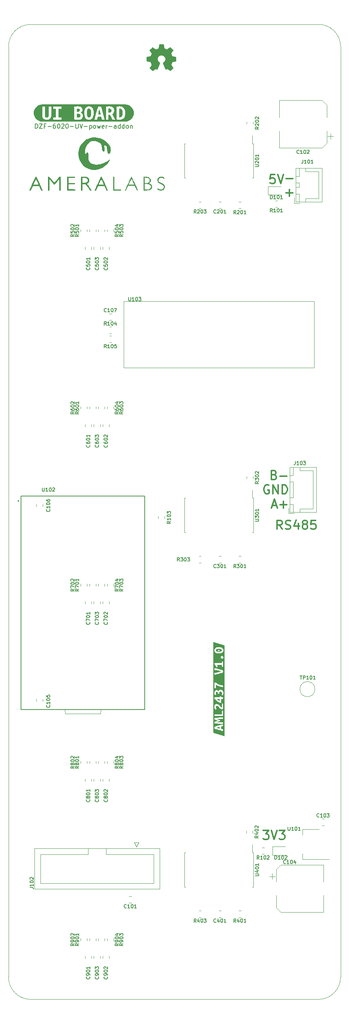
<source format=gbr>
G04 #@! TF.GenerationSoftware,KiCad,Pcbnew,6.0.10+dfsg-1~bpo11+1*
G04 #@! TF.ProjectId,ui,75692e6b-6963-4616-945f-706362585858,rev?*
G04 #@! TF.SameCoordinates,Original*
G04 #@! TF.FileFunction,Legend,Top*
G04 #@! TF.FilePolarity,Positive*
%FSLAX46Y46*%
G04 Gerber Fmt 4.6, Leading zero omitted, Abs format (unit mm)*
%MOMM*%
%LPD*%
G01*
G04 APERTURE LIST*
G04 #@! TA.AperFunction,Profile*
%ADD10C,0.100000*%
G04 #@! TD*
%ADD11C,0.300000*%
%ADD12C,0.150000*%
%ADD13C,0.120000*%
%ADD14C,0.127000*%
%ADD15C,0.200000*%
%ADD16C,0.010000*%
%ADD17C,0.800000*%
%ADD18C,6.400000*%
%ADD19C,0.900000*%
%ADD20C,13.000000*%
%ADD21O,1.950000X1.700000*%
%ADD22C,1.734000*%
%ADD23C,3.000000*%
%ADD24R,1.700000X1.700000*%
%ADD25C,1.700000*%
%ADD26R,2.000000X1.500000*%
%ADD27R,2.000000X3.800000*%
%ADD28O,2.000000X1.700000*%
%ADD29R,1.500000X1.500000*%
%ADD30C,1.500000*%
%ADD31R,2.000000X2.000000*%
%ADD32C,2.000000*%
%ADD33C,3.200000*%
G04 APERTURE END LIST*
D10*
X220000000Y-30000000D02*
X155000000Y-30000000D01*
X220000000Y-250000000D02*
G75*
G03*
X225000000Y-245000000I0J5000000D01*
G01*
X150000000Y-35000000D02*
X150000000Y-245000000D01*
X155000000Y-30000000D02*
G75*
G03*
X150000000Y-35000000I0J-5000000D01*
G01*
X225000000Y-35000000D02*
G75*
G03*
X220000000Y-30000000I-5000000J0D01*
G01*
X225000000Y-245000000D02*
X225000000Y-35000000D01*
X155000000Y-250000000D02*
X220000000Y-250000000D01*
X150000000Y-245000000D02*
G75*
G03*
X155000000Y-250000000I5000000J0D01*
G01*
D11*
X207523809Y-211904761D02*
X208761904Y-211904761D01*
X208095238Y-212666666D01*
X208380952Y-212666666D01*
X208571428Y-212761904D01*
X208666666Y-212857142D01*
X208761904Y-213047619D01*
X208761904Y-213523809D01*
X208666666Y-213714285D01*
X208571428Y-213809523D01*
X208380952Y-213904761D01*
X207809523Y-213904761D01*
X207619047Y-213809523D01*
X207523809Y-213714285D01*
X209333333Y-211904761D02*
X210000000Y-213904761D01*
X210666666Y-211904761D01*
X211142857Y-211904761D02*
X212380952Y-211904761D01*
X211714285Y-212666666D01*
X212000000Y-212666666D01*
X212190476Y-212761904D01*
X212285714Y-212857142D01*
X212380952Y-213047619D01*
X212380952Y-213523809D01*
X212285714Y-213714285D01*
X212190476Y-213809523D01*
X212000000Y-213904761D01*
X211428571Y-213904761D01*
X211238095Y-213809523D01*
X211142857Y-213714285D01*
X211809523Y-143904761D02*
X211142857Y-142952380D01*
X210666666Y-143904761D02*
X210666666Y-141904761D01*
X211428571Y-141904761D01*
X211619047Y-142000000D01*
X211714285Y-142095238D01*
X211809523Y-142285714D01*
X211809523Y-142571428D01*
X211714285Y-142761904D01*
X211619047Y-142857142D01*
X211428571Y-142952380D01*
X210666666Y-142952380D01*
X212571428Y-143809523D02*
X212857142Y-143904761D01*
X213333333Y-143904761D01*
X213523809Y-143809523D01*
X213619047Y-143714285D01*
X213714285Y-143523809D01*
X213714285Y-143333333D01*
X213619047Y-143142857D01*
X213523809Y-143047619D01*
X213333333Y-142952380D01*
X212952380Y-142857142D01*
X212761904Y-142761904D01*
X212666666Y-142666666D01*
X212571428Y-142476190D01*
X212571428Y-142285714D01*
X212666666Y-142095238D01*
X212761904Y-142000000D01*
X212952380Y-141904761D01*
X213428571Y-141904761D01*
X213714285Y-142000000D01*
X215428571Y-142571428D02*
X215428571Y-143904761D01*
X214952380Y-141809523D02*
X214476190Y-143238095D01*
X215714285Y-143238095D01*
X216761904Y-142761904D02*
X216571428Y-142666666D01*
X216476190Y-142571428D01*
X216380952Y-142380952D01*
X216380952Y-142285714D01*
X216476190Y-142095238D01*
X216571428Y-142000000D01*
X216761904Y-141904761D01*
X217142857Y-141904761D01*
X217333333Y-142000000D01*
X217428571Y-142095238D01*
X217523809Y-142285714D01*
X217523809Y-142380952D01*
X217428571Y-142571428D01*
X217333333Y-142666666D01*
X217142857Y-142761904D01*
X216761904Y-142761904D01*
X216571428Y-142857142D01*
X216476190Y-142952380D01*
X216380952Y-143142857D01*
X216380952Y-143523809D01*
X216476190Y-143714285D01*
X216571428Y-143809523D01*
X216761904Y-143904761D01*
X217142857Y-143904761D01*
X217333333Y-143809523D01*
X217428571Y-143714285D01*
X217523809Y-143523809D01*
X217523809Y-143142857D01*
X217428571Y-142952380D01*
X217333333Y-142857142D01*
X217142857Y-142761904D01*
X219333333Y-141904761D02*
X218380952Y-141904761D01*
X218285714Y-142857142D01*
X218380952Y-142761904D01*
X218571428Y-142666666D01*
X219047619Y-142666666D01*
X219238095Y-142761904D01*
X219333333Y-142857142D01*
X219428571Y-143047619D01*
X219428571Y-143523809D01*
X219333333Y-143714285D01*
X219238095Y-143809523D01*
X219047619Y-143904761D01*
X218571428Y-143904761D01*
X218380952Y-143809523D01*
X218285714Y-143714285D01*
D12*
X156071428Y-53452380D02*
X156071428Y-52452380D01*
X156309523Y-52452380D01*
X156452380Y-52500000D01*
X156547619Y-52595238D01*
X156595238Y-52690476D01*
X156642857Y-52880952D01*
X156642857Y-53023809D01*
X156595238Y-53214285D01*
X156547619Y-53309523D01*
X156452380Y-53404761D01*
X156309523Y-53452380D01*
X156071428Y-53452380D01*
X156976190Y-52452380D02*
X157642857Y-52452380D01*
X156976190Y-53452380D01*
X157642857Y-53452380D01*
X158357142Y-52928571D02*
X158023809Y-52928571D01*
X158023809Y-53452380D02*
X158023809Y-52452380D01*
X158500000Y-52452380D01*
X158880952Y-53071428D02*
X159642857Y-53071428D01*
X160547619Y-52452380D02*
X160357142Y-52452380D01*
X160261904Y-52500000D01*
X160214285Y-52547619D01*
X160119047Y-52690476D01*
X160071428Y-52880952D01*
X160071428Y-53261904D01*
X160119047Y-53357142D01*
X160166666Y-53404761D01*
X160261904Y-53452380D01*
X160452380Y-53452380D01*
X160547619Y-53404761D01*
X160595238Y-53357142D01*
X160642857Y-53261904D01*
X160642857Y-53023809D01*
X160595238Y-52928571D01*
X160547619Y-52880952D01*
X160452380Y-52833333D01*
X160261904Y-52833333D01*
X160166666Y-52880952D01*
X160119047Y-52928571D01*
X160071428Y-53023809D01*
X161261904Y-52452380D02*
X161357142Y-52452380D01*
X161452380Y-52500000D01*
X161500000Y-52547619D01*
X161547619Y-52642857D01*
X161595238Y-52833333D01*
X161595238Y-53071428D01*
X161547619Y-53261904D01*
X161500000Y-53357142D01*
X161452380Y-53404761D01*
X161357142Y-53452380D01*
X161261904Y-53452380D01*
X161166666Y-53404761D01*
X161119047Y-53357142D01*
X161071428Y-53261904D01*
X161023809Y-53071428D01*
X161023809Y-52833333D01*
X161071428Y-52642857D01*
X161119047Y-52547619D01*
X161166666Y-52500000D01*
X161261904Y-52452380D01*
X161976190Y-52547619D02*
X162023809Y-52500000D01*
X162119047Y-52452380D01*
X162357142Y-52452380D01*
X162452380Y-52500000D01*
X162500000Y-52547619D01*
X162547619Y-52642857D01*
X162547619Y-52738095D01*
X162500000Y-52880952D01*
X161928571Y-53452380D01*
X162547619Y-53452380D01*
X163166666Y-52452380D02*
X163261904Y-52452380D01*
X163357142Y-52500000D01*
X163404761Y-52547619D01*
X163452380Y-52642857D01*
X163500000Y-52833333D01*
X163500000Y-53071428D01*
X163452380Y-53261904D01*
X163404761Y-53357142D01*
X163357142Y-53404761D01*
X163261904Y-53452380D01*
X163166666Y-53452380D01*
X163071428Y-53404761D01*
X163023809Y-53357142D01*
X162976190Y-53261904D01*
X162928571Y-53071428D01*
X162928571Y-52833333D01*
X162976190Y-52642857D01*
X163023809Y-52547619D01*
X163071428Y-52500000D01*
X163166666Y-52452380D01*
X163928571Y-53071428D02*
X164690476Y-53071428D01*
X165166666Y-52452380D02*
X165166666Y-53261904D01*
X165214285Y-53357142D01*
X165261904Y-53404761D01*
X165357142Y-53452380D01*
X165547619Y-53452380D01*
X165642857Y-53404761D01*
X165690476Y-53357142D01*
X165738095Y-53261904D01*
X165738095Y-52452380D01*
X166071428Y-52452380D02*
X166404761Y-53452380D01*
X166738095Y-52452380D01*
X167071428Y-53071428D02*
X167833333Y-53071428D01*
X168309523Y-52785714D02*
X168309523Y-53785714D01*
X168309523Y-52833333D02*
X168404761Y-52785714D01*
X168595238Y-52785714D01*
X168690476Y-52833333D01*
X168738095Y-52880952D01*
X168785714Y-52976190D01*
X168785714Y-53261904D01*
X168738095Y-53357142D01*
X168690476Y-53404761D01*
X168595238Y-53452380D01*
X168404761Y-53452380D01*
X168309523Y-53404761D01*
X169357142Y-53452380D02*
X169261904Y-53404761D01*
X169214285Y-53357142D01*
X169166666Y-53261904D01*
X169166666Y-52976190D01*
X169214285Y-52880952D01*
X169261904Y-52833333D01*
X169357142Y-52785714D01*
X169500000Y-52785714D01*
X169595238Y-52833333D01*
X169642857Y-52880952D01*
X169690476Y-52976190D01*
X169690476Y-53261904D01*
X169642857Y-53357142D01*
X169595238Y-53404761D01*
X169500000Y-53452380D01*
X169357142Y-53452380D01*
X170023809Y-52785714D02*
X170214285Y-53452380D01*
X170404761Y-52976190D01*
X170595238Y-53452380D01*
X170785714Y-52785714D01*
X171547619Y-53404761D02*
X171452380Y-53452380D01*
X171261904Y-53452380D01*
X171166666Y-53404761D01*
X171119047Y-53309523D01*
X171119047Y-52928571D01*
X171166666Y-52833333D01*
X171261904Y-52785714D01*
X171452380Y-52785714D01*
X171547619Y-52833333D01*
X171595238Y-52928571D01*
X171595238Y-53023809D01*
X171119047Y-53119047D01*
X172023809Y-53452380D02*
X172023809Y-52785714D01*
X172023809Y-52976190D02*
X172071428Y-52880952D01*
X172119047Y-52833333D01*
X172214285Y-52785714D01*
X172309523Y-52785714D01*
X172642857Y-53071428D02*
X173404761Y-53071428D01*
X174309523Y-53452380D02*
X174309523Y-52928571D01*
X174261904Y-52833333D01*
X174166666Y-52785714D01*
X173976190Y-52785714D01*
X173880952Y-52833333D01*
X174309523Y-53404761D02*
X174214285Y-53452380D01*
X173976190Y-53452380D01*
X173880952Y-53404761D01*
X173833333Y-53309523D01*
X173833333Y-53214285D01*
X173880952Y-53119047D01*
X173976190Y-53071428D01*
X174214285Y-53071428D01*
X174309523Y-53023809D01*
X175214285Y-53452380D02*
X175214285Y-52452380D01*
X175214285Y-53404761D02*
X175119047Y-53452380D01*
X174928571Y-53452380D01*
X174833333Y-53404761D01*
X174785714Y-53357142D01*
X174738095Y-53261904D01*
X174738095Y-52976190D01*
X174785714Y-52880952D01*
X174833333Y-52833333D01*
X174928571Y-52785714D01*
X175119047Y-52785714D01*
X175214285Y-52833333D01*
X176119047Y-53452380D02*
X176119047Y-52452380D01*
X176119047Y-53404761D02*
X176023809Y-53452380D01*
X175833333Y-53452380D01*
X175738095Y-53404761D01*
X175690476Y-53357142D01*
X175642857Y-53261904D01*
X175642857Y-52976190D01*
X175690476Y-52880952D01*
X175738095Y-52833333D01*
X175833333Y-52785714D01*
X176023809Y-52785714D01*
X176119047Y-52833333D01*
X176738095Y-53452380D02*
X176642857Y-53404761D01*
X176595238Y-53357142D01*
X176547619Y-53261904D01*
X176547619Y-52976190D01*
X176595238Y-52880952D01*
X176642857Y-52833333D01*
X176738095Y-52785714D01*
X176880952Y-52785714D01*
X176976190Y-52833333D01*
X177023809Y-52880952D01*
X177071428Y-52976190D01*
X177071428Y-53261904D01*
X177023809Y-53357142D01*
X176976190Y-53404761D01*
X176880952Y-53452380D01*
X176738095Y-53452380D01*
X177500000Y-52785714D02*
X177500000Y-53452380D01*
X177500000Y-52880952D02*
X177547619Y-52833333D01*
X177642857Y-52785714D01*
X177785714Y-52785714D01*
X177880952Y-52833333D01*
X177928571Y-52928571D01*
X177928571Y-53452380D01*
D11*
X210119047Y-63904761D02*
X209166666Y-63904761D01*
X209071428Y-64857142D01*
X209166666Y-64761904D01*
X209357142Y-64666666D01*
X209833333Y-64666666D01*
X210023809Y-64761904D01*
X210119047Y-64857142D01*
X210214285Y-65047619D01*
X210214285Y-65523809D01*
X210119047Y-65714285D01*
X210023809Y-65809523D01*
X209833333Y-65904761D01*
X209357142Y-65904761D01*
X209166666Y-65809523D01*
X209071428Y-65714285D01*
X210785714Y-63904761D02*
X211452380Y-65904761D01*
X212119047Y-63904761D01*
X212645000Y-64782857D02*
X214168809Y-64782857D01*
X212645000Y-68002857D02*
X214168809Y-68002857D01*
X213406904Y-68764761D02*
X213406904Y-67240952D01*
X210021666Y-131637142D02*
X210307380Y-131732380D01*
X210402619Y-131827619D01*
X210497857Y-132018095D01*
X210497857Y-132303809D01*
X210402619Y-132494285D01*
X210307380Y-132589523D01*
X210116904Y-132684761D01*
X209355000Y-132684761D01*
X209355000Y-130684761D01*
X210021666Y-130684761D01*
X210212142Y-130780000D01*
X210307380Y-130875238D01*
X210402619Y-131065714D01*
X210402619Y-131256190D01*
X210307380Y-131446666D01*
X210212142Y-131541904D01*
X210021666Y-131637142D01*
X209355000Y-131637142D01*
X211355000Y-131922857D02*
X212878809Y-131922857D01*
X208783571Y-134000000D02*
X208593095Y-133904761D01*
X208307380Y-133904761D01*
X208021666Y-134000000D01*
X207831190Y-134190476D01*
X207735952Y-134380952D01*
X207640714Y-134761904D01*
X207640714Y-135047619D01*
X207735952Y-135428571D01*
X207831190Y-135619047D01*
X208021666Y-135809523D01*
X208307380Y-135904761D01*
X208497857Y-135904761D01*
X208783571Y-135809523D01*
X208878809Y-135714285D01*
X208878809Y-135047619D01*
X208497857Y-135047619D01*
X209735952Y-135904761D02*
X209735952Y-133904761D01*
X210878809Y-135904761D01*
X210878809Y-133904761D01*
X211831190Y-135904761D02*
X211831190Y-133904761D01*
X212307380Y-133904761D01*
X212593095Y-134000000D01*
X212783571Y-134190476D01*
X212878809Y-134380952D01*
X212974047Y-134761904D01*
X212974047Y-135047619D01*
X212878809Y-135428571D01*
X212783571Y-135619047D01*
X212593095Y-135809523D01*
X212307380Y-135904761D01*
X211831190Y-135904761D01*
X209545476Y-138553333D02*
X210497857Y-138553333D01*
X209355000Y-139124761D02*
X210021666Y-137124761D01*
X210688333Y-139124761D01*
X211355000Y-138362857D02*
X212878809Y-138362857D01*
X212116904Y-139124761D02*
X212116904Y-137600952D01*
D12*
X206604761Y-218361904D02*
X206338095Y-217980952D01*
X206147619Y-218361904D02*
X206147619Y-217561904D01*
X206452380Y-217561904D01*
X206528571Y-217600000D01*
X206566666Y-217638095D01*
X206604761Y-217714285D01*
X206604761Y-217828571D01*
X206566666Y-217904761D01*
X206528571Y-217942857D01*
X206452380Y-217980952D01*
X206147619Y-217980952D01*
X207366666Y-218361904D02*
X206909523Y-218361904D01*
X207138095Y-218361904D02*
X207138095Y-217561904D01*
X207061904Y-217676190D01*
X206985714Y-217752380D01*
X206909523Y-217790476D01*
X207861904Y-217561904D02*
X207938095Y-217561904D01*
X208014285Y-217600000D01*
X208052380Y-217638095D01*
X208090476Y-217714285D01*
X208128571Y-217866666D01*
X208128571Y-218057142D01*
X208090476Y-218209523D01*
X208052380Y-218285714D01*
X208014285Y-218323809D01*
X207938095Y-218361904D01*
X207861904Y-218361904D01*
X207785714Y-218323809D01*
X207747619Y-218285714D01*
X207709523Y-218209523D01*
X207671428Y-218057142D01*
X207671428Y-217866666D01*
X207709523Y-217714285D01*
X207747619Y-217638095D01*
X207785714Y-217600000D01*
X207861904Y-217561904D01*
X208433333Y-217638095D02*
X208471428Y-217600000D01*
X208547619Y-217561904D01*
X208738095Y-217561904D01*
X208814285Y-217600000D01*
X208852380Y-217638095D01*
X208890476Y-217714285D01*
X208890476Y-217790476D01*
X208852380Y-217904761D01*
X208395238Y-218361904D01*
X208890476Y-218361904D01*
X174861904Y-77395238D02*
X174480952Y-77661904D01*
X174861904Y-77852380D02*
X174061904Y-77852380D01*
X174061904Y-77547619D01*
X174100000Y-77471428D01*
X174138095Y-77433333D01*
X174214285Y-77395238D01*
X174328571Y-77395238D01*
X174404761Y-77433333D01*
X174442857Y-77471428D01*
X174480952Y-77547619D01*
X174480952Y-77852380D01*
X174061904Y-76671428D02*
X174061904Y-77052380D01*
X174442857Y-77090476D01*
X174404761Y-77052380D01*
X174366666Y-76976190D01*
X174366666Y-76785714D01*
X174404761Y-76709523D01*
X174442857Y-76671428D01*
X174519047Y-76633333D01*
X174709523Y-76633333D01*
X174785714Y-76671428D01*
X174823809Y-76709523D01*
X174861904Y-76785714D01*
X174861904Y-76976190D01*
X174823809Y-77052380D01*
X174785714Y-77090476D01*
X174061904Y-76138095D02*
X174061904Y-76061904D01*
X174100000Y-75985714D01*
X174138095Y-75947619D01*
X174214285Y-75909523D01*
X174366666Y-75871428D01*
X174557142Y-75871428D01*
X174709523Y-75909523D01*
X174785714Y-75947619D01*
X174823809Y-75985714D01*
X174861904Y-76061904D01*
X174861904Y-76138095D01*
X174823809Y-76214285D01*
X174785714Y-76252380D01*
X174709523Y-76290476D01*
X174557142Y-76328571D01*
X174366666Y-76328571D01*
X174214285Y-76290476D01*
X174138095Y-76252380D01*
X174100000Y-76214285D01*
X174061904Y-76138095D01*
X174328571Y-75185714D02*
X174861904Y-75185714D01*
X174023809Y-75376190D02*
X174595238Y-75566666D01*
X174595238Y-75071428D01*
X175861904Y-117395238D02*
X175480952Y-117661904D01*
X175861904Y-117852380D02*
X175061904Y-117852380D01*
X175061904Y-117547619D01*
X175100000Y-117471428D01*
X175138095Y-117433333D01*
X175214285Y-117395238D01*
X175328571Y-117395238D01*
X175404761Y-117433333D01*
X175442857Y-117471428D01*
X175480952Y-117547619D01*
X175480952Y-117852380D01*
X175061904Y-116709523D02*
X175061904Y-116861904D01*
X175100000Y-116938095D01*
X175138095Y-116976190D01*
X175252380Y-117052380D01*
X175404761Y-117090476D01*
X175709523Y-117090476D01*
X175785714Y-117052380D01*
X175823809Y-117014285D01*
X175861904Y-116938095D01*
X175861904Y-116785714D01*
X175823809Y-116709523D01*
X175785714Y-116671428D01*
X175709523Y-116633333D01*
X175519047Y-116633333D01*
X175442857Y-116671428D01*
X175404761Y-116709523D01*
X175366666Y-116785714D01*
X175366666Y-116938095D01*
X175404761Y-117014285D01*
X175442857Y-117052380D01*
X175519047Y-117090476D01*
X175061904Y-116138095D02*
X175061904Y-116061904D01*
X175100000Y-115985714D01*
X175138095Y-115947619D01*
X175214285Y-115909523D01*
X175366666Y-115871428D01*
X175557142Y-115871428D01*
X175709523Y-115909523D01*
X175785714Y-115947619D01*
X175823809Y-115985714D01*
X175861904Y-116061904D01*
X175861904Y-116138095D01*
X175823809Y-116214285D01*
X175785714Y-116252380D01*
X175709523Y-116290476D01*
X175557142Y-116328571D01*
X175366666Y-116328571D01*
X175214285Y-116290476D01*
X175138095Y-116252380D01*
X175100000Y-116214285D01*
X175061904Y-116138095D01*
X175061904Y-115604761D02*
X175061904Y-115109523D01*
X175366666Y-115376190D01*
X175366666Y-115261904D01*
X175404761Y-115185714D01*
X175442857Y-115147619D01*
X175519047Y-115109523D01*
X175709523Y-115109523D01*
X175785714Y-115147619D01*
X175823809Y-115185714D01*
X175861904Y-115261904D01*
X175861904Y-115490476D01*
X175823809Y-115566666D01*
X175785714Y-115604761D01*
X165861904Y-237395238D02*
X165480952Y-237661904D01*
X165861904Y-237852380D02*
X165061904Y-237852380D01*
X165061904Y-237547619D01*
X165100000Y-237471428D01*
X165138095Y-237433333D01*
X165214285Y-237395238D01*
X165328571Y-237395238D01*
X165404761Y-237433333D01*
X165442857Y-237471428D01*
X165480952Y-237547619D01*
X165480952Y-237852380D01*
X165861904Y-237014285D02*
X165861904Y-236861904D01*
X165823809Y-236785714D01*
X165785714Y-236747619D01*
X165671428Y-236671428D01*
X165519047Y-236633333D01*
X165214285Y-236633333D01*
X165138095Y-236671428D01*
X165100000Y-236709523D01*
X165061904Y-236785714D01*
X165061904Y-236938095D01*
X165100000Y-237014285D01*
X165138095Y-237052380D01*
X165214285Y-237090476D01*
X165404761Y-237090476D01*
X165480952Y-237052380D01*
X165519047Y-237014285D01*
X165557142Y-236938095D01*
X165557142Y-236785714D01*
X165519047Y-236709523D01*
X165480952Y-236671428D01*
X165404761Y-236633333D01*
X165061904Y-236138095D02*
X165061904Y-236061904D01*
X165100000Y-235985714D01*
X165138095Y-235947619D01*
X165214285Y-235909523D01*
X165366666Y-235871428D01*
X165557142Y-235871428D01*
X165709523Y-235909523D01*
X165785714Y-235947619D01*
X165823809Y-235985714D01*
X165861904Y-236061904D01*
X165861904Y-236138095D01*
X165823809Y-236214285D01*
X165785714Y-236252380D01*
X165709523Y-236290476D01*
X165557142Y-236328571D01*
X165366666Y-236328571D01*
X165214285Y-236290476D01*
X165138095Y-236252380D01*
X165100000Y-236214285D01*
X165061904Y-236138095D01*
X165861904Y-235109523D02*
X165861904Y-235566666D01*
X165861904Y-235338095D02*
X165061904Y-235338095D01*
X165176190Y-235414285D01*
X165252380Y-235490476D01*
X165290476Y-235566666D01*
X172285714Y-84895238D02*
X172323809Y-84933333D01*
X172361904Y-85047619D01*
X172361904Y-85123809D01*
X172323809Y-85238095D01*
X172247619Y-85314285D01*
X172171428Y-85352380D01*
X172019047Y-85390476D01*
X171904761Y-85390476D01*
X171752380Y-85352380D01*
X171676190Y-85314285D01*
X171600000Y-85238095D01*
X171561904Y-85123809D01*
X171561904Y-85047619D01*
X171600000Y-84933333D01*
X171638095Y-84895238D01*
X171561904Y-84171428D02*
X171561904Y-84552380D01*
X171942857Y-84590476D01*
X171904761Y-84552380D01*
X171866666Y-84476190D01*
X171866666Y-84285714D01*
X171904761Y-84209523D01*
X171942857Y-84171428D01*
X172019047Y-84133333D01*
X172209523Y-84133333D01*
X172285714Y-84171428D01*
X172323809Y-84209523D01*
X172361904Y-84285714D01*
X172361904Y-84476190D01*
X172323809Y-84552380D01*
X172285714Y-84590476D01*
X171561904Y-83638095D02*
X171561904Y-83561904D01*
X171600000Y-83485714D01*
X171638095Y-83447619D01*
X171714285Y-83409523D01*
X171866666Y-83371428D01*
X172057142Y-83371428D01*
X172209523Y-83409523D01*
X172285714Y-83447619D01*
X172323809Y-83485714D01*
X172361904Y-83561904D01*
X172361904Y-83638095D01*
X172323809Y-83714285D01*
X172285714Y-83752380D01*
X172209523Y-83790476D01*
X172057142Y-83828571D01*
X171866666Y-83828571D01*
X171714285Y-83790476D01*
X171638095Y-83752380D01*
X171600000Y-83714285D01*
X171561904Y-83638095D01*
X171638095Y-83066666D02*
X171600000Y-83028571D01*
X171561904Y-82952380D01*
X171561904Y-82761904D01*
X171600000Y-82685714D01*
X171638095Y-82647619D01*
X171714285Y-82609523D01*
X171790476Y-82609523D01*
X171904761Y-82647619D01*
X172361904Y-83104761D01*
X172361904Y-82609523D01*
X174861904Y-117395238D02*
X174480952Y-117661904D01*
X174861904Y-117852380D02*
X174061904Y-117852380D01*
X174061904Y-117547619D01*
X174100000Y-117471428D01*
X174138095Y-117433333D01*
X174214285Y-117395238D01*
X174328571Y-117395238D01*
X174404761Y-117433333D01*
X174442857Y-117471428D01*
X174480952Y-117547619D01*
X174480952Y-117852380D01*
X174061904Y-116709523D02*
X174061904Y-116861904D01*
X174100000Y-116938095D01*
X174138095Y-116976190D01*
X174252380Y-117052380D01*
X174404761Y-117090476D01*
X174709523Y-117090476D01*
X174785714Y-117052380D01*
X174823809Y-117014285D01*
X174861904Y-116938095D01*
X174861904Y-116785714D01*
X174823809Y-116709523D01*
X174785714Y-116671428D01*
X174709523Y-116633333D01*
X174519047Y-116633333D01*
X174442857Y-116671428D01*
X174404761Y-116709523D01*
X174366666Y-116785714D01*
X174366666Y-116938095D01*
X174404761Y-117014285D01*
X174442857Y-117052380D01*
X174519047Y-117090476D01*
X174061904Y-116138095D02*
X174061904Y-116061904D01*
X174100000Y-115985714D01*
X174138095Y-115947619D01*
X174214285Y-115909523D01*
X174366666Y-115871428D01*
X174557142Y-115871428D01*
X174709523Y-115909523D01*
X174785714Y-115947619D01*
X174823809Y-115985714D01*
X174861904Y-116061904D01*
X174861904Y-116138095D01*
X174823809Y-116214285D01*
X174785714Y-116252380D01*
X174709523Y-116290476D01*
X174557142Y-116328571D01*
X174366666Y-116328571D01*
X174214285Y-116290476D01*
X174138095Y-116252380D01*
X174100000Y-116214285D01*
X174061904Y-116138095D01*
X174328571Y-115185714D02*
X174861904Y-115185714D01*
X174023809Y-115376190D02*
X174595238Y-115566666D01*
X174595238Y-115071428D01*
X209604761Y-72361904D02*
X209338095Y-71980952D01*
X209147619Y-72361904D02*
X209147619Y-71561904D01*
X209452380Y-71561904D01*
X209528571Y-71600000D01*
X209566666Y-71638095D01*
X209604761Y-71714285D01*
X209604761Y-71828571D01*
X209566666Y-71904761D01*
X209528571Y-71942857D01*
X209452380Y-71980952D01*
X209147619Y-71980952D01*
X210366666Y-72361904D02*
X209909523Y-72361904D01*
X210138095Y-72361904D02*
X210138095Y-71561904D01*
X210061904Y-71676190D01*
X209985714Y-71752380D01*
X209909523Y-71790476D01*
X210861904Y-71561904D02*
X210938095Y-71561904D01*
X211014285Y-71600000D01*
X211052380Y-71638095D01*
X211090476Y-71714285D01*
X211128571Y-71866666D01*
X211128571Y-72057142D01*
X211090476Y-72209523D01*
X211052380Y-72285714D01*
X211014285Y-72323809D01*
X210938095Y-72361904D01*
X210861904Y-72361904D01*
X210785714Y-72323809D01*
X210747619Y-72285714D01*
X210709523Y-72209523D01*
X210671428Y-72057142D01*
X210671428Y-71866666D01*
X210709523Y-71714285D01*
X210747619Y-71638095D01*
X210785714Y-71600000D01*
X210861904Y-71561904D01*
X211890476Y-72361904D02*
X211433333Y-72361904D01*
X211661904Y-72361904D02*
X211661904Y-71561904D01*
X211585714Y-71676190D01*
X211509523Y-71752380D01*
X211433333Y-71790476D01*
X170285714Y-244895238D02*
X170323809Y-244933333D01*
X170361904Y-245047619D01*
X170361904Y-245123809D01*
X170323809Y-245238095D01*
X170247619Y-245314285D01*
X170171428Y-245352380D01*
X170019047Y-245390476D01*
X169904761Y-245390476D01*
X169752380Y-245352380D01*
X169676190Y-245314285D01*
X169600000Y-245238095D01*
X169561904Y-245123809D01*
X169561904Y-245047619D01*
X169600000Y-244933333D01*
X169638095Y-244895238D01*
X170361904Y-244514285D02*
X170361904Y-244361904D01*
X170323809Y-244285714D01*
X170285714Y-244247619D01*
X170171428Y-244171428D01*
X170019047Y-244133333D01*
X169714285Y-244133333D01*
X169638095Y-244171428D01*
X169600000Y-244209523D01*
X169561904Y-244285714D01*
X169561904Y-244438095D01*
X169600000Y-244514285D01*
X169638095Y-244552380D01*
X169714285Y-244590476D01*
X169904761Y-244590476D01*
X169980952Y-244552380D01*
X170019047Y-244514285D01*
X170057142Y-244438095D01*
X170057142Y-244285714D01*
X170019047Y-244209523D01*
X169980952Y-244171428D01*
X169904761Y-244133333D01*
X169561904Y-243638095D02*
X169561904Y-243561904D01*
X169600000Y-243485714D01*
X169638095Y-243447619D01*
X169714285Y-243409523D01*
X169866666Y-243371428D01*
X170057142Y-243371428D01*
X170209523Y-243409523D01*
X170285714Y-243447619D01*
X170323809Y-243485714D01*
X170361904Y-243561904D01*
X170361904Y-243638095D01*
X170323809Y-243714285D01*
X170285714Y-243752380D01*
X170209523Y-243790476D01*
X170057142Y-243828571D01*
X169866666Y-243828571D01*
X169714285Y-243790476D01*
X169638095Y-243752380D01*
X169600000Y-243714285D01*
X169561904Y-243638095D01*
X169561904Y-243104761D02*
X169561904Y-242609523D01*
X169866666Y-242876190D01*
X169866666Y-242761904D01*
X169904761Y-242685714D01*
X169942857Y-242647619D01*
X170019047Y-242609523D01*
X170209523Y-242609523D01*
X170285714Y-242647619D01*
X170323809Y-242685714D01*
X170361904Y-242761904D01*
X170361904Y-242990476D01*
X170323809Y-243066666D01*
X170285714Y-243104761D01*
X172104761Y-94785714D02*
X172066666Y-94823809D01*
X171952380Y-94861904D01*
X171876190Y-94861904D01*
X171761904Y-94823809D01*
X171685714Y-94747619D01*
X171647619Y-94671428D01*
X171609523Y-94519047D01*
X171609523Y-94404761D01*
X171647619Y-94252380D01*
X171685714Y-94176190D01*
X171761904Y-94100000D01*
X171876190Y-94061904D01*
X171952380Y-94061904D01*
X172066666Y-94100000D01*
X172104761Y-94138095D01*
X172866666Y-94861904D02*
X172409523Y-94861904D01*
X172638095Y-94861904D02*
X172638095Y-94061904D01*
X172561904Y-94176190D01*
X172485714Y-94252380D01*
X172409523Y-94290476D01*
X173361904Y-94061904D02*
X173438095Y-94061904D01*
X173514285Y-94100000D01*
X173552380Y-94138095D01*
X173590476Y-94214285D01*
X173628571Y-94366666D01*
X173628571Y-94557142D01*
X173590476Y-94709523D01*
X173552380Y-94785714D01*
X173514285Y-94823809D01*
X173438095Y-94861904D01*
X173361904Y-94861904D01*
X173285714Y-94823809D01*
X173247619Y-94785714D01*
X173209523Y-94709523D01*
X173171428Y-94557142D01*
X173171428Y-94366666D01*
X173209523Y-94214285D01*
X173247619Y-94138095D01*
X173285714Y-94100000D01*
X173361904Y-94061904D01*
X173895238Y-94061904D02*
X174428571Y-94061904D01*
X174085714Y-94861904D01*
X170285714Y-84895238D02*
X170323809Y-84933333D01*
X170361904Y-85047619D01*
X170361904Y-85123809D01*
X170323809Y-85238095D01*
X170247619Y-85314285D01*
X170171428Y-85352380D01*
X170019047Y-85390476D01*
X169904761Y-85390476D01*
X169752380Y-85352380D01*
X169676190Y-85314285D01*
X169600000Y-85238095D01*
X169561904Y-85123809D01*
X169561904Y-85047619D01*
X169600000Y-84933333D01*
X169638095Y-84895238D01*
X169561904Y-84171428D02*
X169561904Y-84552380D01*
X169942857Y-84590476D01*
X169904761Y-84552380D01*
X169866666Y-84476190D01*
X169866666Y-84285714D01*
X169904761Y-84209523D01*
X169942857Y-84171428D01*
X170019047Y-84133333D01*
X170209523Y-84133333D01*
X170285714Y-84171428D01*
X170323809Y-84209523D01*
X170361904Y-84285714D01*
X170361904Y-84476190D01*
X170323809Y-84552380D01*
X170285714Y-84590476D01*
X169561904Y-83638095D02*
X169561904Y-83561904D01*
X169600000Y-83485714D01*
X169638095Y-83447619D01*
X169714285Y-83409523D01*
X169866666Y-83371428D01*
X170057142Y-83371428D01*
X170209523Y-83409523D01*
X170285714Y-83447619D01*
X170323809Y-83485714D01*
X170361904Y-83561904D01*
X170361904Y-83638095D01*
X170323809Y-83714285D01*
X170285714Y-83752380D01*
X170209523Y-83790476D01*
X170057142Y-83828571D01*
X169866666Y-83828571D01*
X169714285Y-83790476D01*
X169638095Y-83752380D01*
X169600000Y-83714285D01*
X169561904Y-83638095D01*
X169561904Y-83104761D02*
X169561904Y-82609523D01*
X169866666Y-82876190D01*
X169866666Y-82761904D01*
X169904761Y-82685714D01*
X169942857Y-82647619D01*
X170019047Y-82609523D01*
X170209523Y-82609523D01*
X170285714Y-82647619D01*
X170323809Y-82685714D01*
X170361904Y-82761904D01*
X170361904Y-82990476D01*
X170323809Y-83066666D01*
X170285714Y-83104761D01*
X164861904Y-237395238D02*
X164480952Y-237661904D01*
X164861904Y-237852380D02*
X164061904Y-237852380D01*
X164061904Y-237547619D01*
X164100000Y-237471428D01*
X164138095Y-237433333D01*
X164214285Y-237395238D01*
X164328571Y-237395238D01*
X164404761Y-237433333D01*
X164442857Y-237471428D01*
X164480952Y-237547619D01*
X164480952Y-237852380D01*
X164861904Y-237014285D02*
X164861904Y-236861904D01*
X164823809Y-236785714D01*
X164785714Y-236747619D01*
X164671428Y-236671428D01*
X164519047Y-236633333D01*
X164214285Y-236633333D01*
X164138095Y-236671428D01*
X164100000Y-236709523D01*
X164061904Y-236785714D01*
X164061904Y-236938095D01*
X164100000Y-237014285D01*
X164138095Y-237052380D01*
X164214285Y-237090476D01*
X164404761Y-237090476D01*
X164480952Y-237052380D01*
X164519047Y-237014285D01*
X164557142Y-236938095D01*
X164557142Y-236785714D01*
X164519047Y-236709523D01*
X164480952Y-236671428D01*
X164404761Y-236633333D01*
X164061904Y-236138095D02*
X164061904Y-236061904D01*
X164100000Y-235985714D01*
X164138095Y-235947619D01*
X164214285Y-235909523D01*
X164366666Y-235871428D01*
X164557142Y-235871428D01*
X164709523Y-235909523D01*
X164785714Y-235947619D01*
X164823809Y-235985714D01*
X164861904Y-236061904D01*
X164861904Y-236138095D01*
X164823809Y-236214285D01*
X164785714Y-236252380D01*
X164709523Y-236290476D01*
X164557142Y-236328571D01*
X164366666Y-236328571D01*
X164214285Y-236290476D01*
X164138095Y-236252380D01*
X164100000Y-236214285D01*
X164061904Y-236138095D01*
X164138095Y-235566666D02*
X164100000Y-235528571D01*
X164061904Y-235452380D01*
X164061904Y-235261904D01*
X164100000Y-235185714D01*
X164138095Y-235147619D01*
X164214285Y-235109523D01*
X164290476Y-235109523D01*
X164404761Y-235147619D01*
X164861904Y-235604761D01*
X164861904Y-235109523D01*
X165861904Y-197395238D02*
X165480952Y-197661904D01*
X165861904Y-197852380D02*
X165061904Y-197852380D01*
X165061904Y-197547619D01*
X165100000Y-197471428D01*
X165138095Y-197433333D01*
X165214285Y-197395238D01*
X165328571Y-197395238D01*
X165404761Y-197433333D01*
X165442857Y-197471428D01*
X165480952Y-197547619D01*
X165480952Y-197852380D01*
X165404761Y-196938095D02*
X165366666Y-197014285D01*
X165328571Y-197052380D01*
X165252380Y-197090476D01*
X165214285Y-197090476D01*
X165138095Y-197052380D01*
X165100000Y-197014285D01*
X165061904Y-196938095D01*
X165061904Y-196785714D01*
X165100000Y-196709523D01*
X165138095Y-196671428D01*
X165214285Y-196633333D01*
X165252380Y-196633333D01*
X165328571Y-196671428D01*
X165366666Y-196709523D01*
X165404761Y-196785714D01*
X165404761Y-196938095D01*
X165442857Y-197014285D01*
X165480952Y-197052380D01*
X165557142Y-197090476D01*
X165709523Y-197090476D01*
X165785714Y-197052380D01*
X165823809Y-197014285D01*
X165861904Y-196938095D01*
X165861904Y-196785714D01*
X165823809Y-196709523D01*
X165785714Y-196671428D01*
X165709523Y-196633333D01*
X165557142Y-196633333D01*
X165480952Y-196671428D01*
X165442857Y-196709523D01*
X165404761Y-196785714D01*
X165061904Y-196138095D02*
X165061904Y-196061904D01*
X165100000Y-195985714D01*
X165138095Y-195947619D01*
X165214285Y-195909523D01*
X165366666Y-195871428D01*
X165557142Y-195871428D01*
X165709523Y-195909523D01*
X165785714Y-195947619D01*
X165823809Y-195985714D01*
X165861904Y-196061904D01*
X165861904Y-196138095D01*
X165823809Y-196214285D01*
X165785714Y-196252380D01*
X165709523Y-196290476D01*
X165557142Y-196328571D01*
X165366666Y-196328571D01*
X165214285Y-196290476D01*
X165138095Y-196252380D01*
X165100000Y-196214285D01*
X165061904Y-196138095D01*
X165861904Y-195109523D02*
X165861904Y-195566666D01*
X165861904Y-195338095D02*
X165061904Y-195338095D01*
X165176190Y-195414285D01*
X165252380Y-195490476D01*
X165290476Y-195566666D01*
X206511904Y-53145238D02*
X206130952Y-53411904D01*
X206511904Y-53602380D02*
X205711904Y-53602380D01*
X205711904Y-53297619D01*
X205750000Y-53221428D01*
X205788095Y-53183333D01*
X205864285Y-53145238D01*
X205978571Y-53145238D01*
X206054761Y-53183333D01*
X206092857Y-53221428D01*
X206130952Y-53297619D01*
X206130952Y-53602380D01*
X205788095Y-52840476D02*
X205750000Y-52802380D01*
X205711904Y-52726190D01*
X205711904Y-52535714D01*
X205750000Y-52459523D01*
X205788095Y-52421428D01*
X205864285Y-52383333D01*
X205940476Y-52383333D01*
X206054761Y-52421428D01*
X206511904Y-52878571D01*
X206511904Y-52383333D01*
X205711904Y-51888095D02*
X205711904Y-51811904D01*
X205750000Y-51735714D01*
X205788095Y-51697619D01*
X205864285Y-51659523D01*
X206016666Y-51621428D01*
X206207142Y-51621428D01*
X206359523Y-51659523D01*
X206435714Y-51697619D01*
X206473809Y-51735714D01*
X206511904Y-51811904D01*
X206511904Y-51888095D01*
X206473809Y-51964285D01*
X206435714Y-52002380D01*
X206359523Y-52040476D01*
X206207142Y-52078571D01*
X206016666Y-52078571D01*
X205864285Y-52040476D01*
X205788095Y-52002380D01*
X205750000Y-51964285D01*
X205711904Y-51888095D01*
X205788095Y-51316666D02*
X205750000Y-51278571D01*
X205711904Y-51202380D01*
X205711904Y-51011904D01*
X205750000Y-50935714D01*
X205788095Y-50897619D01*
X205864285Y-50859523D01*
X205940476Y-50859523D01*
X206054761Y-50897619D01*
X206511904Y-51354761D01*
X206511904Y-50859523D01*
X209147619Y-69361904D02*
X209147619Y-68561904D01*
X209338095Y-68561904D01*
X209452380Y-68600000D01*
X209528571Y-68676190D01*
X209566666Y-68752380D01*
X209604761Y-68904761D01*
X209604761Y-69019047D01*
X209566666Y-69171428D01*
X209528571Y-69247619D01*
X209452380Y-69323809D01*
X209338095Y-69361904D01*
X209147619Y-69361904D01*
X210366666Y-69361904D02*
X209909523Y-69361904D01*
X210138095Y-69361904D02*
X210138095Y-68561904D01*
X210061904Y-68676190D01*
X209985714Y-68752380D01*
X209909523Y-68790476D01*
X210861904Y-68561904D02*
X210938095Y-68561904D01*
X211014285Y-68600000D01*
X211052380Y-68638095D01*
X211090476Y-68714285D01*
X211128571Y-68866666D01*
X211128571Y-69057142D01*
X211090476Y-69209523D01*
X211052380Y-69285714D01*
X211014285Y-69323809D01*
X210938095Y-69361904D01*
X210861904Y-69361904D01*
X210785714Y-69323809D01*
X210747619Y-69285714D01*
X210709523Y-69209523D01*
X210671428Y-69057142D01*
X210671428Y-68866666D01*
X210709523Y-68714285D01*
X210747619Y-68638095D01*
X210785714Y-68600000D01*
X210861904Y-68561904D01*
X211890476Y-69361904D02*
X211433333Y-69361904D01*
X211661904Y-69361904D02*
X211661904Y-68561904D01*
X211585714Y-68676190D01*
X211509523Y-68752380D01*
X211433333Y-68790476D01*
X205711904Y-222121428D02*
X206359523Y-222121428D01*
X206435714Y-222083333D01*
X206473809Y-222045238D01*
X206511904Y-221969047D01*
X206511904Y-221816666D01*
X206473809Y-221740476D01*
X206435714Y-221702380D01*
X206359523Y-221664285D01*
X205711904Y-221664285D01*
X205978571Y-220940476D02*
X206511904Y-220940476D01*
X205673809Y-221130952D02*
X206245238Y-221321428D01*
X206245238Y-220826190D01*
X205711904Y-220369047D02*
X205711904Y-220292857D01*
X205750000Y-220216666D01*
X205788095Y-220178571D01*
X205864285Y-220140476D01*
X206016666Y-220102380D01*
X206207142Y-220102380D01*
X206359523Y-220140476D01*
X206435714Y-220178571D01*
X206473809Y-220216666D01*
X206511904Y-220292857D01*
X206511904Y-220369047D01*
X206473809Y-220445238D01*
X206435714Y-220483333D01*
X206359523Y-220521428D01*
X206207142Y-220559523D01*
X206016666Y-220559523D01*
X205864285Y-220521428D01*
X205788095Y-220483333D01*
X205750000Y-220445238D01*
X205711904Y-220369047D01*
X206511904Y-219340476D02*
X206511904Y-219797619D01*
X206511904Y-219569047D02*
X205711904Y-219569047D01*
X205826190Y-219645238D01*
X205902380Y-219721428D01*
X205940476Y-219797619D01*
X174861904Y-157395238D02*
X174480952Y-157661904D01*
X174861904Y-157852380D02*
X174061904Y-157852380D01*
X174061904Y-157547619D01*
X174100000Y-157471428D01*
X174138095Y-157433333D01*
X174214285Y-157395238D01*
X174328571Y-157395238D01*
X174404761Y-157433333D01*
X174442857Y-157471428D01*
X174480952Y-157547619D01*
X174480952Y-157852380D01*
X174061904Y-157128571D02*
X174061904Y-156595238D01*
X174861904Y-156938095D01*
X174061904Y-156138095D02*
X174061904Y-156061904D01*
X174100000Y-155985714D01*
X174138095Y-155947619D01*
X174214285Y-155909523D01*
X174366666Y-155871428D01*
X174557142Y-155871428D01*
X174709523Y-155909523D01*
X174785714Y-155947619D01*
X174823809Y-155985714D01*
X174861904Y-156061904D01*
X174861904Y-156138095D01*
X174823809Y-156214285D01*
X174785714Y-156252380D01*
X174709523Y-156290476D01*
X174557142Y-156328571D01*
X174366666Y-156328571D01*
X174214285Y-156290476D01*
X174138095Y-156252380D01*
X174100000Y-156214285D01*
X174061904Y-156138095D01*
X174328571Y-155185714D02*
X174861904Y-155185714D01*
X174023809Y-155376190D02*
X174595238Y-155566666D01*
X174595238Y-155071428D01*
X214771428Y-128561904D02*
X214771428Y-129133333D01*
X214733333Y-129247619D01*
X214657142Y-129323809D01*
X214542857Y-129361904D01*
X214466666Y-129361904D01*
X215571428Y-129361904D02*
X215114285Y-129361904D01*
X215342857Y-129361904D02*
X215342857Y-128561904D01*
X215266666Y-128676190D01*
X215190476Y-128752380D01*
X215114285Y-128790476D01*
X216066666Y-128561904D02*
X216142857Y-128561904D01*
X216219047Y-128600000D01*
X216257142Y-128638095D01*
X216295238Y-128714285D01*
X216333333Y-128866666D01*
X216333333Y-129057142D01*
X216295238Y-129209523D01*
X216257142Y-129285714D01*
X216219047Y-129323809D01*
X216142857Y-129361904D01*
X216066666Y-129361904D01*
X215990476Y-129323809D01*
X215952380Y-129285714D01*
X215914285Y-129209523D01*
X215876190Y-129057142D01*
X215876190Y-128866666D01*
X215914285Y-128714285D01*
X215952380Y-128638095D01*
X215990476Y-128600000D01*
X216066666Y-128561904D01*
X216600000Y-128561904D02*
X217095238Y-128561904D01*
X216828571Y-128866666D01*
X216942857Y-128866666D01*
X217019047Y-128904761D01*
X217057142Y-128942857D01*
X217095238Y-129019047D01*
X217095238Y-129209523D01*
X217057142Y-129285714D01*
X217019047Y-129323809D01*
X216942857Y-129361904D01*
X216714285Y-129361904D01*
X216638095Y-129323809D01*
X216600000Y-129285714D01*
X210147619Y-218361904D02*
X210147619Y-217561904D01*
X210338095Y-217561904D01*
X210452380Y-217600000D01*
X210528571Y-217676190D01*
X210566666Y-217752380D01*
X210604761Y-217904761D01*
X210604761Y-218019047D01*
X210566666Y-218171428D01*
X210528571Y-218247619D01*
X210452380Y-218323809D01*
X210338095Y-218361904D01*
X210147619Y-218361904D01*
X211366666Y-218361904D02*
X210909523Y-218361904D01*
X211138095Y-218361904D02*
X211138095Y-217561904D01*
X211061904Y-217676190D01*
X210985714Y-217752380D01*
X210909523Y-217790476D01*
X211861904Y-217561904D02*
X211938095Y-217561904D01*
X212014285Y-217600000D01*
X212052380Y-217638095D01*
X212090476Y-217714285D01*
X212128571Y-217866666D01*
X212128571Y-218057142D01*
X212090476Y-218209523D01*
X212052380Y-218285714D01*
X212014285Y-218323809D01*
X211938095Y-218361904D01*
X211861904Y-218361904D01*
X211785714Y-218323809D01*
X211747619Y-218285714D01*
X211709523Y-218209523D01*
X211671428Y-218057142D01*
X211671428Y-217866666D01*
X211709523Y-217714285D01*
X211747619Y-217638095D01*
X211785714Y-217600000D01*
X211861904Y-217561904D01*
X212433333Y-217638095D02*
X212471428Y-217600000D01*
X212547619Y-217561904D01*
X212738095Y-217561904D01*
X212814285Y-217600000D01*
X212852380Y-217638095D01*
X212890476Y-217714285D01*
X212890476Y-217790476D01*
X212852380Y-217904761D01*
X212395238Y-218361904D01*
X212890476Y-218361904D01*
X172285714Y-124895238D02*
X172323809Y-124933333D01*
X172361904Y-125047619D01*
X172361904Y-125123809D01*
X172323809Y-125238095D01*
X172247619Y-125314285D01*
X172171428Y-125352380D01*
X172019047Y-125390476D01*
X171904761Y-125390476D01*
X171752380Y-125352380D01*
X171676190Y-125314285D01*
X171600000Y-125238095D01*
X171561904Y-125123809D01*
X171561904Y-125047619D01*
X171600000Y-124933333D01*
X171638095Y-124895238D01*
X171561904Y-124209523D02*
X171561904Y-124361904D01*
X171600000Y-124438095D01*
X171638095Y-124476190D01*
X171752380Y-124552380D01*
X171904761Y-124590476D01*
X172209523Y-124590476D01*
X172285714Y-124552380D01*
X172323809Y-124514285D01*
X172361904Y-124438095D01*
X172361904Y-124285714D01*
X172323809Y-124209523D01*
X172285714Y-124171428D01*
X172209523Y-124133333D01*
X172019047Y-124133333D01*
X171942857Y-124171428D01*
X171904761Y-124209523D01*
X171866666Y-124285714D01*
X171866666Y-124438095D01*
X171904761Y-124514285D01*
X171942857Y-124552380D01*
X172019047Y-124590476D01*
X171561904Y-123638095D02*
X171561904Y-123561904D01*
X171600000Y-123485714D01*
X171638095Y-123447619D01*
X171714285Y-123409523D01*
X171866666Y-123371428D01*
X172057142Y-123371428D01*
X172209523Y-123409523D01*
X172285714Y-123447619D01*
X172323809Y-123485714D01*
X172361904Y-123561904D01*
X172361904Y-123638095D01*
X172323809Y-123714285D01*
X172285714Y-123752380D01*
X172209523Y-123790476D01*
X172057142Y-123828571D01*
X171866666Y-123828571D01*
X171714285Y-123790476D01*
X171638095Y-123752380D01*
X171600000Y-123714285D01*
X171561904Y-123638095D01*
X171638095Y-123066666D02*
X171600000Y-123028571D01*
X171561904Y-122952380D01*
X171561904Y-122761904D01*
X171600000Y-122685714D01*
X171638095Y-122647619D01*
X171714285Y-122609523D01*
X171790476Y-122609523D01*
X171904761Y-122647619D01*
X172361904Y-123104761D01*
X172361904Y-122609523D01*
X165861904Y-117395238D02*
X165480952Y-117661904D01*
X165861904Y-117852380D02*
X165061904Y-117852380D01*
X165061904Y-117547619D01*
X165100000Y-117471428D01*
X165138095Y-117433333D01*
X165214285Y-117395238D01*
X165328571Y-117395238D01*
X165404761Y-117433333D01*
X165442857Y-117471428D01*
X165480952Y-117547619D01*
X165480952Y-117852380D01*
X165061904Y-116709523D02*
X165061904Y-116861904D01*
X165100000Y-116938095D01*
X165138095Y-116976190D01*
X165252380Y-117052380D01*
X165404761Y-117090476D01*
X165709523Y-117090476D01*
X165785714Y-117052380D01*
X165823809Y-117014285D01*
X165861904Y-116938095D01*
X165861904Y-116785714D01*
X165823809Y-116709523D01*
X165785714Y-116671428D01*
X165709523Y-116633333D01*
X165519047Y-116633333D01*
X165442857Y-116671428D01*
X165404761Y-116709523D01*
X165366666Y-116785714D01*
X165366666Y-116938095D01*
X165404761Y-117014285D01*
X165442857Y-117052380D01*
X165519047Y-117090476D01*
X165061904Y-116138095D02*
X165061904Y-116061904D01*
X165100000Y-115985714D01*
X165138095Y-115947619D01*
X165214285Y-115909523D01*
X165366666Y-115871428D01*
X165557142Y-115871428D01*
X165709523Y-115909523D01*
X165785714Y-115947619D01*
X165823809Y-115985714D01*
X165861904Y-116061904D01*
X165861904Y-116138095D01*
X165823809Y-116214285D01*
X165785714Y-116252380D01*
X165709523Y-116290476D01*
X165557142Y-116328571D01*
X165366666Y-116328571D01*
X165214285Y-116290476D01*
X165138095Y-116252380D01*
X165100000Y-116214285D01*
X165061904Y-116138095D01*
X165861904Y-115109523D02*
X165861904Y-115566666D01*
X165861904Y-115338095D02*
X165061904Y-115338095D01*
X165176190Y-115414285D01*
X165252380Y-115490476D01*
X165290476Y-115566666D01*
X175861904Y-77395238D02*
X175480952Y-77661904D01*
X175861904Y-77852380D02*
X175061904Y-77852380D01*
X175061904Y-77547619D01*
X175100000Y-77471428D01*
X175138095Y-77433333D01*
X175214285Y-77395238D01*
X175328571Y-77395238D01*
X175404761Y-77433333D01*
X175442857Y-77471428D01*
X175480952Y-77547619D01*
X175480952Y-77852380D01*
X175061904Y-76671428D02*
X175061904Y-77052380D01*
X175442857Y-77090476D01*
X175404761Y-77052380D01*
X175366666Y-76976190D01*
X175366666Y-76785714D01*
X175404761Y-76709523D01*
X175442857Y-76671428D01*
X175519047Y-76633333D01*
X175709523Y-76633333D01*
X175785714Y-76671428D01*
X175823809Y-76709523D01*
X175861904Y-76785714D01*
X175861904Y-76976190D01*
X175823809Y-77052380D01*
X175785714Y-77090476D01*
X175061904Y-76138095D02*
X175061904Y-76061904D01*
X175100000Y-75985714D01*
X175138095Y-75947619D01*
X175214285Y-75909523D01*
X175366666Y-75871428D01*
X175557142Y-75871428D01*
X175709523Y-75909523D01*
X175785714Y-75947619D01*
X175823809Y-75985714D01*
X175861904Y-76061904D01*
X175861904Y-76138095D01*
X175823809Y-76214285D01*
X175785714Y-76252380D01*
X175709523Y-76290476D01*
X175557142Y-76328571D01*
X175366666Y-76328571D01*
X175214285Y-76290476D01*
X175138095Y-76252380D01*
X175100000Y-76214285D01*
X175061904Y-76138095D01*
X175061904Y-75604761D02*
X175061904Y-75109523D01*
X175366666Y-75376190D01*
X175366666Y-75261904D01*
X175404761Y-75185714D01*
X175442857Y-75147619D01*
X175519047Y-75109523D01*
X175709523Y-75109523D01*
X175785714Y-75147619D01*
X175823809Y-75185714D01*
X175861904Y-75261904D01*
X175861904Y-75490476D01*
X175823809Y-75566666D01*
X175785714Y-75604761D01*
X192354761Y-232611904D02*
X192088095Y-232230952D01*
X191897619Y-232611904D02*
X191897619Y-231811904D01*
X192202380Y-231811904D01*
X192278571Y-231850000D01*
X192316666Y-231888095D01*
X192354761Y-231964285D01*
X192354761Y-232078571D01*
X192316666Y-232154761D01*
X192278571Y-232192857D01*
X192202380Y-232230952D01*
X191897619Y-232230952D01*
X193040476Y-232078571D02*
X193040476Y-232611904D01*
X192850000Y-231773809D02*
X192659523Y-232345238D01*
X193154761Y-232345238D01*
X193611904Y-231811904D02*
X193688095Y-231811904D01*
X193764285Y-231850000D01*
X193802380Y-231888095D01*
X193840476Y-231964285D01*
X193878571Y-232116666D01*
X193878571Y-232307142D01*
X193840476Y-232459523D01*
X193802380Y-232535714D01*
X193764285Y-232573809D01*
X193688095Y-232611904D01*
X193611904Y-232611904D01*
X193535714Y-232573809D01*
X193497619Y-232535714D01*
X193459523Y-232459523D01*
X193421428Y-232307142D01*
X193421428Y-232116666D01*
X193459523Y-231964285D01*
X193497619Y-231888095D01*
X193535714Y-231850000D01*
X193611904Y-231811904D01*
X194145238Y-231811904D02*
X194640476Y-231811904D01*
X194373809Y-232116666D01*
X194488095Y-232116666D01*
X194564285Y-232154761D01*
X194602380Y-232192857D01*
X194640476Y-232269047D01*
X194640476Y-232459523D01*
X194602380Y-232535714D01*
X194564285Y-232573809D01*
X194488095Y-232611904D01*
X194259523Y-232611904D01*
X194183333Y-232573809D01*
X194145238Y-232535714D01*
X172285714Y-244895238D02*
X172323809Y-244933333D01*
X172361904Y-245047619D01*
X172361904Y-245123809D01*
X172323809Y-245238095D01*
X172247619Y-245314285D01*
X172171428Y-245352380D01*
X172019047Y-245390476D01*
X171904761Y-245390476D01*
X171752380Y-245352380D01*
X171676190Y-245314285D01*
X171600000Y-245238095D01*
X171561904Y-245123809D01*
X171561904Y-245047619D01*
X171600000Y-244933333D01*
X171638095Y-244895238D01*
X172361904Y-244514285D02*
X172361904Y-244361904D01*
X172323809Y-244285714D01*
X172285714Y-244247619D01*
X172171428Y-244171428D01*
X172019047Y-244133333D01*
X171714285Y-244133333D01*
X171638095Y-244171428D01*
X171600000Y-244209523D01*
X171561904Y-244285714D01*
X171561904Y-244438095D01*
X171600000Y-244514285D01*
X171638095Y-244552380D01*
X171714285Y-244590476D01*
X171904761Y-244590476D01*
X171980952Y-244552380D01*
X172019047Y-244514285D01*
X172057142Y-244438095D01*
X172057142Y-244285714D01*
X172019047Y-244209523D01*
X171980952Y-244171428D01*
X171904761Y-244133333D01*
X171561904Y-243638095D02*
X171561904Y-243561904D01*
X171600000Y-243485714D01*
X171638095Y-243447619D01*
X171714285Y-243409523D01*
X171866666Y-243371428D01*
X172057142Y-243371428D01*
X172209523Y-243409523D01*
X172285714Y-243447619D01*
X172323809Y-243485714D01*
X172361904Y-243561904D01*
X172361904Y-243638095D01*
X172323809Y-243714285D01*
X172285714Y-243752380D01*
X172209523Y-243790476D01*
X172057142Y-243828571D01*
X171866666Y-243828571D01*
X171714285Y-243790476D01*
X171638095Y-243752380D01*
X171600000Y-243714285D01*
X171561904Y-243638095D01*
X171638095Y-243066666D02*
X171600000Y-243028571D01*
X171561904Y-242952380D01*
X171561904Y-242761904D01*
X171600000Y-242685714D01*
X171638095Y-242647619D01*
X171714285Y-242609523D01*
X171790476Y-242609523D01*
X171904761Y-242647619D01*
X172361904Y-243104761D01*
X172361904Y-242609523D01*
X172104761Y-103011904D02*
X171838095Y-102630952D01*
X171647619Y-103011904D02*
X171647619Y-102211904D01*
X171952380Y-102211904D01*
X172028571Y-102250000D01*
X172066666Y-102288095D01*
X172104761Y-102364285D01*
X172104761Y-102478571D01*
X172066666Y-102554761D01*
X172028571Y-102592857D01*
X171952380Y-102630952D01*
X171647619Y-102630952D01*
X172866666Y-103011904D02*
X172409523Y-103011904D01*
X172638095Y-103011904D02*
X172638095Y-102211904D01*
X172561904Y-102326190D01*
X172485714Y-102402380D01*
X172409523Y-102440476D01*
X173361904Y-102211904D02*
X173438095Y-102211904D01*
X173514285Y-102250000D01*
X173552380Y-102288095D01*
X173590476Y-102364285D01*
X173628571Y-102516666D01*
X173628571Y-102707142D01*
X173590476Y-102859523D01*
X173552380Y-102935714D01*
X173514285Y-102973809D01*
X173438095Y-103011904D01*
X173361904Y-103011904D01*
X173285714Y-102973809D01*
X173247619Y-102935714D01*
X173209523Y-102859523D01*
X173171428Y-102707142D01*
X173171428Y-102516666D01*
X173209523Y-102364285D01*
X173247619Y-102288095D01*
X173285714Y-102250000D01*
X173361904Y-102211904D01*
X174352380Y-102211904D02*
X173971428Y-102211904D01*
X173933333Y-102592857D01*
X173971428Y-102554761D01*
X174047619Y-102516666D01*
X174238095Y-102516666D01*
X174314285Y-102554761D01*
X174352380Y-102592857D01*
X174390476Y-102669047D01*
X174390476Y-102859523D01*
X174352380Y-102935714D01*
X174314285Y-102973809D01*
X174238095Y-103011904D01*
X174047619Y-103011904D01*
X173971428Y-102973809D01*
X173933333Y-102935714D01*
X212604761Y-219285714D02*
X212566666Y-219323809D01*
X212452380Y-219361904D01*
X212376190Y-219361904D01*
X212261904Y-219323809D01*
X212185714Y-219247619D01*
X212147619Y-219171428D01*
X212109523Y-219019047D01*
X212109523Y-218904761D01*
X212147619Y-218752380D01*
X212185714Y-218676190D01*
X212261904Y-218600000D01*
X212376190Y-218561904D01*
X212452380Y-218561904D01*
X212566666Y-218600000D01*
X212604761Y-218638095D01*
X213366666Y-219361904D02*
X212909523Y-219361904D01*
X213138095Y-219361904D02*
X213138095Y-218561904D01*
X213061904Y-218676190D01*
X212985714Y-218752380D01*
X212909523Y-218790476D01*
X213861904Y-218561904D02*
X213938095Y-218561904D01*
X214014285Y-218600000D01*
X214052380Y-218638095D01*
X214090476Y-218714285D01*
X214128571Y-218866666D01*
X214128571Y-219057142D01*
X214090476Y-219209523D01*
X214052380Y-219285714D01*
X214014285Y-219323809D01*
X213938095Y-219361904D01*
X213861904Y-219361904D01*
X213785714Y-219323809D01*
X213747619Y-219285714D01*
X213709523Y-219209523D01*
X213671428Y-219057142D01*
X213671428Y-218866666D01*
X213709523Y-218714285D01*
X213747619Y-218638095D01*
X213785714Y-218600000D01*
X213861904Y-218561904D01*
X214814285Y-218828571D02*
X214814285Y-219361904D01*
X214623809Y-218523809D02*
X214433333Y-219095238D01*
X214928571Y-219095238D01*
X157628571Y-134561904D02*
X157628571Y-135209523D01*
X157666666Y-135285714D01*
X157704761Y-135323809D01*
X157780952Y-135361904D01*
X157933333Y-135361904D01*
X158009523Y-135323809D01*
X158047619Y-135285714D01*
X158085714Y-135209523D01*
X158085714Y-134561904D01*
X158885714Y-135361904D02*
X158428571Y-135361904D01*
X158657142Y-135361904D02*
X158657142Y-134561904D01*
X158580952Y-134676190D01*
X158504761Y-134752380D01*
X158428571Y-134790476D01*
X159380952Y-134561904D02*
X159457142Y-134561904D01*
X159533333Y-134600000D01*
X159571428Y-134638095D01*
X159609523Y-134714285D01*
X159647619Y-134866666D01*
X159647619Y-135057142D01*
X159609523Y-135209523D01*
X159571428Y-135285714D01*
X159533333Y-135323809D01*
X159457142Y-135361904D01*
X159380952Y-135361904D01*
X159304761Y-135323809D01*
X159266666Y-135285714D01*
X159228571Y-135209523D01*
X159190476Y-135057142D01*
X159190476Y-134866666D01*
X159228571Y-134714285D01*
X159266666Y-134638095D01*
X159304761Y-134600000D01*
X159380952Y-134561904D01*
X159952380Y-134638095D02*
X159990476Y-134600000D01*
X160066666Y-134561904D01*
X160257142Y-134561904D01*
X160333333Y-134600000D01*
X160371428Y-134638095D01*
X160409523Y-134714285D01*
X160409523Y-134790476D01*
X160371428Y-134904761D01*
X159914285Y-135361904D01*
X160409523Y-135361904D01*
X196854761Y-152535714D02*
X196816666Y-152573809D01*
X196702380Y-152611904D01*
X196626190Y-152611904D01*
X196511904Y-152573809D01*
X196435714Y-152497619D01*
X196397619Y-152421428D01*
X196359523Y-152269047D01*
X196359523Y-152154761D01*
X196397619Y-152002380D01*
X196435714Y-151926190D01*
X196511904Y-151850000D01*
X196626190Y-151811904D01*
X196702380Y-151811904D01*
X196816666Y-151850000D01*
X196854761Y-151888095D01*
X197121428Y-151811904D02*
X197616666Y-151811904D01*
X197350000Y-152116666D01*
X197464285Y-152116666D01*
X197540476Y-152154761D01*
X197578571Y-152192857D01*
X197616666Y-152269047D01*
X197616666Y-152459523D01*
X197578571Y-152535714D01*
X197540476Y-152573809D01*
X197464285Y-152611904D01*
X197235714Y-152611904D01*
X197159523Y-152573809D01*
X197121428Y-152535714D01*
X198111904Y-151811904D02*
X198188095Y-151811904D01*
X198264285Y-151850000D01*
X198302380Y-151888095D01*
X198340476Y-151964285D01*
X198378571Y-152116666D01*
X198378571Y-152307142D01*
X198340476Y-152459523D01*
X198302380Y-152535714D01*
X198264285Y-152573809D01*
X198188095Y-152611904D01*
X198111904Y-152611904D01*
X198035714Y-152573809D01*
X197997619Y-152535714D01*
X197959523Y-152459523D01*
X197921428Y-152307142D01*
X197921428Y-152116666D01*
X197959523Y-151964285D01*
X197997619Y-151888095D01*
X198035714Y-151850000D01*
X198111904Y-151811904D01*
X199140476Y-152611904D02*
X198683333Y-152611904D01*
X198911904Y-152611904D02*
X198911904Y-151811904D01*
X198835714Y-151926190D01*
X198759523Y-152002380D01*
X198683333Y-152040476D01*
X188604761Y-151111904D02*
X188338095Y-150730952D01*
X188147619Y-151111904D02*
X188147619Y-150311904D01*
X188452380Y-150311904D01*
X188528571Y-150350000D01*
X188566666Y-150388095D01*
X188604761Y-150464285D01*
X188604761Y-150578571D01*
X188566666Y-150654761D01*
X188528571Y-150692857D01*
X188452380Y-150730952D01*
X188147619Y-150730952D01*
X188871428Y-150311904D02*
X189366666Y-150311904D01*
X189100000Y-150616666D01*
X189214285Y-150616666D01*
X189290476Y-150654761D01*
X189328571Y-150692857D01*
X189366666Y-150769047D01*
X189366666Y-150959523D01*
X189328571Y-151035714D01*
X189290476Y-151073809D01*
X189214285Y-151111904D01*
X188985714Y-151111904D01*
X188909523Y-151073809D01*
X188871428Y-151035714D01*
X189861904Y-150311904D02*
X189938095Y-150311904D01*
X190014285Y-150350000D01*
X190052380Y-150388095D01*
X190090476Y-150464285D01*
X190128571Y-150616666D01*
X190128571Y-150807142D01*
X190090476Y-150959523D01*
X190052380Y-151035714D01*
X190014285Y-151073809D01*
X189938095Y-151111904D01*
X189861904Y-151111904D01*
X189785714Y-151073809D01*
X189747619Y-151035714D01*
X189709523Y-150959523D01*
X189671428Y-150807142D01*
X189671428Y-150616666D01*
X189709523Y-150464285D01*
X189747619Y-150388095D01*
X189785714Y-150350000D01*
X189861904Y-150311904D01*
X190395238Y-150311904D02*
X190890476Y-150311904D01*
X190623809Y-150616666D01*
X190738095Y-150616666D01*
X190814285Y-150654761D01*
X190852380Y-150692857D01*
X190890476Y-150769047D01*
X190890476Y-150959523D01*
X190852380Y-151035714D01*
X190814285Y-151073809D01*
X190738095Y-151111904D01*
X190509523Y-151111904D01*
X190433333Y-151073809D01*
X190395238Y-151035714D01*
X168285714Y-84895238D02*
X168323809Y-84933333D01*
X168361904Y-85047619D01*
X168361904Y-85123809D01*
X168323809Y-85238095D01*
X168247619Y-85314285D01*
X168171428Y-85352380D01*
X168019047Y-85390476D01*
X167904761Y-85390476D01*
X167752380Y-85352380D01*
X167676190Y-85314285D01*
X167600000Y-85238095D01*
X167561904Y-85123809D01*
X167561904Y-85047619D01*
X167600000Y-84933333D01*
X167638095Y-84895238D01*
X167561904Y-84171428D02*
X167561904Y-84552380D01*
X167942857Y-84590476D01*
X167904761Y-84552380D01*
X167866666Y-84476190D01*
X167866666Y-84285714D01*
X167904761Y-84209523D01*
X167942857Y-84171428D01*
X168019047Y-84133333D01*
X168209523Y-84133333D01*
X168285714Y-84171428D01*
X168323809Y-84209523D01*
X168361904Y-84285714D01*
X168361904Y-84476190D01*
X168323809Y-84552380D01*
X168285714Y-84590476D01*
X167561904Y-83638095D02*
X167561904Y-83561904D01*
X167600000Y-83485714D01*
X167638095Y-83447619D01*
X167714285Y-83409523D01*
X167866666Y-83371428D01*
X168057142Y-83371428D01*
X168209523Y-83409523D01*
X168285714Y-83447619D01*
X168323809Y-83485714D01*
X168361904Y-83561904D01*
X168361904Y-83638095D01*
X168323809Y-83714285D01*
X168285714Y-83752380D01*
X168209523Y-83790476D01*
X168057142Y-83828571D01*
X167866666Y-83828571D01*
X167714285Y-83790476D01*
X167638095Y-83752380D01*
X167600000Y-83714285D01*
X167561904Y-83638095D01*
X168361904Y-82609523D02*
X168361904Y-83066666D01*
X168361904Y-82838095D02*
X167561904Y-82838095D01*
X167676190Y-82914285D01*
X167752380Y-82990476D01*
X167790476Y-83066666D01*
X170285714Y-204895238D02*
X170323809Y-204933333D01*
X170361904Y-205047619D01*
X170361904Y-205123809D01*
X170323809Y-205238095D01*
X170247619Y-205314285D01*
X170171428Y-205352380D01*
X170019047Y-205390476D01*
X169904761Y-205390476D01*
X169752380Y-205352380D01*
X169676190Y-205314285D01*
X169600000Y-205238095D01*
X169561904Y-205123809D01*
X169561904Y-205047619D01*
X169600000Y-204933333D01*
X169638095Y-204895238D01*
X169904761Y-204438095D02*
X169866666Y-204514285D01*
X169828571Y-204552380D01*
X169752380Y-204590476D01*
X169714285Y-204590476D01*
X169638095Y-204552380D01*
X169600000Y-204514285D01*
X169561904Y-204438095D01*
X169561904Y-204285714D01*
X169600000Y-204209523D01*
X169638095Y-204171428D01*
X169714285Y-204133333D01*
X169752380Y-204133333D01*
X169828571Y-204171428D01*
X169866666Y-204209523D01*
X169904761Y-204285714D01*
X169904761Y-204438095D01*
X169942857Y-204514285D01*
X169980952Y-204552380D01*
X170057142Y-204590476D01*
X170209523Y-204590476D01*
X170285714Y-204552380D01*
X170323809Y-204514285D01*
X170361904Y-204438095D01*
X170361904Y-204285714D01*
X170323809Y-204209523D01*
X170285714Y-204171428D01*
X170209523Y-204133333D01*
X170057142Y-204133333D01*
X169980952Y-204171428D01*
X169942857Y-204209523D01*
X169904761Y-204285714D01*
X169561904Y-203638095D02*
X169561904Y-203561904D01*
X169600000Y-203485714D01*
X169638095Y-203447619D01*
X169714285Y-203409523D01*
X169866666Y-203371428D01*
X170057142Y-203371428D01*
X170209523Y-203409523D01*
X170285714Y-203447619D01*
X170323809Y-203485714D01*
X170361904Y-203561904D01*
X170361904Y-203638095D01*
X170323809Y-203714285D01*
X170285714Y-203752380D01*
X170209523Y-203790476D01*
X170057142Y-203828571D01*
X169866666Y-203828571D01*
X169714285Y-203790476D01*
X169638095Y-203752380D01*
X169600000Y-203714285D01*
X169561904Y-203638095D01*
X169561904Y-203104761D02*
X169561904Y-202609523D01*
X169866666Y-202876190D01*
X169866666Y-202761904D01*
X169904761Y-202685714D01*
X169942857Y-202647619D01*
X170019047Y-202609523D01*
X170209523Y-202609523D01*
X170285714Y-202647619D01*
X170323809Y-202685714D01*
X170361904Y-202761904D01*
X170361904Y-202990476D01*
X170323809Y-203066666D01*
X170285714Y-203104761D01*
X175861904Y-237395238D02*
X175480952Y-237661904D01*
X175861904Y-237852380D02*
X175061904Y-237852380D01*
X175061904Y-237547619D01*
X175100000Y-237471428D01*
X175138095Y-237433333D01*
X175214285Y-237395238D01*
X175328571Y-237395238D01*
X175404761Y-237433333D01*
X175442857Y-237471428D01*
X175480952Y-237547619D01*
X175480952Y-237852380D01*
X175861904Y-237014285D02*
X175861904Y-236861904D01*
X175823809Y-236785714D01*
X175785714Y-236747619D01*
X175671428Y-236671428D01*
X175519047Y-236633333D01*
X175214285Y-236633333D01*
X175138095Y-236671428D01*
X175100000Y-236709523D01*
X175061904Y-236785714D01*
X175061904Y-236938095D01*
X175100000Y-237014285D01*
X175138095Y-237052380D01*
X175214285Y-237090476D01*
X175404761Y-237090476D01*
X175480952Y-237052380D01*
X175519047Y-237014285D01*
X175557142Y-236938095D01*
X175557142Y-236785714D01*
X175519047Y-236709523D01*
X175480952Y-236671428D01*
X175404761Y-236633333D01*
X175061904Y-236138095D02*
X175061904Y-236061904D01*
X175100000Y-235985714D01*
X175138095Y-235947619D01*
X175214285Y-235909523D01*
X175366666Y-235871428D01*
X175557142Y-235871428D01*
X175709523Y-235909523D01*
X175785714Y-235947619D01*
X175823809Y-235985714D01*
X175861904Y-236061904D01*
X175861904Y-236138095D01*
X175823809Y-236214285D01*
X175785714Y-236252380D01*
X175709523Y-236290476D01*
X175557142Y-236328571D01*
X175366666Y-236328571D01*
X175214285Y-236290476D01*
X175138095Y-236252380D01*
X175100000Y-236214285D01*
X175061904Y-236138095D01*
X175061904Y-235604761D02*
X175061904Y-235109523D01*
X175366666Y-235376190D01*
X175366666Y-235261904D01*
X175404761Y-235185714D01*
X175442857Y-235147619D01*
X175519047Y-235109523D01*
X175709523Y-235109523D01*
X175785714Y-235147619D01*
X175823809Y-235185714D01*
X175861904Y-235261904D01*
X175861904Y-235490476D01*
X175823809Y-235566666D01*
X175785714Y-235604761D01*
X172285714Y-164895238D02*
X172323809Y-164933333D01*
X172361904Y-165047619D01*
X172361904Y-165123809D01*
X172323809Y-165238095D01*
X172247619Y-165314285D01*
X172171428Y-165352380D01*
X172019047Y-165390476D01*
X171904761Y-165390476D01*
X171752380Y-165352380D01*
X171676190Y-165314285D01*
X171600000Y-165238095D01*
X171561904Y-165123809D01*
X171561904Y-165047619D01*
X171600000Y-164933333D01*
X171638095Y-164895238D01*
X171561904Y-164628571D02*
X171561904Y-164095238D01*
X172361904Y-164438095D01*
X171561904Y-163638095D02*
X171561904Y-163561904D01*
X171600000Y-163485714D01*
X171638095Y-163447619D01*
X171714285Y-163409523D01*
X171866666Y-163371428D01*
X172057142Y-163371428D01*
X172209523Y-163409523D01*
X172285714Y-163447619D01*
X172323809Y-163485714D01*
X172361904Y-163561904D01*
X172361904Y-163638095D01*
X172323809Y-163714285D01*
X172285714Y-163752380D01*
X172209523Y-163790476D01*
X172057142Y-163828571D01*
X171866666Y-163828571D01*
X171714285Y-163790476D01*
X171638095Y-163752380D01*
X171600000Y-163714285D01*
X171561904Y-163638095D01*
X171638095Y-163066666D02*
X171600000Y-163028571D01*
X171561904Y-162952380D01*
X171561904Y-162761904D01*
X171600000Y-162685714D01*
X171638095Y-162647619D01*
X171714285Y-162609523D01*
X171790476Y-162609523D01*
X171904761Y-162647619D01*
X172361904Y-163104761D01*
X172361904Y-162609523D01*
X206511904Y-133145238D02*
X206130952Y-133411904D01*
X206511904Y-133602380D02*
X205711904Y-133602380D01*
X205711904Y-133297619D01*
X205750000Y-133221428D01*
X205788095Y-133183333D01*
X205864285Y-133145238D01*
X205978571Y-133145238D01*
X206054761Y-133183333D01*
X206092857Y-133221428D01*
X206130952Y-133297619D01*
X206130952Y-133602380D01*
X205711904Y-132878571D02*
X205711904Y-132383333D01*
X206016666Y-132650000D01*
X206016666Y-132535714D01*
X206054761Y-132459523D01*
X206092857Y-132421428D01*
X206169047Y-132383333D01*
X206359523Y-132383333D01*
X206435714Y-132421428D01*
X206473809Y-132459523D01*
X206511904Y-132535714D01*
X206511904Y-132764285D01*
X206473809Y-132840476D01*
X206435714Y-132878571D01*
X205711904Y-131888095D02*
X205711904Y-131811904D01*
X205750000Y-131735714D01*
X205788095Y-131697619D01*
X205864285Y-131659523D01*
X206016666Y-131621428D01*
X206207142Y-131621428D01*
X206359523Y-131659523D01*
X206435714Y-131697619D01*
X206473809Y-131735714D01*
X206511904Y-131811904D01*
X206511904Y-131888095D01*
X206473809Y-131964285D01*
X206435714Y-132002380D01*
X206359523Y-132040476D01*
X206207142Y-132078571D01*
X206016666Y-132078571D01*
X205864285Y-132040476D01*
X205788095Y-132002380D01*
X205750000Y-131964285D01*
X205711904Y-131888095D01*
X205788095Y-131316666D02*
X205750000Y-131278571D01*
X205711904Y-131202380D01*
X205711904Y-131011904D01*
X205750000Y-130935714D01*
X205788095Y-130897619D01*
X205864285Y-130859523D01*
X205940476Y-130859523D01*
X206054761Y-130897619D01*
X206511904Y-131354761D01*
X206511904Y-130859523D01*
X170285714Y-164895238D02*
X170323809Y-164933333D01*
X170361904Y-165047619D01*
X170361904Y-165123809D01*
X170323809Y-165238095D01*
X170247619Y-165314285D01*
X170171428Y-165352380D01*
X170019047Y-165390476D01*
X169904761Y-165390476D01*
X169752380Y-165352380D01*
X169676190Y-165314285D01*
X169600000Y-165238095D01*
X169561904Y-165123809D01*
X169561904Y-165047619D01*
X169600000Y-164933333D01*
X169638095Y-164895238D01*
X169561904Y-164628571D02*
X169561904Y-164095238D01*
X170361904Y-164438095D01*
X169561904Y-163638095D02*
X169561904Y-163561904D01*
X169600000Y-163485714D01*
X169638095Y-163447619D01*
X169714285Y-163409523D01*
X169866666Y-163371428D01*
X170057142Y-163371428D01*
X170209523Y-163409523D01*
X170285714Y-163447619D01*
X170323809Y-163485714D01*
X170361904Y-163561904D01*
X170361904Y-163638095D01*
X170323809Y-163714285D01*
X170285714Y-163752380D01*
X170209523Y-163790476D01*
X170057142Y-163828571D01*
X169866666Y-163828571D01*
X169714285Y-163790476D01*
X169638095Y-163752380D01*
X169600000Y-163714285D01*
X169561904Y-163638095D01*
X169561904Y-163104761D02*
X169561904Y-162609523D01*
X169866666Y-162876190D01*
X169866666Y-162761904D01*
X169904761Y-162685714D01*
X169942857Y-162647619D01*
X170019047Y-162609523D01*
X170209523Y-162609523D01*
X170285714Y-162647619D01*
X170323809Y-162685714D01*
X170361904Y-162761904D01*
X170361904Y-162990476D01*
X170323809Y-163066666D01*
X170285714Y-163104761D01*
X215828571Y-176961904D02*
X216285714Y-176961904D01*
X216057142Y-177761904D02*
X216057142Y-176961904D01*
X216552380Y-177761904D02*
X216552380Y-176961904D01*
X216857142Y-176961904D01*
X216933333Y-177000000D01*
X216971428Y-177038095D01*
X217009523Y-177114285D01*
X217009523Y-177228571D01*
X216971428Y-177304761D01*
X216933333Y-177342857D01*
X216857142Y-177380952D01*
X216552380Y-177380952D01*
X217771428Y-177761904D02*
X217314285Y-177761904D01*
X217542857Y-177761904D02*
X217542857Y-176961904D01*
X217466666Y-177076190D01*
X217390476Y-177152380D01*
X217314285Y-177190476D01*
X218266666Y-176961904D02*
X218342857Y-176961904D01*
X218419047Y-177000000D01*
X218457142Y-177038095D01*
X218495238Y-177114285D01*
X218533333Y-177266666D01*
X218533333Y-177457142D01*
X218495238Y-177609523D01*
X218457142Y-177685714D01*
X218419047Y-177723809D01*
X218342857Y-177761904D01*
X218266666Y-177761904D01*
X218190476Y-177723809D01*
X218152380Y-177685714D01*
X218114285Y-177609523D01*
X218076190Y-177457142D01*
X218076190Y-177266666D01*
X218114285Y-177114285D01*
X218152380Y-177038095D01*
X218190476Y-177000000D01*
X218266666Y-176961904D01*
X219295238Y-177761904D02*
X218838095Y-177761904D01*
X219066666Y-177761904D02*
X219066666Y-176961904D01*
X218990476Y-177076190D01*
X218914285Y-177152380D01*
X218838095Y-177190476D01*
X201354761Y-152611904D02*
X201088095Y-152230952D01*
X200897619Y-152611904D02*
X200897619Y-151811904D01*
X201202380Y-151811904D01*
X201278571Y-151850000D01*
X201316666Y-151888095D01*
X201354761Y-151964285D01*
X201354761Y-152078571D01*
X201316666Y-152154761D01*
X201278571Y-152192857D01*
X201202380Y-152230952D01*
X200897619Y-152230952D01*
X201621428Y-151811904D02*
X202116666Y-151811904D01*
X201850000Y-152116666D01*
X201964285Y-152116666D01*
X202040476Y-152154761D01*
X202078571Y-152192857D01*
X202116666Y-152269047D01*
X202116666Y-152459523D01*
X202078571Y-152535714D01*
X202040476Y-152573809D01*
X201964285Y-152611904D01*
X201735714Y-152611904D01*
X201659523Y-152573809D01*
X201621428Y-152535714D01*
X202611904Y-151811904D02*
X202688095Y-151811904D01*
X202764285Y-151850000D01*
X202802380Y-151888095D01*
X202840476Y-151964285D01*
X202878571Y-152116666D01*
X202878571Y-152307142D01*
X202840476Y-152459523D01*
X202802380Y-152535714D01*
X202764285Y-152573809D01*
X202688095Y-152611904D01*
X202611904Y-152611904D01*
X202535714Y-152573809D01*
X202497619Y-152535714D01*
X202459523Y-152459523D01*
X202421428Y-152307142D01*
X202421428Y-152116666D01*
X202459523Y-151964285D01*
X202497619Y-151888095D01*
X202535714Y-151850000D01*
X202611904Y-151811904D01*
X203640476Y-152611904D02*
X203183333Y-152611904D01*
X203411904Y-152611904D02*
X203411904Y-151811904D01*
X203335714Y-151926190D01*
X203259523Y-152002380D01*
X203183333Y-152040476D01*
X186611904Y-142145238D02*
X186230952Y-142411904D01*
X186611904Y-142602380D02*
X185811904Y-142602380D01*
X185811904Y-142297619D01*
X185850000Y-142221428D01*
X185888095Y-142183333D01*
X185964285Y-142145238D01*
X186078571Y-142145238D01*
X186154761Y-142183333D01*
X186192857Y-142221428D01*
X186230952Y-142297619D01*
X186230952Y-142602380D01*
X186611904Y-141383333D02*
X186611904Y-141840476D01*
X186611904Y-141611904D02*
X185811904Y-141611904D01*
X185926190Y-141688095D01*
X186002380Y-141764285D01*
X186040476Y-141840476D01*
X185811904Y-140888095D02*
X185811904Y-140811904D01*
X185850000Y-140735714D01*
X185888095Y-140697619D01*
X185964285Y-140659523D01*
X186116666Y-140621428D01*
X186307142Y-140621428D01*
X186459523Y-140659523D01*
X186535714Y-140697619D01*
X186573809Y-140735714D01*
X186611904Y-140811904D01*
X186611904Y-140888095D01*
X186573809Y-140964285D01*
X186535714Y-141002380D01*
X186459523Y-141040476D01*
X186307142Y-141078571D01*
X186116666Y-141078571D01*
X185964285Y-141040476D01*
X185888095Y-141002380D01*
X185850000Y-140964285D01*
X185811904Y-140888095D01*
X185811904Y-140354761D02*
X185811904Y-139859523D01*
X186116666Y-140126190D01*
X186116666Y-140011904D01*
X186154761Y-139935714D01*
X186192857Y-139897619D01*
X186269047Y-139859523D01*
X186459523Y-139859523D01*
X186535714Y-139897619D01*
X186573809Y-139935714D01*
X186611904Y-140011904D01*
X186611904Y-140240476D01*
X186573809Y-140316666D01*
X186535714Y-140354761D01*
X165861904Y-157395238D02*
X165480952Y-157661904D01*
X165861904Y-157852380D02*
X165061904Y-157852380D01*
X165061904Y-157547619D01*
X165100000Y-157471428D01*
X165138095Y-157433333D01*
X165214285Y-157395238D01*
X165328571Y-157395238D01*
X165404761Y-157433333D01*
X165442857Y-157471428D01*
X165480952Y-157547619D01*
X165480952Y-157852380D01*
X165061904Y-157128571D02*
X165061904Y-156595238D01*
X165861904Y-156938095D01*
X165061904Y-156138095D02*
X165061904Y-156061904D01*
X165100000Y-155985714D01*
X165138095Y-155947619D01*
X165214285Y-155909523D01*
X165366666Y-155871428D01*
X165557142Y-155871428D01*
X165709523Y-155909523D01*
X165785714Y-155947619D01*
X165823809Y-155985714D01*
X165861904Y-156061904D01*
X165861904Y-156138095D01*
X165823809Y-156214285D01*
X165785714Y-156252380D01*
X165709523Y-156290476D01*
X165557142Y-156328571D01*
X165366666Y-156328571D01*
X165214285Y-156290476D01*
X165138095Y-156252380D01*
X165100000Y-156214285D01*
X165061904Y-156138095D01*
X165861904Y-155109523D02*
X165861904Y-155566666D01*
X165861904Y-155338095D02*
X165061904Y-155338095D01*
X165176190Y-155414285D01*
X165252380Y-155490476D01*
X165290476Y-155566666D01*
X164861904Y-77395238D02*
X164480952Y-77661904D01*
X164861904Y-77852380D02*
X164061904Y-77852380D01*
X164061904Y-77547619D01*
X164100000Y-77471428D01*
X164138095Y-77433333D01*
X164214285Y-77395238D01*
X164328571Y-77395238D01*
X164404761Y-77433333D01*
X164442857Y-77471428D01*
X164480952Y-77547619D01*
X164480952Y-77852380D01*
X164061904Y-76671428D02*
X164061904Y-77052380D01*
X164442857Y-77090476D01*
X164404761Y-77052380D01*
X164366666Y-76976190D01*
X164366666Y-76785714D01*
X164404761Y-76709523D01*
X164442857Y-76671428D01*
X164519047Y-76633333D01*
X164709523Y-76633333D01*
X164785714Y-76671428D01*
X164823809Y-76709523D01*
X164861904Y-76785714D01*
X164861904Y-76976190D01*
X164823809Y-77052380D01*
X164785714Y-77090476D01*
X164061904Y-76138095D02*
X164061904Y-76061904D01*
X164100000Y-75985714D01*
X164138095Y-75947619D01*
X164214285Y-75909523D01*
X164366666Y-75871428D01*
X164557142Y-75871428D01*
X164709523Y-75909523D01*
X164785714Y-75947619D01*
X164823809Y-75985714D01*
X164861904Y-76061904D01*
X164861904Y-76138095D01*
X164823809Y-76214285D01*
X164785714Y-76252380D01*
X164709523Y-76290476D01*
X164557142Y-76328571D01*
X164366666Y-76328571D01*
X164214285Y-76290476D01*
X164138095Y-76252380D01*
X164100000Y-76214285D01*
X164061904Y-76138095D01*
X164138095Y-75566666D02*
X164100000Y-75528571D01*
X164061904Y-75452380D01*
X164061904Y-75261904D01*
X164100000Y-75185714D01*
X164138095Y-75147619D01*
X164214285Y-75109523D01*
X164290476Y-75109523D01*
X164404761Y-75147619D01*
X164861904Y-75604761D01*
X164861904Y-75109523D01*
X177128571Y-91561904D02*
X177128571Y-92209523D01*
X177166666Y-92285714D01*
X177204761Y-92323809D01*
X177280952Y-92361904D01*
X177433333Y-92361904D01*
X177509523Y-92323809D01*
X177547619Y-92285714D01*
X177585714Y-92209523D01*
X177585714Y-91561904D01*
X178385714Y-92361904D02*
X177928571Y-92361904D01*
X178157142Y-92361904D02*
X178157142Y-91561904D01*
X178080952Y-91676190D01*
X178004761Y-91752380D01*
X177928571Y-91790476D01*
X178880952Y-91561904D02*
X178957142Y-91561904D01*
X179033333Y-91600000D01*
X179071428Y-91638095D01*
X179109523Y-91714285D01*
X179147619Y-91866666D01*
X179147619Y-92057142D01*
X179109523Y-92209523D01*
X179071428Y-92285714D01*
X179033333Y-92323809D01*
X178957142Y-92361904D01*
X178880952Y-92361904D01*
X178804761Y-92323809D01*
X178766666Y-92285714D01*
X178728571Y-92209523D01*
X178690476Y-92057142D01*
X178690476Y-91866666D01*
X178728571Y-91714285D01*
X178766666Y-91638095D01*
X178804761Y-91600000D01*
X178880952Y-91561904D01*
X179414285Y-91561904D02*
X179909523Y-91561904D01*
X179642857Y-91866666D01*
X179757142Y-91866666D01*
X179833333Y-91904761D01*
X179871428Y-91942857D01*
X179909523Y-92019047D01*
X179909523Y-92209523D01*
X179871428Y-92285714D01*
X179833333Y-92323809D01*
X179757142Y-92361904D01*
X179528571Y-92361904D01*
X179452380Y-92323809D01*
X179414285Y-92285714D01*
X165861904Y-77395238D02*
X165480952Y-77661904D01*
X165861904Y-77852380D02*
X165061904Y-77852380D01*
X165061904Y-77547619D01*
X165100000Y-77471428D01*
X165138095Y-77433333D01*
X165214285Y-77395238D01*
X165328571Y-77395238D01*
X165404761Y-77433333D01*
X165442857Y-77471428D01*
X165480952Y-77547619D01*
X165480952Y-77852380D01*
X165061904Y-76671428D02*
X165061904Y-77052380D01*
X165442857Y-77090476D01*
X165404761Y-77052380D01*
X165366666Y-76976190D01*
X165366666Y-76785714D01*
X165404761Y-76709523D01*
X165442857Y-76671428D01*
X165519047Y-76633333D01*
X165709523Y-76633333D01*
X165785714Y-76671428D01*
X165823809Y-76709523D01*
X165861904Y-76785714D01*
X165861904Y-76976190D01*
X165823809Y-77052380D01*
X165785714Y-77090476D01*
X165061904Y-76138095D02*
X165061904Y-76061904D01*
X165100000Y-75985714D01*
X165138095Y-75947619D01*
X165214285Y-75909523D01*
X165366666Y-75871428D01*
X165557142Y-75871428D01*
X165709523Y-75909523D01*
X165785714Y-75947619D01*
X165823809Y-75985714D01*
X165861904Y-76061904D01*
X165861904Y-76138095D01*
X165823809Y-76214285D01*
X165785714Y-76252380D01*
X165709523Y-76290476D01*
X165557142Y-76328571D01*
X165366666Y-76328571D01*
X165214285Y-76290476D01*
X165138095Y-76252380D01*
X165100000Y-76214285D01*
X165061904Y-76138095D01*
X165861904Y-75109523D02*
X165861904Y-75566666D01*
X165861904Y-75338095D02*
X165061904Y-75338095D01*
X165176190Y-75414285D01*
X165252380Y-75490476D01*
X165290476Y-75566666D01*
X154831904Y-224776071D02*
X155403333Y-224776071D01*
X155517619Y-224814166D01*
X155593809Y-224890357D01*
X155631904Y-225004642D01*
X155631904Y-225080833D01*
X155631904Y-223976071D02*
X155631904Y-224433214D01*
X155631904Y-224204642D02*
X154831904Y-224204642D01*
X154946190Y-224280833D01*
X155022380Y-224357023D01*
X155060476Y-224433214D01*
X154831904Y-223480833D02*
X154831904Y-223404642D01*
X154870000Y-223328452D01*
X154908095Y-223290357D01*
X154984285Y-223252261D01*
X155136666Y-223214166D01*
X155327142Y-223214166D01*
X155479523Y-223252261D01*
X155555714Y-223290357D01*
X155593809Y-223328452D01*
X155631904Y-223404642D01*
X155631904Y-223480833D01*
X155593809Y-223557023D01*
X155555714Y-223595119D01*
X155479523Y-223633214D01*
X155327142Y-223671309D01*
X155136666Y-223671309D01*
X154984285Y-223633214D01*
X154908095Y-223595119D01*
X154870000Y-223557023D01*
X154831904Y-223480833D01*
X154908095Y-222909404D02*
X154870000Y-222871309D01*
X154831904Y-222795119D01*
X154831904Y-222604642D01*
X154870000Y-222528452D01*
X154908095Y-222490357D01*
X154984285Y-222452261D01*
X155060476Y-222452261D01*
X155174761Y-222490357D01*
X155631904Y-222947500D01*
X155631904Y-222452261D01*
X172104761Y-97861904D02*
X171838095Y-97480952D01*
X171647619Y-97861904D02*
X171647619Y-97061904D01*
X171952380Y-97061904D01*
X172028571Y-97100000D01*
X172066666Y-97138095D01*
X172104761Y-97214285D01*
X172104761Y-97328571D01*
X172066666Y-97404761D01*
X172028571Y-97442857D01*
X171952380Y-97480952D01*
X171647619Y-97480952D01*
X172866666Y-97861904D02*
X172409523Y-97861904D01*
X172638095Y-97861904D02*
X172638095Y-97061904D01*
X172561904Y-97176190D01*
X172485714Y-97252380D01*
X172409523Y-97290476D01*
X173361904Y-97061904D02*
X173438095Y-97061904D01*
X173514285Y-97100000D01*
X173552380Y-97138095D01*
X173590476Y-97214285D01*
X173628571Y-97366666D01*
X173628571Y-97557142D01*
X173590476Y-97709523D01*
X173552380Y-97785714D01*
X173514285Y-97823809D01*
X173438095Y-97861904D01*
X173361904Y-97861904D01*
X173285714Y-97823809D01*
X173247619Y-97785714D01*
X173209523Y-97709523D01*
X173171428Y-97557142D01*
X173171428Y-97366666D01*
X173209523Y-97214285D01*
X173247619Y-97138095D01*
X173285714Y-97100000D01*
X173361904Y-97061904D01*
X174314285Y-97328571D02*
X174314285Y-97861904D01*
X174123809Y-97023809D02*
X173933333Y-97595238D01*
X174428571Y-97595238D01*
X201354761Y-72761904D02*
X201088095Y-72380952D01*
X200897619Y-72761904D02*
X200897619Y-71961904D01*
X201202380Y-71961904D01*
X201278571Y-72000000D01*
X201316666Y-72038095D01*
X201354761Y-72114285D01*
X201354761Y-72228571D01*
X201316666Y-72304761D01*
X201278571Y-72342857D01*
X201202380Y-72380952D01*
X200897619Y-72380952D01*
X201659523Y-72038095D02*
X201697619Y-72000000D01*
X201773809Y-71961904D01*
X201964285Y-71961904D01*
X202040476Y-72000000D01*
X202078571Y-72038095D01*
X202116666Y-72114285D01*
X202116666Y-72190476D01*
X202078571Y-72304761D01*
X201621428Y-72761904D01*
X202116666Y-72761904D01*
X202611904Y-71961904D02*
X202688095Y-71961904D01*
X202764285Y-72000000D01*
X202802380Y-72038095D01*
X202840476Y-72114285D01*
X202878571Y-72266666D01*
X202878571Y-72457142D01*
X202840476Y-72609523D01*
X202802380Y-72685714D01*
X202764285Y-72723809D01*
X202688095Y-72761904D01*
X202611904Y-72761904D01*
X202535714Y-72723809D01*
X202497619Y-72685714D01*
X202459523Y-72609523D01*
X202421428Y-72457142D01*
X202421428Y-72266666D01*
X202459523Y-72114285D01*
X202497619Y-72038095D01*
X202535714Y-72000000D01*
X202611904Y-71961904D01*
X203640476Y-72761904D02*
X203183333Y-72761904D01*
X203411904Y-72761904D02*
X203411904Y-71961904D01*
X203335714Y-72076190D01*
X203259523Y-72152380D01*
X203183333Y-72190476D01*
X205711904Y-62121428D02*
X206359523Y-62121428D01*
X206435714Y-62083333D01*
X206473809Y-62045238D01*
X206511904Y-61969047D01*
X206511904Y-61816666D01*
X206473809Y-61740476D01*
X206435714Y-61702380D01*
X206359523Y-61664285D01*
X205711904Y-61664285D01*
X205788095Y-61321428D02*
X205750000Y-61283333D01*
X205711904Y-61207142D01*
X205711904Y-61016666D01*
X205750000Y-60940476D01*
X205788095Y-60902380D01*
X205864285Y-60864285D01*
X205940476Y-60864285D01*
X206054761Y-60902380D01*
X206511904Y-61359523D01*
X206511904Y-60864285D01*
X205711904Y-60369047D02*
X205711904Y-60292857D01*
X205750000Y-60216666D01*
X205788095Y-60178571D01*
X205864285Y-60140476D01*
X206016666Y-60102380D01*
X206207142Y-60102380D01*
X206359523Y-60140476D01*
X206435714Y-60178571D01*
X206473809Y-60216666D01*
X206511904Y-60292857D01*
X206511904Y-60369047D01*
X206473809Y-60445238D01*
X206435714Y-60483333D01*
X206359523Y-60521428D01*
X206207142Y-60559523D01*
X206016666Y-60559523D01*
X205864285Y-60521428D01*
X205788095Y-60483333D01*
X205750000Y-60445238D01*
X205711904Y-60369047D01*
X206511904Y-59340476D02*
X206511904Y-59797619D01*
X206511904Y-59569047D02*
X205711904Y-59569047D01*
X205826190Y-59645238D01*
X205902380Y-59721428D01*
X205940476Y-59797619D01*
X172285714Y-204895238D02*
X172323809Y-204933333D01*
X172361904Y-205047619D01*
X172361904Y-205123809D01*
X172323809Y-205238095D01*
X172247619Y-205314285D01*
X172171428Y-205352380D01*
X172019047Y-205390476D01*
X171904761Y-205390476D01*
X171752380Y-205352380D01*
X171676190Y-205314285D01*
X171600000Y-205238095D01*
X171561904Y-205123809D01*
X171561904Y-205047619D01*
X171600000Y-204933333D01*
X171638095Y-204895238D01*
X171904761Y-204438095D02*
X171866666Y-204514285D01*
X171828571Y-204552380D01*
X171752380Y-204590476D01*
X171714285Y-204590476D01*
X171638095Y-204552380D01*
X171600000Y-204514285D01*
X171561904Y-204438095D01*
X171561904Y-204285714D01*
X171600000Y-204209523D01*
X171638095Y-204171428D01*
X171714285Y-204133333D01*
X171752380Y-204133333D01*
X171828571Y-204171428D01*
X171866666Y-204209523D01*
X171904761Y-204285714D01*
X171904761Y-204438095D01*
X171942857Y-204514285D01*
X171980952Y-204552380D01*
X172057142Y-204590476D01*
X172209523Y-204590476D01*
X172285714Y-204552380D01*
X172323809Y-204514285D01*
X172361904Y-204438095D01*
X172361904Y-204285714D01*
X172323809Y-204209523D01*
X172285714Y-204171428D01*
X172209523Y-204133333D01*
X172057142Y-204133333D01*
X171980952Y-204171428D01*
X171942857Y-204209523D01*
X171904761Y-204285714D01*
X171561904Y-203638095D02*
X171561904Y-203561904D01*
X171600000Y-203485714D01*
X171638095Y-203447619D01*
X171714285Y-203409523D01*
X171866666Y-203371428D01*
X172057142Y-203371428D01*
X172209523Y-203409523D01*
X172285714Y-203447619D01*
X172323809Y-203485714D01*
X172361904Y-203561904D01*
X172361904Y-203638095D01*
X172323809Y-203714285D01*
X172285714Y-203752380D01*
X172209523Y-203790476D01*
X172057142Y-203828571D01*
X171866666Y-203828571D01*
X171714285Y-203790476D01*
X171638095Y-203752380D01*
X171600000Y-203714285D01*
X171561904Y-203638095D01*
X171638095Y-203066666D02*
X171600000Y-203028571D01*
X171561904Y-202952380D01*
X171561904Y-202761904D01*
X171600000Y-202685714D01*
X171638095Y-202647619D01*
X171714285Y-202609523D01*
X171790476Y-202609523D01*
X171904761Y-202647619D01*
X172361904Y-203104761D01*
X172361904Y-202609523D01*
X174861904Y-197395238D02*
X174480952Y-197661904D01*
X174861904Y-197852380D02*
X174061904Y-197852380D01*
X174061904Y-197547619D01*
X174100000Y-197471428D01*
X174138095Y-197433333D01*
X174214285Y-197395238D01*
X174328571Y-197395238D01*
X174404761Y-197433333D01*
X174442857Y-197471428D01*
X174480952Y-197547619D01*
X174480952Y-197852380D01*
X174404761Y-196938095D02*
X174366666Y-197014285D01*
X174328571Y-197052380D01*
X174252380Y-197090476D01*
X174214285Y-197090476D01*
X174138095Y-197052380D01*
X174100000Y-197014285D01*
X174061904Y-196938095D01*
X174061904Y-196785714D01*
X174100000Y-196709523D01*
X174138095Y-196671428D01*
X174214285Y-196633333D01*
X174252380Y-196633333D01*
X174328571Y-196671428D01*
X174366666Y-196709523D01*
X174404761Y-196785714D01*
X174404761Y-196938095D01*
X174442857Y-197014285D01*
X174480952Y-197052380D01*
X174557142Y-197090476D01*
X174709523Y-197090476D01*
X174785714Y-197052380D01*
X174823809Y-197014285D01*
X174861904Y-196938095D01*
X174861904Y-196785714D01*
X174823809Y-196709523D01*
X174785714Y-196671428D01*
X174709523Y-196633333D01*
X174557142Y-196633333D01*
X174480952Y-196671428D01*
X174442857Y-196709523D01*
X174404761Y-196785714D01*
X174061904Y-196138095D02*
X174061904Y-196061904D01*
X174100000Y-195985714D01*
X174138095Y-195947619D01*
X174214285Y-195909523D01*
X174366666Y-195871428D01*
X174557142Y-195871428D01*
X174709523Y-195909523D01*
X174785714Y-195947619D01*
X174823809Y-195985714D01*
X174861904Y-196061904D01*
X174861904Y-196138095D01*
X174823809Y-196214285D01*
X174785714Y-196252380D01*
X174709523Y-196290476D01*
X174557142Y-196328571D01*
X174366666Y-196328571D01*
X174214285Y-196290476D01*
X174138095Y-196252380D01*
X174100000Y-196214285D01*
X174061904Y-196138095D01*
X174328571Y-195185714D02*
X174861904Y-195185714D01*
X174023809Y-195376190D02*
X174595238Y-195566666D01*
X174595238Y-195071428D01*
X174861904Y-237395238D02*
X174480952Y-237661904D01*
X174861904Y-237852380D02*
X174061904Y-237852380D01*
X174061904Y-237547619D01*
X174100000Y-237471428D01*
X174138095Y-237433333D01*
X174214285Y-237395238D01*
X174328571Y-237395238D01*
X174404761Y-237433333D01*
X174442857Y-237471428D01*
X174480952Y-237547619D01*
X174480952Y-237852380D01*
X174861904Y-237014285D02*
X174861904Y-236861904D01*
X174823809Y-236785714D01*
X174785714Y-236747619D01*
X174671428Y-236671428D01*
X174519047Y-236633333D01*
X174214285Y-236633333D01*
X174138095Y-236671428D01*
X174100000Y-236709523D01*
X174061904Y-236785714D01*
X174061904Y-236938095D01*
X174100000Y-237014285D01*
X174138095Y-237052380D01*
X174214285Y-237090476D01*
X174404761Y-237090476D01*
X174480952Y-237052380D01*
X174519047Y-237014285D01*
X174557142Y-236938095D01*
X174557142Y-236785714D01*
X174519047Y-236709523D01*
X174480952Y-236671428D01*
X174404761Y-236633333D01*
X174061904Y-236138095D02*
X174061904Y-236061904D01*
X174100000Y-235985714D01*
X174138095Y-235947619D01*
X174214285Y-235909523D01*
X174366666Y-235871428D01*
X174557142Y-235871428D01*
X174709523Y-235909523D01*
X174785714Y-235947619D01*
X174823809Y-235985714D01*
X174861904Y-236061904D01*
X174861904Y-236138095D01*
X174823809Y-236214285D01*
X174785714Y-236252380D01*
X174709523Y-236290476D01*
X174557142Y-236328571D01*
X174366666Y-236328571D01*
X174214285Y-236290476D01*
X174138095Y-236252380D01*
X174100000Y-236214285D01*
X174061904Y-236138095D01*
X174328571Y-235185714D02*
X174861904Y-235185714D01*
X174023809Y-235376190D02*
X174595238Y-235566666D01*
X174595238Y-235071428D01*
X215604761Y-59085714D02*
X215566666Y-59123809D01*
X215452380Y-59161904D01*
X215376190Y-59161904D01*
X215261904Y-59123809D01*
X215185714Y-59047619D01*
X215147619Y-58971428D01*
X215109523Y-58819047D01*
X215109523Y-58704761D01*
X215147619Y-58552380D01*
X215185714Y-58476190D01*
X215261904Y-58400000D01*
X215376190Y-58361904D01*
X215452380Y-58361904D01*
X215566666Y-58400000D01*
X215604761Y-58438095D01*
X216366666Y-59161904D02*
X215909523Y-59161904D01*
X216138095Y-59161904D02*
X216138095Y-58361904D01*
X216061904Y-58476190D01*
X215985714Y-58552380D01*
X215909523Y-58590476D01*
X216861904Y-58361904D02*
X216938095Y-58361904D01*
X217014285Y-58400000D01*
X217052380Y-58438095D01*
X217090476Y-58514285D01*
X217128571Y-58666666D01*
X217128571Y-58857142D01*
X217090476Y-59009523D01*
X217052380Y-59085714D01*
X217014285Y-59123809D01*
X216938095Y-59161904D01*
X216861904Y-59161904D01*
X216785714Y-59123809D01*
X216747619Y-59085714D01*
X216709523Y-59009523D01*
X216671428Y-58857142D01*
X216671428Y-58666666D01*
X216709523Y-58514285D01*
X216747619Y-58438095D01*
X216785714Y-58400000D01*
X216861904Y-58361904D01*
X217433333Y-58438095D02*
X217471428Y-58400000D01*
X217547619Y-58361904D01*
X217738095Y-58361904D01*
X217814285Y-58400000D01*
X217852380Y-58438095D01*
X217890476Y-58514285D01*
X217890476Y-58590476D01*
X217852380Y-58704761D01*
X217395238Y-59161904D01*
X217890476Y-59161904D01*
X164861904Y-197395238D02*
X164480952Y-197661904D01*
X164861904Y-197852380D02*
X164061904Y-197852380D01*
X164061904Y-197547619D01*
X164100000Y-197471428D01*
X164138095Y-197433333D01*
X164214285Y-197395238D01*
X164328571Y-197395238D01*
X164404761Y-197433333D01*
X164442857Y-197471428D01*
X164480952Y-197547619D01*
X164480952Y-197852380D01*
X164404761Y-196938095D02*
X164366666Y-197014285D01*
X164328571Y-197052380D01*
X164252380Y-197090476D01*
X164214285Y-197090476D01*
X164138095Y-197052380D01*
X164100000Y-197014285D01*
X164061904Y-196938095D01*
X164061904Y-196785714D01*
X164100000Y-196709523D01*
X164138095Y-196671428D01*
X164214285Y-196633333D01*
X164252380Y-196633333D01*
X164328571Y-196671428D01*
X164366666Y-196709523D01*
X164404761Y-196785714D01*
X164404761Y-196938095D01*
X164442857Y-197014285D01*
X164480952Y-197052380D01*
X164557142Y-197090476D01*
X164709523Y-197090476D01*
X164785714Y-197052380D01*
X164823809Y-197014285D01*
X164861904Y-196938095D01*
X164861904Y-196785714D01*
X164823809Y-196709523D01*
X164785714Y-196671428D01*
X164709523Y-196633333D01*
X164557142Y-196633333D01*
X164480952Y-196671428D01*
X164442857Y-196709523D01*
X164404761Y-196785714D01*
X164061904Y-196138095D02*
X164061904Y-196061904D01*
X164100000Y-195985714D01*
X164138095Y-195947619D01*
X164214285Y-195909523D01*
X164366666Y-195871428D01*
X164557142Y-195871428D01*
X164709523Y-195909523D01*
X164785714Y-195947619D01*
X164823809Y-195985714D01*
X164861904Y-196061904D01*
X164861904Y-196138095D01*
X164823809Y-196214285D01*
X164785714Y-196252380D01*
X164709523Y-196290476D01*
X164557142Y-196328571D01*
X164366666Y-196328571D01*
X164214285Y-196290476D01*
X164138095Y-196252380D01*
X164100000Y-196214285D01*
X164061904Y-196138095D01*
X164138095Y-195566666D02*
X164100000Y-195528571D01*
X164061904Y-195452380D01*
X164061904Y-195261904D01*
X164100000Y-195185714D01*
X164138095Y-195147619D01*
X164214285Y-195109523D01*
X164290476Y-195109523D01*
X164404761Y-195147619D01*
X164861904Y-195604761D01*
X164861904Y-195109523D01*
X201354761Y-232611904D02*
X201088095Y-232230952D01*
X200897619Y-232611904D02*
X200897619Y-231811904D01*
X201202380Y-231811904D01*
X201278571Y-231850000D01*
X201316666Y-231888095D01*
X201354761Y-231964285D01*
X201354761Y-232078571D01*
X201316666Y-232154761D01*
X201278571Y-232192857D01*
X201202380Y-232230952D01*
X200897619Y-232230952D01*
X202040476Y-232078571D02*
X202040476Y-232611904D01*
X201850000Y-231773809D02*
X201659523Y-232345238D01*
X202154761Y-232345238D01*
X202611904Y-231811904D02*
X202688095Y-231811904D01*
X202764285Y-231850000D01*
X202802380Y-231888095D01*
X202840476Y-231964285D01*
X202878571Y-232116666D01*
X202878571Y-232307142D01*
X202840476Y-232459523D01*
X202802380Y-232535714D01*
X202764285Y-232573809D01*
X202688095Y-232611904D01*
X202611904Y-232611904D01*
X202535714Y-232573809D01*
X202497619Y-232535714D01*
X202459523Y-232459523D01*
X202421428Y-232307142D01*
X202421428Y-232116666D01*
X202459523Y-231964285D01*
X202497619Y-231888095D01*
X202535714Y-231850000D01*
X202611904Y-231811904D01*
X203640476Y-232611904D02*
X203183333Y-232611904D01*
X203411904Y-232611904D02*
X203411904Y-231811904D01*
X203335714Y-231926190D01*
X203259523Y-232002380D01*
X203183333Y-232040476D01*
X196854761Y-232535714D02*
X196816666Y-232573809D01*
X196702380Y-232611904D01*
X196626190Y-232611904D01*
X196511904Y-232573809D01*
X196435714Y-232497619D01*
X196397619Y-232421428D01*
X196359523Y-232269047D01*
X196359523Y-232154761D01*
X196397619Y-232002380D01*
X196435714Y-231926190D01*
X196511904Y-231850000D01*
X196626190Y-231811904D01*
X196702380Y-231811904D01*
X196816666Y-231850000D01*
X196854761Y-231888095D01*
X197540476Y-232078571D02*
X197540476Y-232611904D01*
X197350000Y-231773809D02*
X197159523Y-232345238D01*
X197654761Y-232345238D01*
X198111904Y-231811904D02*
X198188095Y-231811904D01*
X198264285Y-231850000D01*
X198302380Y-231888095D01*
X198340476Y-231964285D01*
X198378571Y-232116666D01*
X198378571Y-232307142D01*
X198340476Y-232459523D01*
X198302380Y-232535714D01*
X198264285Y-232573809D01*
X198188095Y-232611904D01*
X198111904Y-232611904D01*
X198035714Y-232573809D01*
X197997619Y-232535714D01*
X197959523Y-232459523D01*
X197921428Y-232307142D01*
X197921428Y-232116666D01*
X197959523Y-231964285D01*
X197997619Y-231888095D01*
X198035714Y-231850000D01*
X198111904Y-231811904D01*
X199140476Y-232611904D02*
X198683333Y-232611904D01*
X198911904Y-232611904D02*
X198911904Y-231811904D01*
X198835714Y-231926190D01*
X198759523Y-232002380D01*
X198683333Y-232040476D01*
X206411904Y-213095238D02*
X206030952Y-213361904D01*
X206411904Y-213552380D02*
X205611904Y-213552380D01*
X205611904Y-213247619D01*
X205650000Y-213171428D01*
X205688095Y-213133333D01*
X205764285Y-213095238D01*
X205878571Y-213095238D01*
X205954761Y-213133333D01*
X205992857Y-213171428D01*
X206030952Y-213247619D01*
X206030952Y-213552380D01*
X205878571Y-212409523D02*
X206411904Y-212409523D01*
X205573809Y-212600000D02*
X206145238Y-212790476D01*
X206145238Y-212295238D01*
X205611904Y-211838095D02*
X205611904Y-211761904D01*
X205650000Y-211685714D01*
X205688095Y-211647619D01*
X205764285Y-211609523D01*
X205916666Y-211571428D01*
X206107142Y-211571428D01*
X206259523Y-211609523D01*
X206335714Y-211647619D01*
X206373809Y-211685714D01*
X206411904Y-211761904D01*
X206411904Y-211838095D01*
X206373809Y-211914285D01*
X206335714Y-211952380D01*
X206259523Y-211990476D01*
X206107142Y-212028571D01*
X205916666Y-212028571D01*
X205764285Y-211990476D01*
X205688095Y-211952380D01*
X205650000Y-211914285D01*
X205611904Y-211838095D01*
X205688095Y-211266666D02*
X205650000Y-211228571D01*
X205611904Y-211152380D01*
X205611904Y-210961904D01*
X205650000Y-210885714D01*
X205688095Y-210847619D01*
X205764285Y-210809523D01*
X205840476Y-210809523D01*
X205954761Y-210847619D01*
X206411904Y-211304761D01*
X206411904Y-210809523D01*
X205711904Y-142121428D02*
X206359523Y-142121428D01*
X206435714Y-142083333D01*
X206473809Y-142045238D01*
X206511904Y-141969047D01*
X206511904Y-141816666D01*
X206473809Y-141740476D01*
X206435714Y-141702380D01*
X206359523Y-141664285D01*
X205711904Y-141664285D01*
X205711904Y-141359523D02*
X205711904Y-140864285D01*
X206016666Y-141130952D01*
X206016666Y-141016666D01*
X206054761Y-140940476D01*
X206092857Y-140902380D01*
X206169047Y-140864285D01*
X206359523Y-140864285D01*
X206435714Y-140902380D01*
X206473809Y-140940476D01*
X206511904Y-141016666D01*
X206511904Y-141245238D01*
X206473809Y-141321428D01*
X206435714Y-141359523D01*
X205711904Y-140369047D02*
X205711904Y-140292857D01*
X205750000Y-140216666D01*
X205788095Y-140178571D01*
X205864285Y-140140476D01*
X206016666Y-140102380D01*
X206207142Y-140102380D01*
X206359523Y-140140476D01*
X206435714Y-140178571D01*
X206473809Y-140216666D01*
X206511904Y-140292857D01*
X206511904Y-140369047D01*
X206473809Y-140445238D01*
X206435714Y-140483333D01*
X206359523Y-140521428D01*
X206207142Y-140559523D01*
X206016666Y-140559523D01*
X205864285Y-140521428D01*
X205788095Y-140483333D01*
X205750000Y-140445238D01*
X205711904Y-140369047D01*
X206511904Y-139340476D02*
X206511904Y-139797619D01*
X206511904Y-139569047D02*
X205711904Y-139569047D01*
X205826190Y-139645238D01*
X205902380Y-139721428D01*
X205940476Y-139797619D01*
X164861904Y-117395238D02*
X164480952Y-117661904D01*
X164861904Y-117852380D02*
X164061904Y-117852380D01*
X164061904Y-117547619D01*
X164100000Y-117471428D01*
X164138095Y-117433333D01*
X164214285Y-117395238D01*
X164328571Y-117395238D01*
X164404761Y-117433333D01*
X164442857Y-117471428D01*
X164480952Y-117547619D01*
X164480952Y-117852380D01*
X164061904Y-116709523D02*
X164061904Y-116861904D01*
X164100000Y-116938095D01*
X164138095Y-116976190D01*
X164252380Y-117052380D01*
X164404761Y-117090476D01*
X164709523Y-117090476D01*
X164785714Y-117052380D01*
X164823809Y-117014285D01*
X164861904Y-116938095D01*
X164861904Y-116785714D01*
X164823809Y-116709523D01*
X164785714Y-116671428D01*
X164709523Y-116633333D01*
X164519047Y-116633333D01*
X164442857Y-116671428D01*
X164404761Y-116709523D01*
X164366666Y-116785714D01*
X164366666Y-116938095D01*
X164404761Y-117014285D01*
X164442857Y-117052380D01*
X164519047Y-117090476D01*
X164061904Y-116138095D02*
X164061904Y-116061904D01*
X164100000Y-115985714D01*
X164138095Y-115947619D01*
X164214285Y-115909523D01*
X164366666Y-115871428D01*
X164557142Y-115871428D01*
X164709523Y-115909523D01*
X164785714Y-115947619D01*
X164823809Y-115985714D01*
X164861904Y-116061904D01*
X164861904Y-116138095D01*
X164823809Y-116214285D01*
X164785714Y-116252380D01*
X164709523Y-116290476D01*
X164557142Y-116328571D01*
X164366666Y-116328571D01*
X164214285Y-116290476D01*
X164138095Y-116252380D01*
X164100000Y-116214285D01*
X164061904Y-116138095D01*
X164138095Y-115566666D02*
X164100000Y-115528571D01*
X164061904Y-115452380D01*
X164061904Y-115261904D01*
X164100000Y-115185714D01*
X164138095Y-115147619D01*
X164214285Y-115109523D01*
X164290476Y-115109523D01*
X164404761Y-115147619D01*
X164861904Y-115604761D01*
X164861904Y-115109523D01*
X220142261Y-208785714D02*
X220104166Y-208823809D01*
X219989880Y-208861904D01*
X219913690Y-208861904D01*
X219799404Y-208823809D01*
X219723214Y-208747619D01*
X219685119Y-208671428D01*
X219647023Y-208519047D01*
X219647023Y-208404761D01*
X219685119Y-208252380D01*
X219723214Y-208176190D01*
X219799404Y-208100000D01*
X219913690Y-208061904D01*
X219989880Y-208061904D01*
X220104166Y-208100000D01*
X220142261Y-208138095D01*
X220904166Y-208861904D02*
X220447023Y-208861904D01*
X220675595Y-208861904D02*
X220675595Y-208061904D01*
X220599404Y-208176190D01*
X220523214Y-208252380D01*
X220447023Y-208290476D01*
X221399404Y-208061904D02*
X221475595Y-208061904D01*
X221551785Y-208100000D01*
X221589880Y-208138095D01*
X221627976Y-208214285D01*
X221666071Y-208366666D01*
X221666071Y-208557142D01*
X221627976Y-208709523D01*
X221589880Y-208785714D01*
X221551785Y-208823809D01*
X221475595Y-208861904D01*
X221399404Y-208861904D01*
X221323214Y-208823809D01*
X221285119Y-208785714D01*
X221247023Y-208709523D01*
X221208928Y-208557142D01*
X221208928Y-208366666D01*
X221247023Y-208214285D01*
X221285119Y-208138095D01*
X221323214Y-208100000D01*
X221399404Y-208061904D01*
X221932738Y-208061904D02*
X222427976Y-208061904D01*
X222161309Y-208366666D01*
X222275595Y-208366666D01*
X222351785Y-208404761D01*
X222389880Y-208442857D01*
X222427976Y-208519047D01*
X222427976Y-208709523D01*
X222389880Y-208785714D01*
X222351785Y-208823809D01*
X222275595Y-208861904D01*
X222047023Y-208861904D01*
X221970833Y-208823809D01*
X221932738Y-208785714D01*
X164861904Y-157395238D02*
X164480952Y-157661904D01*
X164861904Y-157852380D02*
X164061904Y-157852380D01*
X164061904Y-157547619D01*
X164100000Y-157471428D01*
X164138095Y-157433333D01*
X164214285Y-157395238D01*
X164328571Y-157395238D01*
X164404761Y-157433333D01*
X164442857Y-157471428D01*
X164480952Y-157547619D01*
X164480952Y-157852380D01*
X164061904Y-157128571D02*
X164061904Y-156595238D01*
X164861904Y-156938095D01*
X164061904Y-156138095D02*
X164061904Y-156061904D01*
X164100000Y-155985714D01*
X164138095Y-155947619D01*
X164214285Y-155909523D01*
X164366666Y-155871428D01*
X164557142Y-155871428D01*
X164709523Y-155909523D01*
X164785714Y-155947619D01*
X164823809Y-155985714D01*
X164861904Y-156061904D01*
X164861904Y-156138095D01*
X164823809Y-156214285D01*
X164785714Y-156252380D01*
X164709523Y-156290476D01*
X164557142Y-156328571D01*
X164366666Y-156328571D01*
X164214285Y-156290476D01*
X164138095Y-156252380D01*
X164100000Y-156214285D01*
X164061904Y-156138095D01*
X164138095Y-155566666D02*
X164100000Y-155528571D01*
X164061904Y-155452380D01*
X164061904Y-155261904D01*
X164100000Y-155185714D01*
X164138095Y-155147619D01*
X164214285Y-155109523D01*
X164290476Y-155109523D01*
X164404761Y-155147619D01*
X164861904Y-155604761D01*
X164861904Y-155109523D01*
X213128571Y-211061904D02*
X213128571Y-211709523D01*
X213166666Y-211785714D01*
X213204761Y-211823809D01*
X213280952Y-211861904D01*
X213433333Y-211861904D01*
X213509523Y-211823809D01*
X213547619Y-211785714D01*
X213585714Y-211709523D01*
X213585714Y-211061904D01*
X214385714Y-211861904D02*
X213928571Y-211861904D01*
X214157142Y-211861904D02*
X214157142Y-211061904D01*
X214080952Y-211176190D01*
X214004761Y-211252380D01*
X213928571Y-211290476D01*
X214880952Y-211061904D02*
X214957142Y-211061904D01*
X215033333Y-211100000D01*
X215071428Y-211138095D01*
X215109523Y-211214285D01*
X215147619Y-211366666D01*
X215147619Y-211557142D01*
X215109523Y-211709523D01*
X215071428Y-211785714D01*
X215033333Y-211823809D01*
X214957142Y-211861904D01*
X214880952Y-211861904D01*
X214804761Y-211823809D01*
X214766666Y-211785714D01*
X214728571Y-211709523D01*
X214690476Y-211557142D01*
X214690476Y-211366666D01*
X214728571Y-211214285D01*
X214766666Y-211138095D01*
X214804761Y-211100000D01*
X214880952Y-211061904D01*
X215909523Y-211861904D02*
X215452380Y-211861904D01*
X215680952Y-211861904D02*
X215680952Y-211061904D01*
X215604761Y-211176190D01*
X215528571Y-211252380D01*
X215452380Y-211290476D01*
X216471428Y-60561904D02*
X216471428Y-61133333D01*
X216433333Y-61247619D01*
X216357142Y-61323809D01*
X216242857Y-61361904D01*
X216166666Y-61361904D01*
X217271428Y-61361904D02*
X216814285Y-61361904D01*
X217042857Y-61361904D02*
X217042857Y-60561904D01*
X216966666Y-60676190D01*
X216890476Y-60752380D01*
X216814285Y-60790476D01*
X217766666Y-60561904D02*
X217842857Y-60561904D01*
X217919047Y-60600000D01*
X217957142Y-60638095D01*
X217995238Y-60714285D01*
X218033333Y-60866666D01*
X218033333Y-61057142D01*
X217995238Y-61209523D01*
X217957142Y-61285714D01*
X217919047Y-61323809D01*
X217842857Y-61361904D01*
X217766666Y-61361904D01*
X217690476Y-61323809D01*
X217652380Y-61285714D01*
X217614285Y-61209523D01*
X217576190Y-61057142D01*
X217576190Y-60866666D01*
X217614285Y-60714285D01*
X217652380Y-60638095D01*
X217690476Y-60600000D01*
X217766666Y-60561904D01*
X218795238Y-61361904D02*
X218338095Y-61361904D01*
X218566666Y-61361904D02*
X218566666Y-60561904D01*
X218490476Y-60676190D01*
X218414285Y-60752380D01*
X218338095Y-60790476D01*
X168285714Y-124895238D02*
X168323809Y-124933333D01*
X168361904Y-125047619D01*
X168361904Y-125123809D01*
X168323809Y-125238095D01*
X168247619Y-125314285D01*
X168171428Y-125352380D01*
X168019047Y-125390476D01*
X167904761Y-125390476D01*
X167752380Y-125352380D01*
X167676190Y-125314285D01*
X167600000Y-125238095D01*
X167561904Y-125123809D01*
X167561904Y-125047619D01*
X167600000Y-124933333D01*
X167638095Y-124895238D01*
X167561904Y-124209523D02*
X167561904Y-124361904D01*
X167600000Y-124438095D01*
X167638095Y-124476190D01*
X167752380Y-124552380D01*
X167904761Y-124590476D01*
X168209523Y-124590476D01*
X168285714Y-124552380D01*
X168323809Y-124514285D01*
X168361904Y-124438095D01*
X168361904Y-124285714D01*
X168323809Y-124209523D01*
X168285714Y-124171428D01*
X168209523Y-124133333D01*
X168019047Y-124133333D01*
X167942857Y-124171428D01*
X167904761Y-124209523D01*
X167866666Y-124285714D01*
X167866666Y-124438095D01*
X167904761Y-124514285D01*
X167942857Y-124552380D01*
X168019047Y-124590476D01*
X167561904Y-123638095D02*
X167561904Y-123561904D01*
X167600000Y-123485714D01*
X167638095Y-123447619D01*
X167714285Y-123409523D01*
X167866666Y-123371428D01*
X168057142Y-123371428D01*
X168209523Y-123409523D01*
X168285714Y-123447619D01*
X168323809Y-123485714D01*
X168361904Y-123561904D01*
X168361904Y-123638095D01*
X168323809Y-123714285D01*
X168285714Y-123752380D01*
X168209523Y-123790476D01*
X168057142Y-123828571D01*
X167866666Y-123828571D01*
X167714285Y-123790476D01*
X167638095Y-123752380D01*
X167600000Y-123714285D01*
X167561904Y-123638095D01*
X168361904Y-122609523D02*
X168361904Y-123066666D01*
X168361904Y-122838095D02*
X167561904Y-122838095D01*
X167676190Y-122914285D01*
X167752380Y-122990476D01*
X167790476Y-123066666D01*
X192354761Y-72611904D02*
X192088095Y-72230952D01*
X191897619Y-72611904D02*
X191897619Y-71811904D01*
X192202380Y-71811904D01*
X192278571Y-71850000D01*
X192316666Y-71888095D01*
X192354761Y-71964285D01*
X192354761Y-72078571D01*
X192316666Y-72154761D01*
X192278571Y-72192857D01*
X192202380Y-72230952D01*
X191897619Y-72230952D01*
X192659523Y-71888095D02*
X192697619Y-71850000D01*
X192773809Y-71811904D01*
X192964285Y-71811904D01*
X193040476Y-71850000D01*
X193078571Y-71888095D01*
X193116666Y-71964285D01*
X193116666Y-72040476D01*
X193078571Y-72154761D01*
X192621428Y-72611904D01*
X193116666Y-72611904D01*
X193611904Y-71811904D02*
X193688095Y-71811904D01*
X193764285Y-71850000D01*
X193802380Y-71888095D01*
X193840476Y-71964285D01*
X193878571Y-72116666D01*
X193878571Y-72307142D01*
X193840476Y-72459523D01*
X193802380Y-72535714D01*
X193764285Y-72573809D01*
X193688095Y-72611904D01*
X193611904Y-72611904D01*
X193535714Y-72573809D01*
X193497619Y-72535714D01*
X193459523Y-72459523D01*
X193421428Y-72307142D01*
X193421428Y-72116666D01*
X193459523Y-71964285D01*
X193497619Y-71888095D01*
X193535714Y-71850000D01*
X193611904Y-71811904D01*
X194145238Y-71811904D02*
X194640476Y-71811904D01*
X194373809Y-72116666D01*
X194488095Y-72116666D01*
X194564285Y-72154761D01*
X194602380Y-72192857D01*
X194640476Y-72269047D01*
X194640476Y-72459523D01*
X194602380Y-72535714D01*
X194564285Y-72573809D01*
X194488095Y-72611904D01*
X194259523Y-72611904D01*
X194183333Y-72573809D01*
X194145238Y-72535714D01*
X159285714Y-139432738D02*
X159323809Y-139470833D01*
X159361904Y-139585119D01*
X159361904Y-139661309D01*
X159323809Y-139775595D01*
X159247619Y-139851785D01*
X159171428Y-139889880D01*
X159019047Y-139927976D01*
X158904761Y-139927976D01*
X158752380Y-139889880D01*
X158676190Y-139851785D01*
X158600000Y-139775595D01*
X158561904Y-139661309D01*
X158561904Y-139585119D01*
X158600000Y-139470833D01*
X158638095Y-139432738D01*
X159361904Y-138670833D02*
X159361904Y-139127976D01*
X159361904Y-138899404D02*
X158561904Y-138899404D01*
X158676190Y-138975595D01*
X158752380Y-139051785D01*
X158790476Y-139127976D01*
X158561904Y-138175595D02*
X158561904Y-138099404D01*
X158600000Y-138023214D01*
X158638095Y-137985119D01*
X158714285Y-137947023D01*
X158866666Y-137908928D01*
X159057142Y-137908928D01*
X159209523Y-137947023D01*
X159285714Y-137985119D01*
X159323809Y-138023214D01*
X159361904Y-138099404D01*
X159361904Y-138175595D01*
X159323809Y-138251785D01*
X159285714Y-138289880D01*
X159209523Y-138327976D01*
X159057142Y-138366071D01*
X158866666Y-138366071D01*
X158714285Y-138327976D01*
X158638095Y-138289880D01*
X158600000Y-138251785D01*
X158561904Y-138175595D01*
X158561904Y-137223214D02*
X158561904Y-137375595D01*
X158600000Y-137451785D01*
X158638095Y-137489880D01*
X158752380Y-137566071D01*
X158904761Y-137604166D01*
X159209523Y-137604166D01*
X159285714Y-137566071D01*
X159323809Y-137527976D01*
X159361904Y-137451785D01*
X159361904Y-137299404D01*
X159323809Y-137223214D01*
X159285714Y-137185119D01*
X159209523Y-137147023D01*
X159019047Y-137147023D01*
X158942857Y-137185119D01*
X158904761Y-137223214D01*
X158866666Y-137299404D01*
X158866666Y-137451785D01*
X158904761Y-137527976D01*
X158942857Y-137566071D01*
X159019047Y-137604166D01*
X175861904Y-157395238D02*
X175480952Y-157661904D01*
X175861904Y-157852380D02*
X175061904Y-157852380D01*
X175061904Y-157547619D01*
X175100000Y-157471428D01*
X175138095Y-157433333D01*
X175214285Y-157395238D01*
X175328571Y-157395238D01*
X175404761Y-157433333D01*
X175442857Y-157471428D01*
X175480952Y-157547619D01*
X175480952Y-157852380D01*
X175061904Y-157128571D02*
X175061904Y-156595238D01*
X175861904Y-156938095D01*
X175061904Y-156138095D02*
X175061904Y-156061904D01*
X175100000Y-155985714D01*
X175138095Y-155947619D01*
X175214285Y-155909523D01*
X175366666Y-155871428D01*
X175557142Y-155871428D01*
X175709523Y-155909523D01*
X175785714Y-155947619D01*
X175823809Y-155985714D01*
X175861904Y-156061904D01*
X175861904Y-156138095D01*
X175823809Y-156214285D01*
X175785714Y-156252380D01*
X175709523Y-156290476D01*
X175557142Y-156328571D01*
X175366666Y-156328571D01*
X175214285Y-156290476D01*
X175138095Y-156252380D01*
X175100000Y-156214285D01*
X175061904Y-156138095D01*
X175061904Y-155604761D02*
X175061904Y-155109523D01*
X175366666Y-155376190D01*
X175366666Y-155261904D01*
X175404761Y-155185714D01*
X175442857Y-155147619D01*
X175519047Y-155109523D01*
X175709523Y-155109523D01*
X175785714Y-155147619D01*
X175823809Y-155185714D01*
X175861904Y-155261904D01*
X175861904Y-155490476D01*
X175823809Y-155566666D01*
X175785714Y-155604761D01*
X196854761Y-72535714D02*
X196816666Y-72573809D01*
X196702380Y-72611904D01*
X196626190Y-72611904D01*
X196511904Y-72573809D01*
X196435714Y-72497619D01*
X196397619Y-72421428D01*
X196359523Y-72269047D01*
X196359523Y-72154761D01*
X196397619Y-72002380D01*
X196435714Y-71926190D01*
X196511904Y-71850000D01*
X196626190Y-71811904D01*
X196702380Y-71811904D01*
X196816666Y-71850000D01*
X196854761Y-71888095D01*
X197159523Y-71888095D02*
X197197619Y-71850000D01*
X197273809Y-71811904D01*
X197464285Y-71811904D01*
X197540476Y-71850000D01*
X197578571Y-71888095D01*
X197616666Y-71964285D01*
X197616666Y-72040476D01*
X197578571Y-72154761D01*
X197121428Y-72611904D01*
X197616666Y-72611904D01*
X198111904Y-71811904D02*
X198188095Y-71811904D01*
X198264285Y-71850000D01*
X198302380Y-71888095D01*
X198340476Y-71964285D01*
X198378571Y-72116666D01*
X198378571Y-72307142D01*
X198340476Y-72459523D01*
X198302380Y-72535714D01*
X198264285Y-72573809D01*
X198188095Y-72611904D01*
X198111904Y-72611904D01*
X198035714Y-72573809D01*
X197997619Y-72535714D01*
X197959523Y-72459523D01*
X197921428Y-72307142D01*
X197921428Y-72116666D01*
X197959523Y-71964285D01*
X197997619Y-71888095D01*
X198035714Y-71850000D01*
X198111904Y-71811904D01*
X199140476Y-72611904D02*
X198683333Y-72611904D01*
X198911904Y-72611904D02*
X198911904Y-71811904D01*
X198835714Y-71926190D01*
X198759523Y-72002380D01*
X198683333Y-72040476D01*
X159285714Y-183618990D02*
X159323809Y-183657085D01*
X159361904Y-183771371D01*
X159361904Y-183847561D01*
X159323809Y-183961847D01*
X159247619Y-184038037D01*
X159171428Y-184076132D01*
X159019047Y-184114228D01*
X158904761Y-184114228D01*
X158752380Y-184076132D01*
X158676190Y-184038037D01*
X158600000Y-183961847D01*
X158561904Y-183847561D01*
X158561904Y-183771371D01*
X158600000Y-183657085D01*
X158638095Y-183618990D01*
X159361904Y-182857085D02*
X159361904Y-183314228D01*
X159361904Y-183085656D02*
X158561904Y-183085656D01*
X158676190Y-183161847D01*
X158752380Y-183238037D01*
X158790476Y-183314228D01*
X158561904Y-182361847D02*
X158561904Y-182285656D01*
X158600000Y-182209466D01*
X158638095Y-182171371D01*
X158714285Y-182133275D01*
X158866666Y-182095180D01*
X159057142Y-182095180D01*
X159209523Y-182133275D01*
X159285714Y-182171371D01*
X159323809Y-182209466D01*
X159361904Y-182285656D01*
X159361904Y-182361847D01*
X159323809Y-182438037D01*
X159285714Y-182476132D01*
X159209523Y-182514228D01*
X159057142Y-182552323D01*
X158866666Y-182552323D01*
X158714285Y-182514228D01*
X158638095Y-182476132D01*
X158600000Y-182438037D01*
X158561904Y-182361847D01*
X158561904Y-181371371D02*
X158561904Y-181752323D01*
X158942857Y-181790418D01*
X158904761Y-181752323D01*
X158866666Y-181676132D01*
X158866666Y-181485656D01*
X158904761Y-181409466D01*
X158942857Y-181371371D01*
X159019047Y-181333275D01*
X159209523Y-181333275D01*
X159285714Y-181371371D01*
X159323809Y-181409466D01*
X159361904Y-181485656D01*
X159361904Y-181676132D01*
X159323809Y-181752323D01*
X159285714Y-181790418D01*
X168285714Y-164895238D02*
X168323809Y-164933333D01*
X168361904Y-165047619D01*
X168361904Y-165123809D01*
X168323809Y-165238095D01*
X168247619Y-165314285D01*
X168171428Y-165352380D01*
X168019047Y-165390476D01*
X167904761Y-165390476D01*
X167752380Y-165352380D01*
X167676190Y-165314285D01*
X167600000Y-165238095D01*
X167561904Y-165123809D01*
X167561904Y-165047619D01*
X167600000Y-164933333D01*
X167638095Y-164895238D01*
X167561904Y-164628571D02*
X167561904Y-164095238D01*
X168361904Y-164438095D01*
X167561904Y-163638095D02*
X167561904Y-163561904D01*
X167600000Y-163485714D01*
X167638095Y-163447619D01*
X167714285Y-163409523D01*
X167866666Y-163371428D01*
X168057142Y-163371428D01*
X168209523Y-163409523D01*
X168285714Y-163447619D01*
X168323809Y-163485714D01*
X168361904Y-163561904D01*
X168361904Y-163638095D01*
X168323809Y-163714285D01*
X168285714Y-163752380D01*
X168209523Y-163790476D01*
X168057142Y-163828571D01*
X167866666Y-163828571D01*
X167714285Y-163790476D01*
X167638095Y-163752380D01*
X167600000Y-163714285D01*
X167561904Y-163638095D01*
X168361904Y-162609523D02*
X168361904Y-163066666D01*
X168361904Y-162838095D02*
X167561904Y-162838095D01*
X167676190Y-162914285D01*
X167752380Y-162990476D01*
X167790476Y-163066666D01*
X170285714Y-124895238D02*
X170323809Y-124933333D01*
X170361904Y-125047619D01*
X170361904Y-125123809D01*
X170323809Y-125238095D01*
X170247619Y-125314285D01*
X170171428Y-125352380D01*
X170019047Y-125390476D01*
X169904761Y-125390476D01*
X169752380Y-125352380D01*
X169676190Y-125314285D01*
X169600000Y-125238095D01*
X169561904Y-125123809D01*
X169561904Y-125047619D01*
X169600000Y-124933333D01*
X169638095Y-124895238D01*
X169561904Y-124209523D02*
X169561904Y-124361904D01*
X169600000Y-124438095D01*
X169638095Y-124476190D01*
X169752380Y-124552380D01*
X169904761Y-124590476D01*
X170209523Y-124590476D01*
X170285714Y-124552380D01*
X170323809Y-124514285D01*
X170361904Y-124438095D01*
X170361904Y-124285714D01*
X170323809Y-124209523D01*
X170285714Y-124171428D01*
X170209523Y-124133333D01*
X170019047Y-124133333D01*
X169942857Y-124171428D01*
X169904761Y-124209523D01*
X169866666Y-124285714D01*
X169866666Y-124438095D01*
X169904761Y-124514285D01*
X169942857Y-124552380D01*
X170019047Y-124590476D01*
X169561904Y-123638095D02*
X169561904Y-123561904D01*
X169600000Y-123485714D01*
X169638095Y-123447619D01*
X169714285Y-123409523D01*
X169866666Y-123371428D01*
X170057142Y-123371428D01*
X170209523Y-123409523D01*
X170285714Y-123447619D01*
X170323809Y-123485714D01*
X170361904Y-123561904D01*
X170361904Y-123638095D01*
X170323809Y-123714285D01*
X170285714Y-123752380D01*
X170209523Y-123790476D01*
X170057142Y-123828571D01*
X169866666Y-123828571D01*
X169714285Y-123790476D01*
X169638095Y-123752380D01*
X169600000Y-123714285D01*
X169561904Y-123638095D01*
X169561904Y-123104761D02*
X169561904Y-122609523D01*
X169866666Y-122876190D01*
X169866666Y-122761904D01*
X169904761Y-122685714D01*
X169942857Y-122647619D01*
X170019047Y-122609523D01*
X170209523Y-122609523D01*
X170285714Y-122647619D01*
X170323809Y-122685714D01*
X170361904Y-122761904D01*
X170361904Y-122990476D01*
X170323809Y-123066666D01*
X170285714Y-123104761D01*
X175861904Y-197395238D02*
X175480952Y-197661904D01*
X175861904Y-197852380D02*
X175061904Y-197852380D01*
X175061904Y-197547619D01*
X175100000Y-197471428D01*
X175138095Y-197433333D01*
X175214285Y-197395238D01*
X175328571Y-197395238D01*
X175404761Y-197433333D01*
X175442857Y-197471428D01*
X175480952Y-197547619D01*
X175480952Y-197852380D01*
X175404761Y-196938095D02*
X175366666Y-197014285D01*
X175328571Y-197052380D01*
X175252380Y-197090476D01*
X175214285Y-197090476D01*
X175138095Y-197052380D01*
X175100000Y-197014285D01*
X175061904Y-196938095D01*
X175061904Y-196785714D01*
X175100000Y-196709523D01*
X175138095Y-196671428D01*
X175214285Y-196633333D01*
X175252380Y-196633333D01*
X175328571Y-196671428D01*
X175366666Y-196709523D01*
X175404761Y-196785714D01*
X175404761Y-196938095D01*
X175442857Y-197014285D01*
X175480952Y-197052380D01*
X175557142Y-197090476D01*
X175709523Y-197090476D01*
X175785714Y-197052380D01*
X175823809Y-197014285D01*
X175861904Y-196938095D01*
X175861904Y-196785714D01*
X175823809Y-196709523D01*
X175785714Y-196671428D01*
X175709523Y-196633333D01*
X175557142Y-196633333D01*
X175480952Y-196671428D01*
X175442857Y-196709523D01*
X175404761Y-196785714D01*
X175061904Y-196138095D02*
X175061904Y-196061904D01*
X175100000Y-195985714D01*
X175138095Y-195947619D01*
X175214285Y-195909523D01*
X175366666Y-195871428D01*
X175557142Y-195871428D01*
X175709523Y-195909523D01*
X175785714Y-195947619D01*
X175823809Y-195985714D01*
X175861904Y-196061904D01*
X175861904Y-196138095D01*
X175823809Y-196214285D01*
X175785714Y-196252380D01*
X175709523Y-196290476D01*
X175557142Y-196328571D01*
X175366666Y-196328571D01*
X175214285Y-196290476D01*
X175138095Y-196252380D01*
X175100000Y-196214285D01*
X175061904Y-196138095D01*
X175061904Y-195604761D02*
X175061904Y-195109523D01*
X175366666Y-195376190D01*
X175366666Y-195261904D01*
X175404761Y-195185714D01*
X175442857Y-195147619D01*
X175519047Y-195109523D01*
X175709523Y-195109523D01*
X175785714Y-195147619D01*
X175823809Y-195185714D01*
X175861904Y-195261904D01*
X175861904Y-195490476D01*
X175823809Y-195566666D01*
X175785714Y-195604761D01*
X168285714Y-244895238D02*
X168323809Y-244933333D01*
X168361904Y-245047619D01*
X168361904Y-245123809D01*
X168323809Y-245238095D01*
X168247619Y-245314285D01*
X168171428Y-245352380D01*
X168019047Y-245390476D01*
X167904761Y-245390476D01*
X167752380Y-245352380D01*
X167676190Y-245314285D01*
X167600000Y-245238095D01*
X167561904Y-245123809D01*
X167561904Y-245047619D01*
X167600000Y-244933333D01*
X167638095Y-244895238D01*
X168361904Y-244514285D02*
X168361904Y-244361904D01*
X168323809Y-244285714D01*
X168285714Y-244247619D01*
X168171428Y-244171428D01*
X168019047Y-244133333D01*
X167714285Y-244133333D01*
X167638095Y-244171428D01*
X167600000Y-244209523D01*
X167561904Y-244285714D01*
X167561904Y-244438095D01*
X167600000Y-244514285D01*
X167638095Y-244552380D01*
X167714285Y-244590476D01*
X167904761Y-244590476D01*
X167980952Y-244552380D01*
X168019047Y-244514285D01*
X168057142Y-244438095D01*
X168057142Y-244285714D01*
X168019047Y-244209523D01*
X167980952Y-244171428D01*
X167904761Y-244133333D01*
X167561904Y-243638095D02*
X167561904Y-243561904D01*
X167600000Y-243485714D01*
X167638095Y-243447619D01*
X167714285Y-243409523D01*
X167866666Y-243371428D01*
X168057142Y-243371428D01*
X168209523Y-243409523D01*
X168285714Y-243447619D01*
X168323809Y-243485714D01*
X168361904Y-243561904D01*
X168361904Y-243638095D01*
X168323809Y-243714285D01*
X168285714Y-243752380D01*
X168209523Y-243790476D01*
X168057142Y-243828571D01*
X167866666Y-243828571D01*
X167714285Y-243790476D01*
X167638095Y-243752380D01*
X167600000Y-243714285D01*
X167561904Y-243638095D01*
X168361904Y-242609523D02*
X168361904Y-243066666D01*
X168361904Y-242838095D02*
X167561904Y-242838095D01*
X167676190Y-242914285D01*
X167752380Y-242990476D01*
X167790476Y-243066666D01*
X176604761Y-229285714D02*
X176566666Y-229323809D01*
X176452380Y-229361904D01*
X176376190Y-229361904D01*
X176261904Y-229323809D01*
X176185714Y-229247619D01*
X176147619Y-229171428D01*
X176109523Y-229019047D01*
X176109523Y-228904761D01*
X176147619Y-228752380D01*
X176185714Y-228676190D01*
X176261904Y-228600000D01*
X176376190Y-228561904D01*
X176452380Y-228561904D01*
X176566666Y-228600000D01*
X176604761Y-228638095D01*
X177366666Y-229361904D02*
X176909523Y-229361904D01*
X177138095Y-229361904D02*
X177138095Y-228561904D01*
X177061904Y-228676190D01*
X176985714Y-228752380D01*
X176909523Y-228790476D01*
X177861904Y-228561904D02*
X177938095Y-228561904D01*
X178014285Y-228600000D01*
X178052380Y-228638095D01*
X178090476Y-228714285D01*
X178128571Y-228866666D01*
X178128571Y-229057142D01*
X178090476Y-229209523D01*
X178052380Y-229285714D01*
X178014285Y-229323809D01*
X177938095Y-229361904D01*
X177861904Y-229361904D01*
X177785714Y-229323809D01*
X177747619Y-229285714D01*
X177709523Y-229209523D01*
X177671428Y-229057142D01*
X177671428Y-228866666D01*
X177709523Y-228714285D01*
X177747619Y-228638095D01*
X177785714Y-228600000D01*
X177861904Y-228561904D01*
X178890476Y-229361904D02*
X178433333Y-229361904D01*
X178661904Y-229361904D02*
X178661904Y-228561904D01*
X178585714Y-228676190D01*
X178509523Y-228752380D01*
X178433333Y-228790476D01*
X168285714Y-204895238D02*
X168323809Y-204933333D01*
X168361904Y-205047619D01*
X168361904Y-205123809D01*
X168323809Y-205238095D01*
X168247619Y-205314285D01*
X168171428Y-205352380D01*
X168019047Y-205390476D01*
X167904761Y-205390476D01*
X167752380Y-205352380D01*
X167676190Y-205314285D01*
X167600000Y-205238095D01*
X167561904Y-205123809D01*
X167561904Y-205047619D01*
X167600000Y-204933333D01*
X167638095Y-204895238D01*
X167904761Y-204438095D02*
X167866666Y-204514285D01*
X167828571Y-204552380D01*
X167752380Y-204590476D01*
X167714285Y-204590476D01*
X167638095Y-204552380D01*
X167600000Y-204514285D01*
X167561904Y-204438095D01*
X167561904Y-204285714D01*
X167600000Y-204209523D01*
X167638095Y-204171428D01*
X167714285Y-204133333D01*
X167752380Y-204133333D01*
X167828571Y-204171428D01*
X167866666Y-204209523D01*
X167904761Y-204285714D01*
X167904761Y-204438095D01*
X167942857Y-204514285D01*
X167980952Y-204552380D01*
X168057142Y-204590476D01*
X168209523Y-204590476D01*
X168285714Y-204552380D01*
X168323809Y-204514285D01*
X168361904Y-204438095D01*
X168361904Y-204285714D01*
X168323809Y-204209523D01*
X168285714Y-204171428D01*
X168209523Y-204133333D01*
X168057142Y-204133333D01*
X167980952Y-204171428D01*
X167942857Y-204209523D01*
X167904761Y-204285714D01*
X167561904Y-203638095D02*
X167561904Y-203561904D01*
X167600000Y-203485714D01*
X167638095Y-203447619D01*
X167714285Y-203409523D01*
X167866666Y-203371428D01*
X168057142Y-203371428D01*
X168209523Y-203409523D01*
X168285714Y-203447619D01*
X168323809Y-203485714D01*
X168361904Y-203561904D01*
X168361904Y-203638095D01*
X168323809Y-203714285D01*
X168285714Y-203752380D01*
X168209523Y-203790476D01*
X168057142Y-203828571D01*
X167866666Y-203828571D01*
X167714285Y-203790476D01*
X167638095Y-203752380D01*
X167600000Y-203714285D01*
X167561904Y-203638095D01*
X168361904Y-202609523D02*
X168361904Y-203066666D01*
X168361904Y-202838095D02*
X167561904Y-202838095D01*
X167676190Y-202914285D01*
X167752380Y-202990476D01*
X167790476Y-203066666D01*
D13*
X207272936Y-217235000D02*
X207727064Y-217235000D01*
X207272936Y-215765000D02*
X207727064Y-215765000D01*
X170265000Y-76272936D02*
X170265000Y-76727064D01*
X171735000Y-76272936D02*
X171735000Y-76727064D01*
X172265000Y-116272936D02*
X172265000Y-116727064D01*
X173735000Y-116272936D02*
X173735000Y-116727064D01*
X168265000Y-236272936D02*
X168265000Y-236727064D01*
X169735000Y-236272936D02*
X169735000Y-236727064D01*
X171265000Y-80761252D02*
X171265000Y-80238748D01*
X172735000Y-80761252D02*
X172735000Y-80238748D01*
X171735000Y-116272936D02*
X171735000Y-116727064D01*
X170265000Y-116272936D02*
X170265000Y-116727064D01*
X210272936Y-71235000D02*
X210727064Y-71235000D01*
X210272936Y-69765000D02*
X210727064Y-69765000D01*
X170735000Y-240238748D02*
X170735000Y-240761252D01*
X169265000Y-240238748D02*
X169265000Y-240761252D01*
X172738748Y-95265000D02*
X173261252Y-95265000D01*
X172738748Y-96735000D02*
X173261252Y-96735000D01*
X169265000Y-80238748D02*
X169265000Y-80761252D01*
X170735000Y-80238748D02*
X170735000Y-80761252D01*
X167735000Y-236272936D02*
X167735000Y-236727064D01*
X166265000Y-236272936D02*
X166265000Y-236727064D01*
X169735000Y-196272936D02*
X169735000Y-196727064D01*
X168265000Y-196272936D02*
X168265000Y-196727064D01*
X205235000Y-52022936D02*
X205235000Y-52477064D01*
X203765000Y-52022936D02*
X203765000Y-52477064D01*
X208640000Y-68460000D02*
X211500000Y-68460000D01*
X208640000Y-66540000D02*
X208640000Y-68460000D01*
X211500000Y-66540000D02*
X208640000Y-66540000D01*
X205310000Y-216890000D02*
X205045000Y-216890000D01*
X205310000Y-220750000D02*
X205310000Y-216890000D01*
X189690000Y-220750000D02*
X189690000Y-216890000D01*
X189690000Y-220750000D02*
X189690000Y-224610000D01*
X205310000Y-220750000D02*
X205310000Y-224610000D01*
X205310000Y-224610000D02*
X205045000Y-224610000D01*
X205045000Y-216890000D02*
X205045000Y-215075000D01*
X189690000Y-216890000D02*
X189955000Y-216890000D01*
X189690000Y-224610000D02*
X189955000Y-224610000D01*
X170265000Y-156272936D02*
X170265000Y-156727064D01*
X171735000Y-156272936D02*
X171735000Y-156727064D01*
X213550000Y-140050000D02*
X214300000Y-140050000D01*
X213250000Y-139100000D02*
X213250000Y-140350000D01*
X219510000Y-129940000D02*
X213540000Y-129940000D01*
X218750000Y-130700000D02*
X218750000Y-135000000D01*
X213550000Y-138250000D02*
X213550000Y-140050000D01*
X213550000Y-136750000D02*
X214300000Y-136750000D01*
X215800000Y-130700000D02*
X218750000Y-130700000D01*
X213550000Y-133250000D02*
X213550000Y-136750000D01*
X219510000Y-140060000D02*
X219510000Y-129940000D01*
X215800000Y-140050000D02*
X215800000Y-139300000D01*
X215800000Y-129950000D02*
X215800000Y-130700000D01*
X213550000Y-129950000D02*
X213550000Y-131750000D01*
X214300000Y-133250000D02*
X213550000Y-133250000D01*
X214300000Y-129950000D02*
X213550000Y-129950000D01*
X214300000Y-140050000D02*
X214300000Y-138250000D01*
X214300000Y-136750000D02*
X214300000Y-133250000D01*
X213540000Y-129940000D02*
X213540000Y-140060000D01*
X213550000Y-131750000D02*
X214300000Y-131750000D01*
X214300000Y-138250000D02*
X213550000Y-138250000D01*
X215800000Y-139300000D02*
X218750000Y-139300000D01*
X218750000Y-139300000D02*
X218750000Y-135000000D01*
X213250000Y-140350000D02*
X214500000Y-140350000D01*
X214300000Y-131750000D02*
X214300000Y-129950000D01*
X213540000Y-140060000D02*
X219510000Y-140060000D01*
X209640000Y-215540000D02*
X209640000Y-217460000D01*
X209640000Y-217460000D02*
X212500000Y-217460000D01*
X212500000Y-215540000D02*
X209640000Y-215540000D01*
X172735000Y-120761252D02*
X172735000Y-120238748D01*
X171265000Y-120761252D02*
X171265000Y-120238748D01*
X168265000Y-116272936D02*
X168265000Y-116727064D01*
X169735000Y-116272936D02*
X169735000Y-116727064D01*
X172265000Y-76272936D02*
X172265000Y-76727064D01*
X173735000Y-76272936D02*
X173735000Y-76727064D01*
X193022936Y-231485000D02*
X193477064Y-231485000D01*
X193022936Y-230015000D02*
X193477064Y-230015000D01*
X171265000Y-240761252D02*
X171265000Y-240238748D01*
X172735000Y-240761252D02*
X172735000Y-240238748D01*
X173227064Y-100265000D02*
X172772936Y-100265000D01*
X173227064Y-101735000D02*
X172772936Y-101735000D01*
X210440000Y-220704437D02*
X211504437Y-219640000D01*
X210440000Y-229295563D02*
X211504437Y-230360000D01*
X221160000Y-219640000D02*
X221160000Y-223490000D01*
X221160000Y-230360000D02*
X221160000Y-226510000D01*
X210440000Y-229295563D02*
X210440000Y-226510000D01*
X211504437Y-230360000D02*
X221160000Y-230360000D01*
X209575000Y-221615000D02*
X209575000Y-222865000D01*
X208950000Y-222240000D02*
X210200000Y-222240000D01*
X211504437Y-219640000D02*
X221160000Y-219640000D01*
X210440000Y-220704437D02*
X210440000Y-223490000D01*
X162800000Y-185500000D02*
X170800000Y-185500000D01*
D14*
X152850000Y-184600000D02*
X162730000Y-184600000D01*
D13*
X162800000Y-185500000D02*
X162730000Y-184600000D01*
D14*
X180750000Y-184600000D02*
X180750000Y-136400000D01*
D13*
X170800000Y-185500000D02*
X170860000Y-184600000D01*
D14*
X162730000Y-184600000D02*
X170860000Y-184600000D01*
X180750000Y-136400000D02*
X152850000Y-136400000D01*
X152850000Y-136400000D02*
X152850000Y-184600000D01*
X170860000Y-184600000D02*
X180750000Y-184600000D01*
D15*
X152330000Y-137530000D02*
G75*
G03*
X152330000Y-137530000I-100000J0D01*
G01*
D13*
X197488748Y-150015000D02*
X198011252Y-150015000D01*
X197488748Y-151485000D02*
X198011252Y-151485000D01*
G36*
X172963841Y-49032022D02*
G01*
X173129338Y-49114175D01*
X173236494Y-49254669D01*
X173272213Y-49457075D01*
X173138863Y-49788069D01*
X172963841Y-49875580D01*
X172705475Y-49904750D01*
X172576888Y-49904750D01*
X172576888Y-49018925D01*
X172672138Y-49007019D01*
X172753100Y-49004638D01*
X172963841Y-49032022D01*
G37*
G36*
X166111794Y-50278606D02*
G01*
X166247525Y-50585788D01*
X166199900Y-50797719D01*
X166078456Y-50926306D01*
X165909388Y-50988219D01*
X165714125Y-51004887D01*
X165568869Y-51000125D01*
X165433138Y-50985837D01*
X165433138Y-50185737D01*
X165747463Y-50185737D01*
X166111794Y-50278606D01*
G37*
G36*
X165857000Y-49016544D02*
G01*
X165990350Y-49064169D01*
X166080838Y-49164181D01*
X166114175Y-49333250D01*
X165999875Y-49602331D01*
X165661738Y-49699963D01*
X165433138Y-49699963D01*
X165433138Y-49023688D01*
X165561725Y-49009400D01*
X165699838Y-49004638D01*
X165857000Y-49016544D01*
G37*
G36*
X168404938Y-49052263D02*
G01*
X168545431Y-49271338D01*
X168612106Y-49597569D01*
X168624608Y-49792236D01*
X168628775Y-50000000D01*
X168624608Y-50207169D01*
X168612106Y-50400050D01*
X168545431Y-50726281D01*
X168402556Y-50947737D01*
X168162050Y-51028700D01*
X167919163Y-50947737D01*
X167778669Y-50728663D01*
X167711994Y-50402431D01*
X167699492Y-50207764D01*
X167695325Y-50000000D01*
X167699492Y-49792831D01*
X167711994Y-49599950D01*
X167778669Y-49273719D01*
X167919163Y-49052263D01*
X168162050Y-48971300D01*
X168404938Y-49052263D01*
G37*
G36*
X170626644Y-49416594D02*
G01*
X170702844Y-49711869D01*
X170767138Y-50004763D01*
X170824288Y-50309563D01*
X170248025Y-50309563D01*
X170307556Y-50004763D01*
X170374231Y-49711869D01*
X170450431Y-49416594D01*
X170538538Y-49099888D01*
X170626644Y-49416594D01*
G37*
G36*
X157254234Y-51897979D02*
G01*
X156891211Y-51787857D01*
X156556647Y-51609029D01*
X156263399Y-51368367D01*
X156022737Y-51075119D01*
X155843909Y-50740555D01*
X155743507Y-50409575D01*
X157632163Y-50409575D01*
X157644069Y-50654844D01*
X157679788Y-50876300D01*
X157744081Y-51070372D01*
X157841713Y-51233488D01*
X158148894Y-51459706D01*
X158364992Y-51518642D01*
X158627525Y-51538288D01*
X158894225Y-51518642D01*
X159051339Y-51476375D01*
X160084850Y-51476375D01*
X161956513Y-51476375D01*
X161956513Y-51428750D01*
X164847350Y-51428750D01*
X165053328Y-51466255D01*
X165261688Y-51493044D01*
X165467666Y-51509117D01*
X165666500Y-51514475D01*
X165901648Y-51503164D01*
X166121319Y-51469231D01*
X166318963Y-51408509D01*
X166488031Y-51316831D01*
X166733300Y-51031081D01*
X166801166Y-50830461D01*
X166823788Y-50585788D01*
X166796998Y-50385763D01*
X166716631Y-50195263D01*
X166561255Y-50028575D01*
X166505295Y-50000000D01*
X167100013Y-50000000D01*
X167117128Y-50357634D01*
X167168473Y-50668536D01*
X167254050Y-50932706D01*
X167373856Y-51150144D01*
X167583671Y-51365779D01*
X167847990Y-51495160D01*
X168166813Y-51538288D01*
X168477963Y-51495160D01*
X168515764Y-51476375D01*
X169395538Y-51476375D01*
X170005138Y-51476375D01*
X170138488Y-50795338D01*
X170924300Y-50795338D01*
X171062413Y-51476375D01*
X171691063Y-51476375D01*
X171991100Y-51476375D01*
X172576888Y-51476375D01*
X172576888Y-50390525D01*
X172881688Y-50390525D01*
X173043017Y-50660202D01*
X173193631Y-50926306D01*
X173329958Y-51195983D01*
X173448425Y-51476375D01*
X174062788Y-51476375D01*
X174048283Y-51443038D01*
X174372350Y-51443038D01*
X174693819Y-51497806D01*
X175001000Y-51514475D01*
X175288536Y-51493639D01*
X175551069Y-51431131D01*
X175783836Y-51323380D01*
X175982075Y-51166813D01*
X176143405Y-50959048D01*
X176265444Y-50697706D01*
X176342239Y-50379214D01*
X176367838Y-50000000D01*
X176344620Y-49629120D01*
X176274969Y-49316581D01*
X176163645Y-49058216D01*
X176015413Y-48849856D01*
X175830270Y-48690908D01*
X175608219Y-48580775D01*
X175355211Y-48516481D01*
X175077200Y-48495050D01*
X174748588Y-48509338D01*
X174372350Y-48566488D01*
X174372350Y-51443038D01*
X174048283Y-51443038D01*
X173927056Y-51164431D01*
X173762750Y-50835819D01*
X173586538Y-50521494D01*
X173415088Y-50247650D01*
X173623447Y-50113109D01*
X173762750Y-49928563D01*
X173841331Y-49707106D01*
X173867525Y-49461838D01*
X173847880Y-49230261D01*
X173788944Y-49030831D01*
X173562725Y-48728413D01*
X173400800Y-48624828D01*
X173210300Y-48552200D01*
X172993606Y-48509337D01*
X172753100Y-48495050D01*
X172586413Y-48499813D01*
X172386388Y-48511719D01*
X172179219Y-48535531D01*
X171991100Y-48571250D01*
X171991100Y-51476375D01*
X171691063Y-51476375D01*
X171612481Y-51142143D01*
X171532948Y-50817626D01*
X171452461Y-50502825D01*
X171371023Y-50197739D01*
X171288631Y-49902369D01*
X171184898Y-49544139D01*
X171080867Y-49195733D01*
X170976539Y-48857149D01*
X170871913Y-48528388D01*
X170233738Y-48528388D01*
X170132832Y-48854470D01*
X170030141Y-49189780D01*
X169925663Y-49534317D01*
X169819400Y-49888081D01*
X169733866Y-50180975D01*
X169648712Y-50486251D01*
X169563940Y-50803910D01*
X169479548Y-51133951D01*
X169395538Y-51476375D01*
X168515764Y-51476375D01*
X168738313Y-51365779D01*
X168947863Y-51150144D01*
X169068711Y-50932706D01*
X169155031Y-50668536D01*
X169206823Y-50357634D01*
X169224088Y-50000000D01*
X169207121Y-49642366D01*
X169156222Y-49331464D01*
X169071390Y-49067294D01*
X168952625Y-48849856D01*
X168744133Y-48634221D01*
X168480608Y-48504840D01*
X168162050Y-48461713D01*
X167853017Y-48504840D01*
X167592667Y-48634221D01*
X167381000Y-48849856D01*
X167258068Y-49067294D01*
X167170259Y-49331464D01*
X167117574Y-49642366D01*
X167100013Y-50000000D01*
X166505295Y-50000000D01*
X166309438Y-49899988D01*
X166583281Y-49642813D01*
X166660077Y-49468981D01*
X166685675Y-49271338D01*
X166642813Y-48995113D01*
X166480888Y-48745081D01*
X166152275Y-48564106D01*
X165911769Y-48512314D01*
X165609350Y-48495050D01*
X165214063Y-48516481D01*
X164847350Y-48566488D01*
X164847350Y-51428750D01*
X161956513Y-51428750D01*
X161956513Y-50990600D01*
X161318338Y-50990600D01*
X161318338Y-49014163D01*
X161956513Y-49014163D01*
X161956513Y-48528388D01*
X160084850Y-48528388D01*
X160084850Y-49014163D01*
X160727788Y-49014163D01*
X160727788Y-50990600D01*
X160084850Y-50990600D01*
X160084850Y-51476375D01*
X159051339Y-51476375D01*
X159113300Y-51459706D01*
X159289513Y-51363861D01*
X159427625Y-51233488D01*
X159528828Y-51070372D01*
X159594313Y-50876300D01*
X159630031Y-50654844D01*
X159641938Y-50409575D01*
X159641938Y-48528388D01*
X159056150Y-48528388D01*
X159056150Y-50366713D01*
X159037100Y-50678656D01*
X158970425Y-50883444D01*
X158841838Y-50995363D01*
X158637050Y-51028700D01*
X158432263Y-50995363D01*
X158306056Y-50885825D01*
X158241763Y-50683419D01*
X158222713Y-50371475D01*
X158222713Y-48528388D01*
X157632163Y-48528388D01*
X157632163Y-50409575D01*
X155743507Y-50409575D01*
X155733787Y-50377531D01*
X155696603Y-50000000D01*
X155733787Y-49622469D01*
X155843909Y-49259445D01*
X156022737Y-48924881D01*
X156263399Y-48631633D01*
X156556647Y-48390971D01*
X156891211Y-48212143D01*
X157254234Y-48102021D01*
X157631766Y-48064837D01*
X157631766Y-48064838D01*
X176368234Y-48064838D01*
X176368234Y-48064837D01*
X176745766Y-48102021D01*
X177108789Y-48212143D01*
X177443353Y-48390971D01*
X177736601Y-48631633D01*
X177977263Y-48924881D01*
X178156091Y-49259445D01*
X178266213Y-49622469D01*
X178303397Y-50000000D01*
X178266213Y-50377531D01*
X178156091Y-50740555D01*
X177977263Y-51075119D01*
X177736601Y-51368367D01*
X177443353Y-51609029D01*
X177108789Y-51787857D01*
X176745766Y-51897979D01*
X176368234Y-51935162D01*
X176368234Y-51935163D01*
X157631766Y-51935163D01*
X157254234Y-51897979D01*
G37*
G36*
X175448675Y-49087981D02*
G01*
X175643938Y-49309438D01*
X175743950Y-49628525D01*
X175772525Y-50000000D01*
X175763595Y-50210145D01*
X175736806Y-50402431D01*
X175617744Y-50719138D01*
X175398669Y-50928687D01*
X175062913Y-51004887D01*
X175010525Y-51004887D01*
X174958138Y-51000125D01*
X174958138Y-49018925D01*
X175043863Y-49007019D01*
X175129587Y-49004638D01*
X175448675Y-49087981D01*
G37*
X193022936Y-150015000D02*
X193477064Y-150015000D01*
X193022936Y-151485000D02*
X193477064Y-151485000D01*
X168735000Y-80238748D02*
X168735000Y-80761252D01*
X167265000Y-80238748D02*
X167265000Y-80761252D01*
X170735000Y-200238748D02*
X170735000Y-200761252D01*
X169265000Y-200238748D02*
X169265000Y-200761252D01*
X173735000Y-236272936D02*
X173735000Y-236727064D01*
X172265000Y-236272936D02*
X172265000Y-236727064D01*
X172735000Y-160761252D02*
X172735000Y-160238748D01*
X171265000Y-160761252D02*
X171265000Y-160238748D01*
X203765000Y-132022936D02*
X203765000Y-132477064D01*
X205235000Y-132022936D02*
X205235000Y-132477064D01*
X169265000Y-160238748D02*
X169265000Y-160761252D01*
X170735000Y-160238748D02*
X170735000Y-160761252D01*
X219200000Y-180000000D02*
G75*
G03*
X219200000Y-180000000I-1700000J0D01*
G01*
X202477064Y-150015000D02*
X202022936Y-150015000D01*
X202477064Y-151485000D02*
X202022936Y-151485000D01*
X183765000Y-141477064D02*
X183765000Y-141022936D01*
X185235000Y-141477064D02*
X185235000Y-141022936D01*
X168265000Y-156272936D02*
X168265000Y-156727064D01*
X169735000Y-156272936D02*
X169735000Y-156727064D01*
X166265000Y-76272936D02*
X166265000Y-76727064D01*
X167735000Y-76272936D02*
X167735000Y-76727064D01*
X176000000Y-92500000D02*
X219000000Y-92500000D01*
X219000000Y-92500000D02*
X219000000Y-107500000D01*
X219000000Y-107500000D02*
X176000000Y-107500000D01*
X176000000Y-107500000D02*
X176000000Y-92500000D01*
X169735000Y-76272936D02*
X169735000Y-76727064D01*
X168265000Y-76272936D02*
X168265000Y-76727064D01*
X155900000Y-225077500D02*
X155900000Y-215957500D01*
X157200000Y-223767500D02*
X157200000Y-217267500D01*
X184100000Y-225077500D02*
X155900000Y-225077500D01*
X172050000Y-217267500D02*
X182800000Y-217267500D01*
X182800000Y-217267500D02*
X182800000Y-223767500D01*
X178890000Y-215567500D02*
X179390000Y-214567500D01*
X182800000Y-223767500D02*
X157200000Y-223767500D01*
X167950000Y-217267500D02*
X167950000Y-217267500D01*
X178390000Y-214567500D02*
X178890000Y-215567500D01*
X179390000Y-214567500D02*
X178390000Y-214567500D01*
X155900000Y-215957500D02*
X184100000Y-215957500D01*
X172050000Y-215957500D02*
X172050000Y-217267500D01*
X184100000Y-215957500D02*
X184100000Y-225077500D01*
X157200000Y-217267500D02*
X167950000Y-217267500D01*
X167950000Y-217267500D02*
X167950000Y-215957500D01*
X172772936Y-99735000D02*
X173227064Y-99735000D01*
X172772936Y-98265000D02*
X173227064Y-98265000D01*
X202477064Y-70015000D02*
X202022936Y-70015000D01*
X202477064Y-71485000D02*
X202022936Y-71485000D01*
X205045000Y-56890000D02*
X205045000Y-55075000D01*
X205310000Y-60750000D02*
X205310000Y-64610000D01*
X189690000Y-60750000D02*
X189690000Y-56890000D01*
X205310000Y-60750000D02*
X205310000Y-56890000D01*
X189690000Y-60750000D02*
X189690000Y-64610000D01*
X205310000Y-56890000D02*
X205045000Y-56890000D01*
X189690000Y-56890000D02*
X189955000Y-56890000D01*
X205310000Y-64610000D02*
X205045000Y-64610000D01*
X189690000Y-64610000D02*
X189955000Y-64610000D01*
X171265000Y-200761252D02*
X171265000Y-200238748D01*
X172735000Y-200761252D02*
X172735000Y-200238748D01*
X170265000Y-196272936D02*
X170265000Y-196727064D01*
X171735000Y-196272936D02*
X171735000Y-196727064D01*
X171735000Y-236272936D02*
X171735000Y-236727064D01*
X170265000Y-236272936D02*
X170265000Y-236727064D01*
X223350000Y-55260000D02*
X222100000Y-55260000D01*
X221860000Y-56795563D02*
X220795563Y-57860000D01*
X220795563Y-47140000D02*
X211140000Y-47140000D01*
X221860000Y-48204437D02*
X221860000Y-50990000D01*
X222725000Y-55885000D02*
X222725000Y-54635000D01*
X221860000Y-48204437D02*
X220795563Y-47140000D01*
X221860000Y-56795563D02*
X221860000Y-54010000D01*
X211140000Y-47140000D02*
X211140000Y-50990000D01*
X211140000Y-57860000D02*
X211140000Y-54010000D01*
X220795563Y-57860000D02*
X211140000Y-57860000D01*
X166265000Y-196272936D02*
X166265000Y-196727064D01*
X167735000Y-196272936D02*
X167735000Y-196727064D01*
X202477064Y-230015000D02*
X202022936Y-230015000D01*
X202477064Y-231485000D02*
X202022936Y-231485000D01*
X197488748Y-231485000D02*
X198011252Y-231485000D01*
X197488748Y-230015000D02*
X198011252Y-230015000D01*
X205135000Y-211972936D02*
X205135000Y-212427064D01*
X203665000Y-211972936D02*
X203665000Y-212427064D01*
X189690000Y-140750000D02*
X189690000Y-136890000D01*
X189690000Y-140750000D02*
X189690000Y-144610000D01*
X189690000Y-144610000D02*
X189955000Y-144610000D01*
X205310000Y-144610000D02*
X205045000Y-144610000D01*
X205045000Y-136890000D02*
X205045000Y-135075000D01*
X205310000Y-140750000D02*
X205310000Y-136890000D01*
X205310000Y-136890000D02*
X205045000Y-136890000D01*
X189690000Y-136890000D02*
X189955000Y-136890000D01*
X205310000Y-140750000D02*
X205310000Y-144610000D01*
X166265000Y-116272936D02*
X166265000Y-116727064D01*
X167735000Y-116272936D02*
X167735000Y-116727064D01*
X221298752Y-210735000D02*
X220776248Y-210735000D01*
X221298752Y-209265000D02*
X220776248Y-209265000D01*
X166265000Y-156272936D02*
X166265000Y-156727064D01*
X167735000Y-156272936D02*
X167735000Y-156727064D01*
X222400000Y-218410000D02*
X216390000Y-218410000D01*
X216390000Y-218410000D02*
X216390000Y-217150000D01*
X220150000Y-211590000D02*
X216390000Y-211590000D01*
X216390000Y-211590000D02*
X216390000Y-212850000D01*
X215600000Y-68250000D02*
X214850000Y-68250000D01*
X220050000Y-63200000D02*
X220050000Y-66250000D01*
X214850000Y-70050000D02*
X215600000Y-70050000D01*
X214840000Y-70060000D02*
X220810000Y-70060000D01*
X217100000Y-70050000D02*
X217100000Y-69300000D01*
X215600000Y-64250000D02*
X215600000Y-62450000D01*
X220810000Y-62440000D02*
X214840000Y-62440000D01*
X220050000Y-69300000D02*
X220050000Y-66250000D01*
X214850000Y-68250000D02*
X214850000Y-70050000D01*
X214550000Y-70350000D02*
X215800000Y-70350000D01*
X215600000Y-65750000D02*
X214850000Y-65750000D01*
X214850000Y-64250000D02*
X215600000Y-64250000D01*
X214850000Y-65750000D02*
X214850000Y-66750000D01*
X215600000Y-70050000D02*
X215600000Y-68250000D01*
X214850000Y-62450000D02*
X214850000Y-64250000D01*
X217100000Y-63200000D02*
X220050000Y-63200000D01*
X215600000Y-62450000D02*
X214850000Y-62450000D01*
X217100000Y-62450000D02*
X217100000Y-63200000D01*
X214550000Y-69100000D02*
X214550000Y-70350000D01*
X215600000Y-66750000D02*
X215600000Y-65750000D01*
X220810000Y-70060000D02*
X220810000Y-62440000D01*
X214840000Y-62440000D02*
X214840000Y-70060000D01*
X214850000Y-66750000D02*
X215600000Y-66750000D01*
X217100000Y-69300000D02*
X220050000Y-69300000D01*
X167265000Y-120238748D02*
X167265000Y-120761252D01*
X168735000Y-120238748D02*
X168735000Y-120761252D01*
X193022936Y-71485000D02*
X193477064Y-71485000D01*
X193022936Y-70015000D02*
X193477064Y-70015000D01*
X156265000Y-138798752D02*
X156265000Y-138276248D01*
X157735000Y-138798752D02*
X157735000Y-138276248D01*
X172265000Y-156272936D02*
X172265000Y-156727064D01*
X173735000Y-156272936D02*
X173735000Y-156727064D01*
X197488748Y-70015000D02*
X198011252Y-70015000D01*
X197488748Y-71485000D02*
X198011252Y-71485000D01*
X156265000Y-182723752D02*
X156265000Y-182201248D01*
X157735000Y-182723752D02*
X157735000Y-182201248D01*
X167265000Y-160238748D02*
X167265000Y-160761252D01*
X168735000Y-160238748D02*
X168735000Y-160761252D01*
X169265000Y-120238748D02*
X169265000Y-120761252D01*
X170735000Y-120238748D02*
X170735000Y-120761252D01*
X173735000Y-196272936D02*
X173735000Y-196727064D01*
X172265000Y-196272936D02*
X172265000Y-196727064D01*
G36*
X185055814Y-34968931D02*
G01*
X185139635Y-35413555D01*
X185448920Y-35541053D01*
X185758206Y-35668551D01*
X186129246Y-35416246D01*
X186233157Y-35345996D01*
X186327087Y-35283272D01*
X186406652Y-35230938D01*
X186467470Y-35191857D01*
X186505157Y-35168893D01*
X186515421Y-35163942D01*
X186533910Y-35176676D01*
X186573420Y-35211882D01*
X186629522Y-35265062D01*
X186697787Y-35331718D01*
X186773786Y-35407354D01*
X186853092Y-35487472D01*
X186931275Y-35567574D01*
X187003907Y-35643164D01*
X187066559Y-35709745D01*
X187114803Y-35762818D01*
X187144210Y-35797887D01*
X187151241Y-35809623D01*
X187141123Y-35831260D01*
X187112759Y-35878662D01*
X187069129Y-35947193D01*
X187013218Y-36032215D01*
X186948006Y-36129093D01*
X186910219Y-36184350D01*
X186841343Y-36285248D01*
X186780140Y-36376299D01*
X186729578Y-36452970D01*
X186692628Y-36510728D01*
X186672258Y-36545043D01*
X186669197Y-36552254D01*
X186676136Y-36572748D01*
X186695051Y-36620513D01*
X186723087Y-36688832D01*
X186757391Y-36770989D01*
X186795109Y-36860270D01*
X186833387Y-36949958D01*
X186869370Y-37033338D01*
X186900206Y-37103694D01*
X186923039Y-37154310D01*
X186935017Y-37178471D01*
X186935724Y-37179422D01*
X186954531Y-37184036D01*
X187004618Y-37194328D01*
X187080793Y-37209287D01*
X187177865Y-37227901D01*
X187290643Y-37249159D01*
X187356442Y-37261418D01*
X187476950Y-37284362D01*
X187585797Y-37306195D01*
X187677476Y-37325722D01*
X187746481Y-37341748D01*
X187787304Y-37353079D01*
X187795511Y-37356674D01*
X187803548Y-37381006D01*
X187810033Y-37435959D01*
X187814970Y-37515108D01*
X187818364Y-37612026D01*
X187820218Y-37720287D01*
X187820538Y-37833465D01*
X187819327Y-37945135D01*
X187816590Y-38048868D01*
X187812331Y-38138241D01*
X187806555Y-38206826D01*
X187799267Y-38248197D01*
X187794895Y-38256810D01*
X187768764Y-38267133D01*
X187713393Y-38281892D01*
X187636107Y-38299352D01*
X187544230Y-38317780D01*
X187512158Y-38323741D01*
X187357524Y-38352066D01*
X187235375Y-38374876D01*
X187141673Y-38393080D01*
X187072384Y-38407583D01*
X187023471Y-38419292D01*
X186990897Y-38429115D01*
X186970628Y-38437956D01*
X186958626Y-38446724D01*
X186956947Y-38448457D01*
X186940184Y-38476371D01*
X186914614Y-38530695D01*
X186882788Y-38604777D01*
X186847260Y-38691965D01*
X186810583Y-38785608D01*
X186775311Y-38879052D01*
X186743996Y-38965647D01*
X186719193Y-39038740D01*
X186703454Y-39091678D01*
X186699332Y-39117811D01*
X186699676Y-39118726D01*
X186713641Y-39140086D01*
X186745322Y-39187084D01*
X186791391Y-39254827D01*
X186848518Y-39338423D01*
X186913373Y-39432982D01*
X186931843Y-39459854D01*
X186997699Y-39557275D01*
X187055650Y-39646163D01*
X187102538Y-39721412D01*
X187135207Y-39777920D01*
X187150500Y-39810581D01*
X187151241Y-39814593D01*
X187138392Y-39835684D01*
X187102888Y-39877464D01*
X187049293Y-39935445D01*
X186982171Y-40005135D01*
X186906087Y-40082045D01*
X186825604Y-40161683D01*
X186745287Y-40239561D01*
X186669699Y-40311186D01*
X186603405Y-40372070D01*
X186550969Y-40417721D01*
X186516955Y-40443650D01*
X186507545Y-40447883D01*
X186485643Y-40437912D01*
X186440800Y-40411020D01*
X186380321Y-40371736D01*
X186333789Y-40340117D01*
X186249475Y-40282098D01*
X186149626Y-40213784D01*
X186049473Y-40145579D01*
X185995627Y-40109075D01*
X185813371Y-39985800D01*
X185660381Y-40068520D01*
X185590682Y-40104759D01*
X185531414Y-40132926D01*
X185491311Y-40148991D01*
X185481103Y-40151226D01*
X185468829Y-40134722D01*
X185444613Y-40088082D01*
X185410263Y-40015609D01*
X185367588Y-39921606D01*
X185318394Y-39810374D01*
X185264490Y-39686215D01*
X185207684Y-39553432D01*
X185149782Y-39416327D01*
X185092593Y-39279202D01*
X185037924Y-39146358D01*
X184987584Y-39022098D01*
X184943380Y-38910725D01*
X184907119Y-38816539D01*
X184880609Y-38743844D01*
X184865658Y-38696941D01*
X184863254Y-38680833D01*
X184882311Y-38660286D01*
X184924036Y-38626933D01*
X184979706Y-38587702D01*
X184984378Y-38584599D01*
X185128264Y-38469423D01*
X185244283Y-38335053D01*
X185331430Y-38185784D01*
X185388699Y-38025913D01*
X185415086Y-37859737D01*
X185409585Y-37691552D01*
X185371190Y-37525655D01*
X185298895Y-37366342D01*
X185277626Y-37331487D01*
X185166996Y-37190737D01*
X185036302Y-37077714D01*
X184890064Y-36993003D01*
X184732808Y-36937194D01*
X184569057Y-36910874D01*
X184403333Y-36914630D01*
X184240162Y-36949050D01*
X184084065Y-37014723D01*
X183939567Y-37112235D01*
X183894869Y-37151813D01*
X183781112Y-37275703D01*
X183698218Y-37406124D01*
X183641356Y-37552315D01*
X183609687Y-37697088D01*
X183601869Y-37859860D01*
X183627938Y-38023440D01*
X183685245Y-38182298D01*
X183771144Y-38330906D01*
X183882986Y-38463735D01*
X184018123Y-38575256D01*
X184035883Y-38587011D01*
X184092150Y-38625508D01*
X184134923Y-38658863D01*
X184155372Y-38680160D01*
X184155669Y-38680833D01*
X184151279Y-38703871D01*
X184133876Y-38756157D01*
X184105268Y-38833390D01*
X184067265Y-38931268D01*
X184021674Y-39045491D01*
X183970303Y-39171758D01*
X183914962Y-39305767D01*
X183857458Y-39443218D01*
X183799601Y-39579808D01*
X183743198Y-39711237D01*
X183690058Y-39833205D01*
X183641990Y-39941409D01*
X183600801Y-40031549D01*
X183568301Y-40099323D01*
X183546297Y-40140430D01*
X183537436Y-40151226D01*
X183510360Y-40142819D01*
X183459697Y-40120272D01*
X183394183Y-40087613D01*
X183358159Y-40068520D01*
X183205168Y-39985800D01*
X183022912Y-40109075D01*
X182929875Y-40172228D01*
X182828015Y-40241727D01*
X182732562Y-40307165D01*
X182684750Y-40340117D01*
X182617505Y-40385273D01*
X182560564Y-40421057D01*
X182521354Y-40442938D01*
X182508619Y-40447563D01*
X182490083Y-40435085D01*
X182449059Y-40400252D01*
X182389525Y-40346678D01*
X182315458Y-40277983D01*
X182230835Y-40197781D01*
X182177315Y-40146286D01*
X182083681Y-40054286D01*
X182002759Y-39971999D01*
X181937823Y-39902945D01*
X181892142Y-39850644D01*
X181868989Y-39818616D01*
X181866768Y-39812116D01*
X181877076Y-39787394D01*
X181905561Y-39737405D01*
X181949063Y-39667212D01*
X182004423Y-39581875D01*
X182068480Y-39486456D01*
X182086697Y-39459854D01*
X182153073Y-39363167D01*
X182212622Y-39276117D01*
X182262016Y-39203595D01*
X182297925Y-39150493D01*
X182317019Y-39121703D01*
X182318864Y-39118726D01*
X182316105Y-39095782D01*
X182301462Y-39045336D01*
X182277487Y-38974041D01*
X182246734Y-38888547D01*
X182211756Y-38795507D01*
X182175107Y-38701574D01*
X182139339Y-38613399D01*
X182107006Y-38537634D01*
X182080662Y-38480931D01*
X182062858Y-38449943D01*
X182061593Y-38448457D01*
X182050706Y-38439601D01*
X182032318Y-38430843D01*
X182002394Y-38421277D01*
X181956897Y-38409996D01*
X181891791Y-38396093D01*
X181803039Y-38378663D01*
X181686607Y-38356798D01*
X181538458Y-38329591D01*
X181506382Y-38323741D01*
X181411314Y-38305374D01*
X181328435Y-38287405D01*
X181265070Y-38271569D01*
X181228542Y-38259600D01*
X181223644Y-38256810D01*
X181215573Y-38232072D01*
X181209013Y-38176790D01*
X181203967Y-38097389D01*
X181200441Y-38000296D01*
X181198439Y-37891938D01*
X181197964Y-37778740D01*
X181199023Y-37667128D01*
X181201618Y-37563529D01*
X181205754Y-37474368D01*
X181211437Y-37406072D01*
X181218669Y-37365066D01*
X181223029Y-37356674D01*
X181247302Y-37348208D01*
X181302574Y-37334435D01*
X181383338Y-37316550D01*
X181484088Y-37295748D01*
X181599317Y-37273223D01*
X181662098Y-37261418D01*
X181781213Y-37239151D01*
X181887435Y-37218979D01*
X181975573Y-37201915D01*
X182040434Y-37188969D01*
X182076826Y-37181155D01*
X182082816Y-37179422D01*
X182092939Y-37159890D01*
X182114338Y-37112843D01*
X182144161Y-37045003D01*
X182179555Y-36963091D01*
X182217668Y-36873828D01*
X182255647Y-36783935D01*
X182290640Y-36700135D01*
X182319794Y-36629147D01*
X182340257Y-36577694D01*
X182349177Y-36552497D01*
X182349343Y-36551396D01*
X182339231Y-36531519D01*
X182310883Y-36485777D01*
X182267277Y-36418717D01*
X182211394Y-36334884D01*
X182146213Y-36238826D01*
X182108321Y-36183650D01*
X182039275Y-36082481D01*
X181977950Y-35990630D01*
X181927337Y-35912744D01*
X181890429Y-35853469D01*
X181870218Y-35817451D01*
X181867299Y-35809377D01*
X181879847Y-35790584D01*
X181914537Y-35750457D01*
X181966937Y-35693493D01*
X182032616Y-35624185D01*
X182107144Y-35547031D01*
X182186087Y-35466525D01*
X182265017Y-35387163D01*
X182339500Y-35313440D01*
X182405106Y-35249852D01*
X182457404Y-35200894D01*
X182491961Y-35171061D01*
X182503522Y-35163942D01*
X182522346Y-35173953D01*
X182567369Y-35202078D01*
X182634213Y-35245454D01*
X182718501Y-35301218D01*
X182815856Y-35366506D01*
X182889293Y-35416246D01*
X183260333Y-35668551D01*
X183878905Y-35413555D01*
X183962725Y-34968931D01*
X184046546Y-34524307D01*
X184971994Y-34524307D01*
X185055814Y-34968931D01*
G37*
D16*
X185055814Y-34968931D02*
X185139635Y-35413555D01*
X185448920Y-35541053D01*
X185758206Y-35668551D01*
X186129246Y-35416246D01*
X186233157Y-35345996D01*
X186327087Y-35283272D01*
X186406652Y-35230938D01*
X186467470Y-35191857D01*
X186505157Y-35168893D01*
X186515421Y-35163942D01*
X186533910Y-35176676D01*
X186573420Y-35211882D01*
X186629522Y-35265062D01*
X186697787Y-35331718D01*
X186773786Y-35407354D01*
X186853092Y-35487472D01*
X186931275Y-35567574D01*
X187003907Y-35643164D01*
X187066559Y-35709745D01*
X187114803Y-35762818D01*
X187144210Y-35797887D01*
X187151241Y-35809623D01*
X187141123Y-35831260D01*
X187112759Y-35878662D01*
X187069129Y-35947193D01*
X187013218Y-36032215D01*
X186948006Y-36129093D01*
X186910219Y-36184350D01*
X186841343Y-36285248D01*
X186780140Y-36376299D01*
X186729578Y-36452970D01*
X186692628Y-36510728D01*
X186672258Y-36545043D01*
X186669197Y-36552254D01*
X186676136Y-36572748D01*
X186695051Y-36620513D01*
X186723087Y-36688832D01*
X186757391Y-36770989D01*
X186795109Y-36860270D01*
X186833387Y-36949958D01*
X186869370Y-37033338D01*
X186900206Y-37103694D01*
X186923039Y-37154310D01*
X186935017Y-37178471D01*
X186935724Y-37179422D01*
X186954531Y-37184036D01*
X187004618Y-37194328D01*
X187080793Y-37209287D01*
X187177865Y-37227901D01*
X187290643Y-37249159D01*
X187356442Y-37261418D01*
X187476950Y-37284362D01*
X187585797Y-37306195D01*
X187677476Y-37325722D01*
X187746481Y-37341748D01*
X187787304Y-37353079D01*
X187795511Y-37356674D01*
X187803548Y-37381006D01*
X187810033Y-37435959D01*
X187814970Y-37515108D01*
X187818364Y-37612026D01*
X187820218Y-37720287D01*
X187820538Y-37833465D01*
X187819327Y-37945135D01*
X187816590Y-38048868D01*
X187812331Y-38138241D01*
X187806555Y-38206826D01*
X187799267Y-38248197D01*
X187794895Y-38256810D01*
X187768764Y-38267133D01*
X187713393Y-38281892D01*
X187636107Y-38299352D01*
X187544230Y-38317780D01*
X187512158Y-38323741D01*
X187357524Y-38352066D01*
X187235375Y-38374876D01*
X187141673Y-38393080D01*
X187072384Y-38407583D01*
X187023471Y-38419292D01*
X186990897Y-38429115D01*
X186970628Y-38437956D01*
X186958626Y-38446724D01*
X186956947Y-38448457D01*
X186940184Y-38476371D01*
X186914614Y-38530695D01*
X186882788Y-38604777D01*
X186847260Y-38691965D01*
X186810583Y-38785608D01*
X186775311Y-38879052D01*
X186743996Y-38965647D01*
X186719193Y-39038740D01*
X186703454Y-39091678D01*
X186699332Y-39117811D01*
X186699676Y-39118726D01*
X186713641Y-39140086D01*
X186745322Y-39187084D01*
X186791391Y-39254827D01*
X186848518Y-39338423D01*
X186913373Y-39432982D01*
X186931843Y-39459854D01*
X186997699Y-39557275D01*
X187055650Y-39646163D01*
X187102538Y-39721412D01*
X187135207Y-39777920D01*
X187150500Y-39810581D01*
X187151241Y-39814593D01*
X187138392Y-39835684D01*
X187102888Y-39877464D01*
X187049293Y-39935445D01*
X186982171Y-40005135D01*
X186906087Y-40082045D01*
X186825604Y-40161683D01*
X186745287Y-40239561D01*
X186669699Y-40311186D01*
X186603405Y-40372070D01*
X186550969Y-40417721D01*
X186516955Y-40443650D01*
X186507545Y-40447883D01*
X186485643Y-40437912D01*
X186440800Y-40411020D01*
X186380321Y-40371736D01*
X186333789Y-40340117D01*
X186249475Y-40282098D01*
X186149626Y-40213784D01*
X186049473Y-40145579D01*
X185995627Y-40109075D01*
X185813371Y-39985800D01*
X185660381Y-40068520D01*
X185590682Y-40104759D01*
X185531414Y-40132926D01*
X185491311Y-40148991D01*
X185481103Y-40151226D01*
X185468829Y-40134722D01*
X185444613Y-40088082D01*
X185410263Y-40015609D01*
X185367588Y-39921606D01*
X185318394Y-39810374D01*
X185264490Y-39686215D01*
X185207684Y-39553432D01*
X185149782Y-39416327D01*
X185092593Y-39279202D01*
X185037924Y-39146358D01*
X184987584Y-39022098D01*
X184943380Y-38910725D01*
X184907119Y-38816539D01*
X184880609Y-38743844D01*
X184865658Y-38696941D01*
X184863254Y-38680833D01*
X184882311Y-38660286D01*
X184924036Y-38626933D01*
X184979706Y-38587702D01*
X184984378Y-38584599D01*
X185128264Y-38469423D01*
X185244283Y-38335053D01*
X185331430Y-38185784D01*
X185388699Y-38025913D01*
X185415086Y-37859737D01*
X185409585Y-37691552D01*
X185371190Y-37525655D01*
X185298895Y-37366342D01*
X185277626Y-37331487D01*
X185166996Y-37190737D01*
X185036302Y-37077714D01*
X184890064Y-36993003D01*
X184732808Y-36937194D01*
X184569057Y-36910874D01*
X184403333Y-36914630D01*
X184240162Y-36949050D01*
X184084065Y-37014723D01*
X183939567Y-37112235D01*
X183894869Y-37151813D01*
X183781112Y-37275703D01*
X183698218Y-37406124D01*
X183641356Y-37552315D01*
X183609687Y-37697088D01*
X183601869Y-37859860D01*
X183627938Y-38023440D01*
X183685245Y-38182298D01*
X183771144Y-38330906D01*
X183882986Y-38463735D01*
X184018123Y-38575256D01*
X184035883Y-38587011D01*
X184092150Y-38625508D01*
X184134923Y-38658863D01*
X184155372Y-38680160D01*
X184155669Y-38680833D01*
X184151279Y-38703871D01*
X184133876Y-38756157D01*
X184105268Y-38833390D01*
X184067265Y-38931268D01*
X184021674Y-39045491D01*
X183970303Y-39171758D01*
X183914962Y-39305767D01*
X183857458Y-39443218D01*
X183799601Y-39579808D01*
X183743198Y-39711237D01*
X183690058Y-39833205D01*
X183641990Y-39941409D01*
X183600801Y-40031549D01*
X183568301Y-40099323D01*
X183546297Y-40140430D01*
X183537436Y-40151226D01*
X183510360Y-40142819D01*
X183459697Y-40120272D01*
X183394183Y-40087613D01*
X183358159Y-40068520D01*
X183205168Y-39985800D01*
X183022912Y-40109075D01*
X182929875Y-40172228D01*
X182828015Y-40241727D01*
X182732562Y-40307165D01*
X182684750Y-40340117D01*
X182617505Y-40385273D01*
X182560564Y-40421057D01*
X182521354Y-40442938D01*
X182508619Y-40447563D01*
X182490083Y-40435085D01*
X182449059Y-40400252D01*
X182389525Y-40346678D01*
X182315458Y-40277983D01*
X182230835Y-40197781D01*
X182177315Y-40146286D01*
X182083681Y-40054286D01*
X182002759Y-39971999D01*
X181937823Y-39902945D01*
X181892142Y-39850644D01*
X181868989Y-39818616D01*
X181866768Y-39812116D01*
X181877076Y-39787394D01*
X181905561Y-39737405D01*
X181949063Y-39667212D01*
X182004423Y-39581875D01*
X182068480Y-39486456D01*
X182086697Y-39459854D01*
X182153073Y-39363167D01*
X182212622Y-39276117D01*
X182262016Y-39203595D01*
X182297925Y-39150493D01*
X182317019Y-39121703D01*
X182318864Y-39118726D01*
X182316105Y-39095782D01*
X182301462Y-39045336D01*
X182277487Y-38974041D01*
X182246734Y-38888547D01*
X182211756Y-38795507D01*
X182175107Y-38701574D01*
X182139339Y-38613399D01*
X182107006Y-38537634D01*
X182080662Y-38480931D01*
X182062858Y-38449943D01*
X182061593Y-38448457D01*
X182050706Y-38439601D01*
X182032318Y-38430843D01*
X182002394Y-38421277D01*
X181956897Y-38409996D01*
X181891791Y-38396093D01*
X181803039Y-38378663D01*
X181686607Y-38356798D01*
X181538458Y-38329591D01*
X181506382Y-38323741D01*
X181411314Y-38305374D01*
X181328435Y-38287405D01*
X181265070Y-38271569D01*
X181228542Y-38259600D01*
X181223644Y-38256810D01*
X181215573Y-38232072D01*
X181209013Y-38176790D01*
X181203967Y-38097389D01*
X181200441Y-38000296D01*
X181198439Y-37891938D01*
X181197964Y-37778740D01*
X181199023Y-37667128D01*
X181201618Y-37563529D01*
X181205754Y-37474368D01*
X181211437Y-37406072D01*
X181218669Y-37365066D01*
X181223029Y-37356674D01*
X181247302Y-37348208D01*
X181302574Y-37334435D01*
X181383338Y-37316550D01*
X181484088Y-37295748D01*
X181599317Y-37273223D01*
X181662098Y-37261418D01*
X181781213Y-37239151D01*
X181887435Y-37218979D01*
X181975573Y-37201915D01*
X182040434Y-37188969D01*
X182076826Y-37181155D01*
X182082816Y-37179422D01*
X182092939Y-37159890D01*
X182114338Y-37112843D01*
X182144161Y-37045003D01*
X182179555Y-36963091D01*
X182217668Y-36873828D01*
X182255647Y-36783935D01*
X182290640Y-36700135D01*
X182319794Y-36629147D01*
X182340257Y-36577694D01*
X182349177Y-36552497D01*
X182349343Y-36551396D01*
X182339231Y-36531519D01*
X182310883Y-36485777D01*
X182267277Y-36418717D01*
X182211394Y-36334884D01*
X182146213Y-36238826D01*
X182108321Y-36183650D01*
X182039275Y-36082481D01*
X181977950Y-35990630D01*
X181927337Y-35912744D01*
X181890429Y-35853469D01*
X181870218Y-35817451D01*
X181867299Y-35809377D01*
X181879847Y-35790584D01*
X181914537Y-35750457D01*
X181966937Y-35693493D01*
X182032616Y-35624185D01*
X182107144Y-35547031D01*
X182186087Y-35466525D01*
X182265017Y-35387163D01*
X182339500Y-35313440D01*
X182405106Y-35249852D01*
X182457404Y-35200894D01*
X182491961Y-35171061D01*
X182503522Y-35163942D01*
X182522346Y-35173953D01*
X182567369Y-35202078D01*
X182634213Y-35245454D01*
X182718501Y-35301218D01*
X182815856Y-35366506D01*
X182889293Y-35416246D01*
X183260333Y-35668551D01*
X183878905Y-35413555D01*
X183962725Y-34968931D01*
X184046546Y-34524307D01*
X184971994Y-34524307D01*
X185055814Y-34968931D01*
D13*
X168735000Y-240238748D02*
X168735000Y-240761252D01*
X167265000Y-240238748D02*
X167265000Y-240761252D01*
G36*
X196209892Y-189852025D02*
G01*
X196209892Y-188896350D01*
X196518925Y-188896350D01*
X196736313Y-188963620D01*
X196959853Y-189032081D01*
X197189545Y-189101733D01*
X197425387Y-189172575D01*
X197620650Y-189229598D01*
X197824167Y-189286367D01*
X198035940Y-189342882D01*
X198255967Y-189399143D01*
X198484250Y-189455150D01*
X198484250Y-189048750D01*
X198030225Y-188959850D01*
X198030225Y-188435975D01*
X198484250Y-188343900D01*
X198484250Y-187924800D01*
X198261428Y-187977187D01*
X198045084Y-188030210D01*
X197835216Y-188083868D01*
X197631826Y-188138160D01*
X197434912Y-188193088D01*
X197196093Y-188262243D01*
X196963822Y-188331597D01*
X196738099Y-188401149D01*
X196518925Y-188470900D01*
X196518925Y-188896350D01*
X196209892Y-188896350D01*
X196209892Y-187708900D01*
X196518925Y-187708900D01*
X196734031Y-187729934D01*
X196966600Y-187748588D01*
X197211869Y-187764859D01*
X197465075Y-187778750D01*
X197723044Y-187791053D01*
X197982600Y-187802563D01*
X198238187Y-187813278D01*
X198484250Y-187823200D01*
X198484250Y-187464425D01*
X196957075Y-187480300D01*
X197788925Y-187248525D01*
X197788925Y-186962775D01*
X196957075Y-186721475D01*
X198484250Y-186740525D01*
X198484250Y-186381750D01*
X198233028Y-186388894D01*
X197987362Y-186397625D01*
X197745269Y-186408341D01*
X197504762Y-186421438D01*
X197263859Y-186437313D01*
X197020575Y-186456363D01*
X196772925Y-186477397D01*
X196518925Y-186499225D01*
X196518925Y-186823075D01*
X196687200Y-186880225D01*
X196904687Y-186950075D01*
X197145987Y-187029450D01*
X197388875Y-187108825D01*
X197160275Y-187181850D01*
X196915800Y-187258050D01*
X196690375Y-187329488D01*
X196518925Y-187385050D01*
X196518925Y-187708900D01*
X196209892Y-187708900D01*
X196209892Y-186083300D01*
X196518925Y-186083300D01*
X198484250Y-186083300D01*
X198484250Y-184848225D01*
X198160400Y-184848225D01*
X198160400Y-185689600D01*
X196518925Y-185689600D01*
X196518925Y-186083300D01*
X196209892Y-186083300D01*
X196209892Y-183959225D01*
X196474475Y-183959225D01*
X196490350Y-184124722D01*
X196537975Y-184291013D01*
X196618937Y-184447778D01*
X196734825Y-184584700D01*
X197007875Y-184391025D01*
X196858650Y-184191000D01*
X196814200Y-183997325D01*
X196879287Y-183813175D01*
X197065025Y-183740150D01*
X197233300Y-183798888D01*
X197404750Y-183948113D01*
X197495634Y-184041775D01*
X197590487Y-184141788D01*
X197691294Y-184241800D01*
X197800037Y-184335463D01*
X197917909Y-184418013D01*
X198046100Y-184484688D01*
X198185800Y-184528741D01*
X198338200Y-184543425D01*
X198404875Y-184545013D01*
X198484250Y-184537075D01*
X198484250Y-183254375D01*
X198160400Y-183254375D01*
X198160400Y-184098925D01*
X198055625Y-184065588D01*
X197942912Y-183984625D01*
X197834962Y-183883025D01*
X197744475Y-183787775D01*
X197585725Y-183625850D01*
X197414275Y-183482975D01*
X197231712Y-183381375D01*
X197036450Y-183343275D01*
X196790387Y-183394075D01*
X196614175Y-183530600D01*
X196509400Y-183727450D01*
X196474475Y-183959225D01*
X196209892Y-183959225D01*
X196209892Y-182187575D01*
X196518925Y-182187575D01*
X196654259Y-182314575D01*
X196806262Y-182441575D01*
X196967791Y-182565400D01*
X197131700Y-182682875D01*
X197294816Y-182792413D01*
X197453962Y-182892425D01*
X197602791Y-182978944D01*
X197734950Y-183048000D01*
X198020700Y-183048000D01*
X198020700Y-182228850D01*
X198484250Y-182228850D01*
X198484250Y-181838325D01*
X198020700Y-181838325D01*
X198020700Y-181625600D01*
X197700025Y-181625600D01*
X197700025Y-181838325D01*
X196518925Y-181838325D01*
X196518925Y-182187575D01*
X196209892Y-182187575D01*
X196209892Y-180835025D01*
X196474475Y-180835025D01*
X196489159Y-181003697D01*
X196533212Y-181154113D01*
X196649100Y-181381125D01*
X196934850Y-181241425D01*
X196844362Y-181052513D01*
X196807850Y-180831850D01*
X196869762Y-180652463D01*
X197039625Y-180587375D01*
X197160275Y-180617538D01*
X197236475Y-180695325D01*
X197277750Y-180803275D01*
X197290450Y-180923925D01*
X197290450Y-181069975D01*
X197614300Y-181069975D01*
X197614300Y-180949325D01*
X197629778Y-180775494D01*
X197676212Y-180635000D01*
X197761541Y-180542131D01*
X197893700Y-180511175D01*
X198106425Y-180592137D01*
X198170719Y-180702866D01*
X198192150Y-180873125D01*
X198183419Y-181023541D01*
X198157225Y-181150938D01*
X198090550Y-181339850D01*
X198417575Y-181416050D01*
X198452500Y-181317625D01*
X198487425Y-181179513D01*
X198514412Y-181023938D01*
X198525525Y-180869950D01*
X198514016Y-180686594D01*
X198479487Y-180530225D01*
X198423925Y-180400050D01*
X198349312Y-180295275D01*
X198150875Y-180158750D01*
X197900050Y-180114300D01*
X197740506Y-180135334D01*
X197604775Y-180198438D01*
X197496031Y-180299641D01*
X197417450Y-180434975D01*
X197252350Y-180257175D01*
X197026925Y-180190500D01*
X196807850Y-180228600D01*
X196631637Y-180346075D01*
X196515750Y-180547688D01*
X196484794Y-180680641D01*
X196474475Y-180835025D01*
X196209892Y-180835025D01*
X196209892Y-179803150D01*
X196518925Y-179803150D01*
X196842775Y-179803150D01*
X196842775Y-178977650D01*
X196999541Y-179065756D01*
X197184087Y-179158625D01*
X197388478Y-179250303D01*
X197604775Y-179334838D01*
X197828216Y-179409847D01*
X198054037Y-179472950D01*
X198275097Y-179518194D01*
X198484250Y-179539625D01*
X198484250Y-179142750D01*
X198229853Y-179113778D01*
X197974662Y-179058613D01*
X197726616Y-178984794D01*
X197493650Y-178899862D01*
X197280131Y-178806597D01*
X197090425Y-178707775D01*
X196932469Y-178610144D01*
X196814200Y-178520450D01*
X196518925Y-178520450D01*
X196518925Y-179803150D01*
X196209892Y-179803150D01*
X196209892Y-176742450D01*
X196518925Y-176742450D01*
X196696725Y-176705938D01*
X196918975Y-176653550D01*
X197085310Y-176611569D01*
X197258347Y-176566061D01*
X197438087Y-176517025D01*
X197621356Y-176465167D01*
X197804976Y-176411192D01*
X197988950Y-176355100D01*
X198250887Y-176271756D01*
X198484250Y-176193175D01*
X198484250Y-175789950D01*
X198315093Y-175729272D01*
X198142056Y-175670006D01*
X197965137Y-175612150D01*
X197787338Y-175556588D01*
X197611654Y-175504200D01*
X197438087Y-175454988D01*
X197185278Y-175387519D01*
X196944375Y-175327987D01*
X196720537Y-175276791D01*
X196518925Y-175234325D01*
X196518925Y-175643900D01*
X196684025Y-175672475D01*
X196874525Y-175707400D01*
X197080503Y-175747087D01*
X197292037Y-175789950D01*
X197504762Y-175835987D01*
X197714312Y-175885200D01*
X197910766Y-175936000D01*
X198084200Y-175986800D01*
X197908384Y-176037997D01*
X197711137Y-176089988D01*
X197501587Y-176140788D01*
X197288862Y-176188412D01*
X197077725Y-176232466D01*
X196872937Y-176272550D01*
X196683628Y-176305888D01*
X196518925Y-176329700D01*
X196518925Y-176742450D01*
X196209892Y-176742450D01*
X196209892Y-174396125D01*
X196518925Y-174396125D01*
X196642750Y-174532650D01*
X196757050Y-174700925D01*
X196855475Y-174878725D01*
X196928500Y-175043825D01*
X197252350Y-174916825D01*
X197174562Y-174723150D01*
X197061850Y-174519950D01*
X198160400Y-174519950D01*
X198160400Y-174932700D01*
X198484250Y-174932700D01*
X198484250Y-173738900D01*
X198160400Y-173738900D01*
X198160400Y-174129425D01*
X196518925Y-174129425D01*
X196518925Y-174396125D01*
X196209892Y-174396125D01*
X196209892Y-172811800D01*
X197954025Y-172811800D01*
X197973075Y-172919750D01*
X198027050Y-173010237D01*
X198114362Y-173073738D01*
X198233425Y-173097550D01*
X198355662Y-173073738D01*
X198444562Y-173010237D01*
X198500125Y-172919750D01*
X198519175Y-172811800D01*
X198446150Y-172614950D01*
X198233425Y-172529225D01*
X198027050Y-172614950D01*
X197954025Y-172811800D01*
X196209892Y-172811800D01*
X196209892Y-171227475D01*
X196474475Y-171227475D01*
X196502697Y-171428911D01*
X196587364Y-171597186D01*
X196728475Y-171732300D01*
X196871747Y-171810087D01*
X197047562Y-171865650D01*
X197255922Y-171898987D01*
X197496825Y-171910100D01*
X197740506Y-171899186D01*
X197950850Y-171866444D01*
X198127856Y-171811873D01*
X198271525Y-171735475D01*
X198412636Y-171601419D01*
X198497303Y-171432086D01*
X198525525Y-171227475D01*
X198497303Y-171022864D01*
X198412636Y-170853531D01*
X198271525Y-170719475D01*
X198127856Y-170643077D01*
X197950850Y-170588506D01*
X197740506Y-170555764D01*
X197496825Y-170544850D01*
X197254632Y-170555764D01*
X197045578Y-170588506D01*
X196869663Y-170643077D01*
X196726887Y-170719475D01*
X196586658Y-170853531D01*
X196502521Y-171022864D01*
X196474475Y-171227475D01*
X196209892Y-171227475D01*
X196209892Y-169373910D01*
X198790108Y-170147975D01*
X198790108Y-190626090D01*
X196209892Y-189852025D01*
G37*
G36*
X197700025Y-182673350D02*
G01*
X197519050Y-182578100D01*
X197336487Y-182465388D01*
X197163450Y-182346325D01*
X197007875Y-182228850D01*
X197700025Y-182228850D01*
X197700025Y-182673350D01*
G37*
G36*
X197706375Y-188886825D02*
G01*
X197503175Y-188847138D01*
X197307912Y-188802688D01*
X197111062Y-188751888D01*
X196899925Y-188693150D01*
X197111062Y-188634413D01*
X197307912Y-188583613D01*
X197503175Y-188540750D01*
X197706375Y-188502650D01*
X197706375Y-188886825D01*
G37*
G36*
X198144922Y-171367969D02*
G01*
X198012762Y-171471950D01*
X197877119Y-171519575D01*
X197705140Y-171548150D01*
X197496825Y-171557675D01*
X197290274Y-171548150D01*
X197119353Y-171519575D01*
X196984062Y-171471950D01*
X196851903Y-171367969D01*
X196807850Y-171227475D01*
X196808832Y-171224300D01*
X197252350Y-171224300D01*
X197315850Y-171354475D01*
X197465075Y-171402100D01*
X197612712Y-171354475D01*
X197674625Y-171224300D01*
X197612712Y-171098887D01*
X197465075Y-171049675D01*
X197315850Y-171098887D01*
X197252350Y-171224300D01*
X196808832Y-171224300D01*
X196851903Y-171084997D01*
X196984062Y-170981412D01*
X197119353Y-170934669D01*
X197290274Y-170906624D01*
X197496825Y-170897275D01*
X197705140Y-170906624D01*
X197877119Y-170934669D01*
X198012762Y-170981412D01*
X198144922Y-171084997D01*
X198187993Y-171224300D01*
X198188975Y-171227475D01*
X198144922Y-171367969D01*
G37*
G36*
X180978636Y-64410736D02*
G01*
X181222108Y-64414328D01*
X181414868Y-64426647D01*
X181567148Y-64450004D01*
X181689178Y-64486711D01*
X181791188Y-64539082D01*
X181883411Y-64609427D01*
X181892102Y-64617191D01*
X182036026Y-64784098D01*
X182123355Y-64971530D01*
X182152600Y-65174979D01*
X182133145Y-65346374D01*
X182070360Y-65527365D01*
X181965195Y-65675254D01*
X181855194Y-65772024D01*
X181737005Y-65860926D01*
X181890510Y-65912893D01*
X182092721Y-66008098D01*
X182245729Y-66139643D01*
X182348812Y-66306530D01*
X182401247Y-66507759D01*
X182408253Y-66629246D01*
X182391442Y-66830333D01*
X182338247Y-66993251D01*
X182242432Y-67133178D01*
X182172609Y-67202873D01*
X182076646Y-67281216D01*
X181977248Y-67342082D01*
X181864740Y-67387857D01*
X181729445Y-67420925D01*
X181561685Y-67443673D01*
X181351784Y-67458487D01*
X181099095Y-67467523D01*
X180509288Y-67482596D01*
X180509288Y-67266872D01*
X180754403Y-67266872D01*
X181206333Y-67253617D01*
X181409646Y-67245575D01*
X181562471Y-67234230D01*
X181675563Y-67218328D01*
X181759679Y-67196617D01*
X181788090Y-67185829D01*
X181941321Y-67092794D01*
X182054079Y-66966423D01*
X182125500Y-66817575D01*
X182154723Y-66657112D01*
X182140884Y-66495897D01*
X182083120Y-66344789D01*
X181980568Y-66214652D01*
X181871483Y-66136089D01*
X181715262Y-66074691D01*
X181504971Y-66031961D01*
X181245132Y-66008630D01*
X181053136Y-66004212D01*
X180754403Y-66003981D01*
X180754403Y-67266872D01*
X180509288Y-67266872D01*
X180509288Y-65829170D01*
X180754403Y-65829170D01*
X181073908Y-65808514D01*
X181219660Y-65796418D01*
X181353088Y-65780599D01*
X181455518Y-65763502D01*
X181495199Y-65753356D01*
X181660338Y-65668316D01*
X181783624Y-65544983D01*
X181861209Y-65393136D01*
X181889242Y-65222552D01*
X181863876Y-65043008D01*
X181819119Y-64930437D01*
X181736452Y-64811745D01*
X181619502Y-64722249D01*
X181461751Y-64659062D01*
X181256679Y-64619301D01*
X181081019Y-64603835D01*
X180754403Y-64585339D01*
X180754403Y-65829170D01*
X180509288Y-65829170D01*
X180509288Y-64410736D01*
X180978636Y-64410736D01*
G37*
G36*
X155395044Y-65923609D02*
G01*
X156109750Y-64364777D01*
X156316503Y-64364777D01*
X157028154Y-65912063D01*
X157160712Y-66200616D01*
X157285326Y-66472543D01*
X157399679Y-66722744D01*
X157501455Y-66946118D01*
X157588338Y-67137563D01*
X157658009Y-67291978D01*
X157708154Y-67404264D01*
X157736454Y-67469318D01*
X157742038Y-67483857D01*
X157715687Y-67495702D01*
X157645293Y-67500757D01*
X157574158Y-67499177D01*
X157404046Y-67489988D01*
X157168494Y-66976779D01*
X156932941Y-66463571D01*
X155491667Y-66463571D01*
X155256114Y-66976779D01*
X155020561Y-67489988D01*
X154850449Y-67499177D01*
X154757737Y-67502076D01*
X154695951Y-67499969D01*
X154680338Y-67495404D01*
X154692745Y-67465938D01*
X154728440Y-67385825D01*
X154785133Y-67260101D01*
X154860532Y-67093803D01*
X154952348Y-66891969D01*
X155058290Y-66659635D01*
X155176068Y-66401839D01*
X155288033Y-66157177D01*
X155631704Y-66157177D01*
X156792273Y-66157177D01*
X156735334Y-66026960D01*
X156678457Y-65898847D01*
X156610614Y-65749102D01*
X156536441Y-65587612D01*
X156460577Y-65424263D01*
X156387657Y-65268941D01*
X156322319Y-65131532D01*
X156269199Y-65021922D01*
X156232935Y-64949998D01*
X156218949Y-64925994D01*
X156199195Y-64944066D01*
X156160341Y-65009096D01*
X156107404Y-65111708D01*
X156045401Y-65242527D01*
X156022643Y-65292890D01*
X155947150Y-65461554D01*
X155869093Y-65635195D01*
X155797539Y-65793683D01*
X155741556Y-65916890D01*
X155740261Y-65919723D01*
X155631704Y-66157177D01*
X155288033Y-66157177D01*
X155303391Y-66123618D01*
X155395044Y-65923609D01*
G37*
G36*
X165036429Y-64655851D02*
G01*
X163596381Y-64655851D01*
X163596381Y-65789506D01*
X165005790Y-65789506D01*
X165005790Y-66065259D01*
X163596381Y-66065259D01*
X163596381Y-67197805D01*
X164324065Y-67206020D01*
X165051749Y-67214234D01*
X165061087Y-67359771D01*
X165070426Y-67505308D01*
X163259348Y-67505308D01*
X163259348Y-64349457D01*
X165036429Y-64349457D01*
X165036429Y-64655851D01*
G37*
G36*
X173921833Y-67260193D02*
G01*
X175423160Y-67260193D01*
X175423160Y-67474668D01*
X173676719Y-67474668D01*
X173676719Y-64410736D01*
X173921833Y-64410736D01*
X173921833Y-67260193D01*
G37*
G36*
X166928407Y-64357749D02*
G01*
X167163790Y-64364825D01*
X167348096Y-64373782D01*
X167491528Y-64386456D01*
X167604288Y-64404680D01*
X167696579Y-64430292D01*
X167778604Y-64465125D01*
X167860563Y-64511015D01*
X167893085Y-64531273D01*
X168044907Y-64651511D01*
X168145789Y-64792244D01*
X168202150Y-64964878D01*
X168218476Y-65109304D01*
X168219316Y-65241715D01*
X168210364Y-65367863D01*
X168193719Y-65459751D01*
X168140799Y-65570824D01*
X168053948Y-65689472D01*
X167950532Y-65795882D01*
X167847919Y-65870239D01*
X167823838Y-65881742D01*
X167761225Y-65911555D01*
X167732840Y-65932730D01*
X167732690Y-65933603D01*
X167750424Y-65963229D01*
X167796012Y-66024318D01*
X167836717Y-66075423D01*
X167877939Y-66130625D01*
X167943719Y-66224163D01*
X168028703Y-66347957D01*
X168127538Y-66493927D01*
X168234871Y-66653992D01*
X168345347Y-66820075D01*
X168453613Y-66984095D01*
X168554316Y-67137972D01*
X168642102Y-67273627D01*
X168711617Y-67382981D01*
X168757508Y-67457952D01*
X168774421Y-67490463D01*
X168774427Y-67490614D01*
X168746619Y-67498474D01*
X168674228Y-67501318D01*
X168587483Y-67499110D01*
X168400539Y-67489988D01*
X168033363Y-66923161D01*
X167873748Y-66680708D01*
X167739680Y-66486659D01*
X167626830Y-66335915D01*
X167530869Y-66223377D01*
X167447466Y-66143948D01*
X167372293Y-66092529D01*
X167304587Y-66064990D01*
X167223317Y-66050999D01*
X167103177Y-66040438D01*
X166966557Y-66035103D01*
X166928407Y-66034791D01*
X166660313Y-66034620D01*
X166660313Y-67505308D01*
X166323281Y-67505308D01*
X166323281Y-65758866D01*
X166660313Y-65758866D01*
X166925898Y-65758866D01*
X167079205Y-65754596D01*
X167238287Y-65743328D01*
X167371701Y-65727374D01*
X167385671Y-65725050D01*
X167584412Y-65669239D01*
X167732441Y-65579392D01*
X167830547Y-65454676D01*
X167879524Y-65294256D01*
X167885839Y-65198177D01*
X167863041Y-65027846D01*
X167791104Y-64887842D01*
X167727523Y-64818169D01*
X167645596Y-64753434D01*
X167552885Y-64707681D01*
X167437475Y-64678078D01*
X167287446Y-64661795D01*
X167090884Y-64656000D01*
X167044289Y-64655851D01*
X166660313Y-64655851D01*
X166660313Y-65758866D01*
X166323281Y-65758866D01*
X166323281Y-64342302D01*
X166928407Y-64357749D01*
G37*
G36*
X159751197Y-65039312D02*
G01*
X159897043Y-65213824D01*
X160031010Y-65370955D01*
X160148016Y-65504997D01*
X160242982Y-65610240D01*
X160310825Y-65680977D01*
X160346466Y-65711499D01*
X160349971Y-65712068D01*
X160375954Y-65684860D01*
X160435659Y-65616468D01*
X160523883Y-65513037D01*
X160635424Y-65380711D01*
X160765081Y-65225637D01*
X160907651Y-65053958D01*
X160933915Y-65022213D01*
X161490194Y-64349457D01*
X161788661Y-64349457D01*
X161788661Y-67505308D01*
X161452286Y-67505308D01*
X161444297Y-66195594D01*
X161436309Y-64885880D01*
X160906230Y-65535998D01*
X160766005Y-65707397D01*
X160637730Y-65863082D01*
X160526675Y-65996746D01*
X160438110Y-66102081D01*
X160377305Y-66172779D01*
X160349531Y-66202533D01*
X160349065Y-66202857D01*
X160323502Y-66184410D01*
X160264732Y-66124006D01*
X160177889Y-66027492D01*
X160068106Y-65900715D01*
X159940514Y-65749522D01*
X159800248Y-65579760D01*
X159776127Y-65550229D01*
X159230277Y-64880861D01*
X159222292Y-66193084D01*
X159214307Y-67505308D01*
X158877925Y-67505308D01*
X158877925Y-64349457D01*
X159180089Y-64349457D01*
X159751197Y-65039312D01*
G37*
G36*
X170147324Y-65873594D02*
G01*
X170842581Y-64349117D01*
X170945898Y-64356947D01*
X171049214Y-64364777D01*
X171765463Y-65927382D01*
X171898113Y-66216937D01*
X172022798Y-66489410D01*
X172137233Y-66739788D01*
X172239131Y-66963053D01*
X172326207Y-67154190D01*
X172396176Y-67308184D01*
X172446750Y-67420017D01*
X172475645Y-67484675D01*
X172481748Y-67499177D01*
X172454065Y-67502679D01*
X172382452Y-67502205D01*
X172309102Y-67499177D01*
X172136419Y-67489988D01*
X171669843Y-66465250D01*
X170947442Y-66464410D01*
X170225040Y-66463571D01*
X169985575Y-66984439D01*
X169746109Y-67505308D01*
X169578703Y-67505308D01*
X169483253Y-67502982D01*
X169436591Y-67492986D01*
X169426306Y-67470794D01*
X169431682Y-67451689D01*
X169447939Y-67414363D01*
X169487255Y-67326580D01*
X169547234Y-67193624D01*
X169625478Y-67020781D01*
X169719591Y-66813334D01*
X169827176Y-66576568D01*
X169945838Y-66315768D01*
X170028548Y-66134198D01*
X170376257Y-66134198D01*
X170401418Y-66141321D01*
X170478727Y-66147546D01*
X170599058Y-66152506D01*
X170753282Y-66155836D01*
X170932272Y-66157168D01*
X170949089Y-66157177D01*
X171151743Y-66156850D01*
X171300724Y-66155378D01*
X171403637Y-66152030D01*
X171468085Y-66146074D01*
X171501673Y-66136776D01*
X171512005Y-66123405D01*
X171506686Y-66105229D01*
X171505819Y-66103559D01*
X171484760Y-66059925D01*
X171442794Y-65970010D01*
X171384318Y-65843339D01*
X171313728Y-65689441D01*
X171235422Y-65517845D01*
X171226587Y-65498432D01*
X171148426Y-65327897D01*
X171077923Y-65176428D01*
X171019305Y-65052921D01*
X170976803Y-64966270D01*
X170954643Y-64925371D01*
X170953418Y-64923816D01*
X170935034Y-64943577D01*
X170896015Y-65011809D01*
X170840241Y-65120823D01*
X170771590Y-65262926D01*
X170693940Y-65430429D01*
X170659819Y-65505963D01*
X170579512Y-65684896D01*
X170507507Y-65844976D01*
X170447621Y-65977741D01*
X170403674Y-66074733D01*
X170379484Y-66127490D01*
X170376257Y-66134198D01*
X170028548Y-66134198D01*
X170073180Y-66036218D01*
X170147324Y-65873594D01*
G37*
G36*
X184501089Y-64355482D02*
G01*
X184553679Y-64358561D01*
X184705087Y-64378296D01*
X184862882Y-64414547D01*
X185007767Y-64461540D01*
X185120445Y-64513503D01*
X185158729Y-64539587D01*
X185176715Y-64578131D01*
X185191236Y-64647214D01*
X185199711Y-64723962D01*
X185199560Y-64785502D01*
X185189130Y-64809047D01*
X185159447Y-64797649D01*
X185086937Y-64767194D01*
X184984868Y-64723292D01*
X184936356Y-64702184D01*
X184698086Y-64620068D01*
X184481091Y-64589932D01*
X184288800Y-64611622D01*
X184124643Y-64684982D01*
X184053054Y-64742058D01*
X183940290Y-64880153D01*
X183882312Y-65035118D01*
X183870860Y-65163865D01*
X183879055Y-65280582D01*
X183907944Y-65379374D01*
X183963983Y-65466179D01*
X184053627Y-65546937D01*
X184183331Y-65627586D01*
X184359551Y-65714066D01*
X184565093Y-65802551D01*
X184789335Y-65903719D01*
X184961900Y-66002176D01*
X185091650Y-66104700D01*
X185187447Y-66218070D01*
X185246933Y-66323990D01*
X185308074Y-66523383D01*
X185314349Y-66728017D01*
X185270222Y-66927802D01*
X185180157Y-67112646D01*
X185048618Y-67272460D01*
X184880068Y-67397154D01*
X184745677Y-67457048D01*
X184579349Y-67492473D01*
X184386903Y-67500858D01*
X184197214Y-67482195D01*
X184094089Y-67457176D01*
X183983816Y-67415295D01*
X183859659Y-67358527D01*
X183803015Y-67329093D01*
X183715852Y-67278190D01*
X183669038Y-67235154D01*
X183648480Y-67179725D01*
X183640309Y-67095157D01*
X183630800Y-66945440D01*
X183732227Y-67013100D01*
X183813279Y-67061899D01*
X183924621Y-67122430D01*
X184031256Y-67176221D01*
X184241956Y-67251262D01*
X184445803Y-67272789D01*
X184635167Y-67242056D01*
X184802420Y-67160319D01*
X184939933Y-67028833D01*
X184941795Y-67026402D01*
X184992606Y-66947249D01*
X185021282Y-66862155D01*
X185035313Y-66746476D01*
X185037301Y-66712066D01*
X185032808Y-66559181D01*
X184998643Y-66429957D01*
X184929051Y-66318287D01*
X184818274Y-66218063D01*
X184660558Y-66123177D01*
X184450145Y-66027522D01*
X184357323Y-65990533D01*
X184135046Y-65896455D01*
X183964246Y-65804436D01*
X183835730Y-65707941D01*
X183740302Y-65600434D01*
X183688154Y-65514916D01*
X183617122Y-65318065D01*
X183602495Y-65118001D01*
X183640591Y-64923540D01*
X183727730Y-64743497D01*
X183860230Y-64586689D01*
X184034409Y-64461931D01*
X184150029Y-64408880D01*
X184264298Y-64372032D01*
X184371748Y-64355426D01*
X184501089Y-64355482D01*
G37*
G36*
X177008545Y-65903688D02*
G01*
X177160122Y-65572495D01*
X177288588Y-65292835D01*
X177396116Y-65060421D01*
X177484878Y-64870967D01*
X177557047Y-64720185D01*
X177614796Y-64603789D01*
X177660296Y-64517493D01*
X177695720Y-64457009D01*
X177723241Y-64418050D01*
X177745030Y-64396331D01*
X177763262Y-64387563D01*
X177777158Y-64387041D01*
X177795207Y-64394166D01*
X177816976Y-64414394D01*
X177844588Y-64451957D01*
X177880172Y-64511087D01*
X177925851Y-64596014D01*
X177983753Y-64710970D01*
X178056002Y-64860185D01*
X178144725Y-65047893D01*
X178252047Y-65278322D01*
X178380093Y-65555706D01*
X178530990Y-65884274D01*
X178548149Y-65921702D01*
X178712948Y-66282483D01*
X178852289Y-66590342D01*
X178967176Y-66847629D01*
X179058612Y-67056692D01*
X179127601Y-67219882D01*
X179175147Y-67339546D01*
X179202254Y-67418035D01*
X179209926Y-67457697D01*
X179207052Y-67463613D01*
X179147479Y-67471949D01*
X179081194Y-67469293D01*
X179049574Y-67461808D01*
X179019835Y-67442324D01*
X178987402Y-67403358D01*
X178947703Y-67337423D01*
X178896165Y-67237035D01*
X178828216Y-67094711D01*
X178751885Y-66930287D01*
X178507718Y-66401225D01*
X177770781Y-66409418D01*
X177033844Y-66417612D01*
X176789641Y-66946140D01*
X176545437Y-67474668D01*
X176428569Y-67474668D01*
X176353871Y-67469335D01*
X176313700Y-67456086D01*
X176311500Y-67451689D01*
X176323852Y-67420280D01*
X176359441Y-67338314D01*
X176415954Y-67210930D01*
X176491075Y-67043270D01*
X176582490Y-66840473D01*
X176687885Y-66607679D01*
X176804945Y-66350028D01*
X176878873Y-66187817D01*
X177139735Y-66187817D01*
X177767455Y-66187817D01*
X177956075Y-66186704D01*
X178122016Y-66183596D01*
X178256216Y-66178839D01*
X178349612Y-66172779D01*
X178393143Y-66165764D01*
X178395175Y-66163832D01*
X178382871Y-66129525D01*
X178348888Y-66049345D01*
X178297619Y-65932874D01*
X178233457Y-65789695D01*
X178160797Y-65629391D01*
X178084030Y-65461544D01*
X178007551Y-65295737D01*
X177935753Y-65141551D01*
X177873029Y-65008570D01*
X177823772Y-64906376D01*
X177792375Y-64844551D01*
X177784107Y-64830996D01*
X177764570Y-64850158D01*
X177722773Y-64922776D01*
X177660179Y-65045803D01*
X177578250Y-65216194D01*
X177478446Y-65430902D01*
X177362231Y-65686881D01*
X177231064Y-65981087D01*
X177217558Y-66011641D01*
X177139735Y-66187817D01*
X176878873Y-66187817D01*
X176931356Y-66072660D01*
X177008545Y-65903688D01*
G37*
G36*
X170008139Y-55529357D02*
G01*
X170453501Y-55618871D01*
X170517437Y-55636683D01*
X170861466Y-55757934D01*
X171206492Y-55920324D01*
X171544401Y-56117376D01*
X171867078Y-56342607D01*
X172166405Y-56589539D01*
X172434268Y-56851692D01*
X172662551Y-57122585D01*
X172843137Y-57395739D01*
X172926000Y-57559783D01*
X173015606Y-57810990D01*
X173073220Y-58078470D01*
X173097323Y-58345930D01*
X173086394Y-58597079D01*
X173042197Y-58805675D01*
X172989992Y-58923943D01*
X172916591Y-59036168D01*
X172833708Y-59128682D01*
X172753062Y-59187816D01*
X172702446Y-59202051D01*
X172604257Y-59189283D01*
X172522383Y-59147529D01*
X172454450Y-59071612D01*
X172398081Y-58956355D01*
X172350902Y-58796583D01*
X172310536Y-58587119D01*
X172274608Y-58322786D01*
X172266562Y-58252232D01*
X172236191Y-58001311D01*
X172205585Y-57804215D01*
X172172377Y-57653531D01*
X172134194Y-57541840D01*
X172088669Y-57461730D01*
X172033430Y-57405783D01*
X171986696Y-57376498D01*
X171891059Y-57346116D01*
X171783514Y-57339243D01*
X171685986Y-57354500D01*
X171620403Y-57390507D01*
X171613090Y-57400012D01*
X171601109Y-57445777D01*
X171606869Y-57524367D01*
X171631540Y-57645697D01*
X171651673Y-57726806D01*
X171700118Y-57959222D01*
X171721904Y-58170564D01*
X171717812Y-58353842D01*
X171688624Y-58502063D01*
X171635120Y-58608235D01*
X171558082Y-58665367D01*
X171546418Y-58668818D01*
X171457073Y-58661363D01*
X171360103Y-58602833D01*
X171264795Y-58501051D01*
X171180435Y-58363842D01*
X171177606Y-58358109D01*
X171142234Y-58278998D01*
X171116663Y-58200303D01*
X171098211Y-58107544D01*
X171084195Y-57986243D01*
X171071931Y-57821923D01*
X171068703Y-57770440D01*
X171050411Y-57536955D01*
X171025697Y-57354492D01*
X170991625Y-57212894D01*
X170945261Y-57102002D01*
X170883669Y-57011659D01*
X170834334Y-56959388D01*
X170560711Y-56732197D01*
X170265257Y-56549261D01*
X169955711Y-56413043D01*
X169639812Y-56326003D01*
X169325302Y-56290605D01*
X169019919Y-56309310D01*
X168880442Y-56337823D01*
X168582282Y-56444904D01*
X168304871Y-56607224D01*
X168051338Y-56821328D01*
X167824813Y-57083765D01*
X167628429Y-57391079D01*
X167465314Y-57739819D01*
X167375174Y-57998283D01*
X167342694Y-58110802D01*
X167319905Y-58210221D01*
X167305050Y-58312019D01*
X167296373Y-58431674D01*
X167292117Y-58584664D01*
X167290710Y-58742461D01*
X167292158Y-58954881D01*
X167298608Y-59117945D01*
X167309811Y-59227564D01*
X167323387Y-59276546D01*
X167345588Y-59304669D01*
X167368047Y-59298876D01*
X167399870Y-59251395D01*
X167437837Y-59178868D01*
X167525069Y-59040888D01*
X167624009Y-58939442D01*
X167726254Y-58878082D01*
X167823403Y-58860359D01*
X167907054Y-58889822D01*
X167962581Y-58957122D01*
X168005070Y-59079247D01*
X168034752Y-59250277D01*
X168050671Y-59458994D01*
X168051872Y-59694184D01*
X168041958Y-59889029D01*
X168030781Y-60070069D01*
X168028906Y-60206819D01*
X168036827Y-60315634D01*
X168055036Y-60412865D01*
X168058110Y-60425217D01*
X168162457Y-60720974D01*
X168314266Y-60978340D01*
X168512263Y-61196069D01*
X168755174Y-61372915D01*
X169041725Y-61507635D01*
X169224397Y-61565177D01*
X169445466Y-61607080D01*
X169706547Y-61629039D01*
X169989721Y-61631077D01*
X170277064Y-61613217D01*
X170550657Y-61575483D01*
X170612786Y-61563367D01*
X171127620Y-61429227D01*
X171619959Y-61246780D01*
X171904791Y-61113010D01*
X172099354Y-61006330D01*
X172295499Y-60886075D01*
X172479883Y-60761397D01*
X172639165Y-60641449D01*
X172760003Y-60535381D01*
X172785859Y-60508624D01*
X172842603Y-60454731D01*
X172884901Y-60428199D01*
X172888847Y-60427624D01*
X172908476Y-60452266D01*
X172900456Y-60519185D01*
X172868255Y-60617868D01*
X172815344Y-60737803D01*
X172745193Y-60868479D01*
X172740950Y-60875691D01*
X172597872Y-61102090D01*
X172447577Y-61305009D01*
X172275146Y-61502961D01*
X172065665Y-61714461D01*
X172063412Y-61716631D01*
X171683244Y-62040743D01*
X171270174Y-62313429D01*
X170826311Y-62533557D01*
X170353761Y-62699995D01*
X170122557Y-62759304D01*
X169912235Y-62795701D01*
X169663077Y-62820776D01*
X169395835Y-62833873D01*
X169131263Y-62834337D01*
X168890113Y-62821511D01*
X168738747Y-62803046D01*
X168308658Y-62701970D01*
X167898901Y-62544352D01*
X167512189Y-62332341D01*
X167151233Y-62068085D01*
X166818747Y-61753733D01*
X166517441Y-61391433D01*
X166250029Y-60983333D01*
X166107633Y-60718697D01*
X165928950Y-60294651D01*
X165810746Y-59861511D01*
X165753016Y-59420026D01*
X165755756Y-58970943D01*
X165818961Y-58515011D01*
X165942628Y-58052979D01*
X166125830Y-57587619D01*
X166340133Y-57190319D01*
X166605714Y-56822722D01*
X166917828Y-56489699D01*
X167271728Y-56196124D01*
X167662671Y-55946868D01*
X167788471Y-55880452D01*
X168199860Y-55706567D01*
X168636999Y-55583667D01*
X169090410Y-55512602D01*
X169550616Y-55494217D01*
X170008139Y-55529357D01*
G37*
X177238748Y-228235000D02*
X177761252Y-228235000D01*
X177238748Y-226765000D02*
X177761252Y-226765000D01*
X168735000Y-200238748D02*
X168735000Y-200761252D01*
X167265000Y-200238748D02*
X167265000Y-200761252D01*
%LPC*%
G36*
G01*
X205900000Y-216950000D02*
X205900000Y-216050000D01*
G75*
G02*
X206150000Y-215800000I250000J0D01*
G01*
X206850000Y-215800000D01*
G75*
G02*
X207100000Y-216050000I0J-250000D01*
G01*
X207100000Y-216950000D01*
G75*
G02*
X206850000Y-217200000I-250000J0D01*
G01*
X206150000Y-217200000D01*
G75*
G02*
X205900000Y-216950000I0J250000D01*
G01*
G37*
G36*
G01*
X207900000Y-216950000D02*
X207900000Y-216050000D01*
G75*
G02*
X208150000Y-215800000I250000J0D01*
G01*
X208850000Y-215800000D01*
G75*
G02*
X209100000Y-216050000I0J-250000D01*
G01*
X209100000Y-216950000D01*
G75*
G02*
X208850000Y-217200000I-250000J0D01*
G01*
X208150000Y-217200000D01*
G75*
G02*
X207900000Y-216950000I0J250000D01*
G01*
G37*
G36*
G01*
X170550000Y-74900000D02*
X171450000Y-74900000D01*
G75*
G02*
X171700000Y-75150000I0J-250000D01*
G01*
X171700000Y-75850000D01*
G75*
G02*
X171450000Y-76100000I-250000J0D01*
G01*
X170550000Y-76100000D01*
G75*
G02*
X170300000Y-75850000I0J250000D01*
G01*
X170300000Y-75150000D01*
G75*
G02*
X170550000Y-74900000I250000J0D01*
G01*
G37*
G36*
G01*
X170550000Y-76900000D02*
X171450000Y-76900000D01*
G75*
G02*
X171700000Y-77150000I0J-250000D01*
G01*
X171700000Y-77850000D01*
G75*
G02*
X171450000Y-78100000I-250000J0D01*
G01*
X170550000Y-78100000D01*
G75*
G02*
X170300000Y-77850000I0J250000D01*
G01*
X170300000Y-77150000D01*
G75*
G02*
X170550000Y-76900000I250000J0D01*
G01*
G37*
G36*
G01*
X172550000Y-114900000D02*
X173450000Y-114900000D01*
G75*
G02*
X173700000Y-115150000I0J-250000D01*
G01*
X173700000Y-115850000D01*
G75*
G02*
X173450000Y-116100000I-250000J0D01*
G01*
X172550000Y-116100000D01*
G75*
G02*
X172300000Y-115850000I0J250000D01*
G01*
X172300000Y-115150000D01*
G75*
G02*
X172550000Y-114900000I250000J0D01*
G01*
G37*
G36*
G01*
X172550000Y-116900000D02*
X173450000Y-116900000D01*
G75*
G02*
X173700000Y-117150000I0J-250000D01*
G01*
X173700000Y-117850000D01*
G75*
G02*
X173450000Y-118100000I-250000J0D01*
G01*
X172550000Y-118100000D01*
G75*
G02*
X172300000Y-117850000I0J250000D01*
G01*
X172300000Y-117150000D01*
G75*
G02*
X172550000Y-116900000I250000J0D01*
G01*
G37*
G36*
G01*
X168550000Y-234900000D02*
X169450000Y-234900000D01*
G75*
G02*
X169700000Y-235150000I0J-250000D01*
G01*
X169700000Y-235850000D01*
G75*
G02*
X169450000Y-236100000I-250000J0D01*
G01*
X168550000Y-236100000D01*
G75*
G02*
X168300000Y-235850000I0J250000D01*
G01*
X168300000Y-235150000D01*
G75*
G02*
X168550000Y-234900000I250000J0D01*
G01*
G37*
G36*
G01*
X168550000Y-236900000D02*
X169450000Y-236900000D01*
G75*
G02*
X169700000Y-237150000I0J-250000D01*
G01*
X169700000Y-237850000D01*
G75*
G02*
X169450000Y-238100000I-250000J0D01*
G01*
X168550000Y-238100000D01*
G75*
G02*
X168300000Y-237850000I0J250000D01*
G01*
X168300000Y-237150000D01*
G75*
G02*
X168550000Y-236900000I250000J0D01*
G01*
G37*
G36*
G01*
X172475000Y-82125000D02*
X171525000Y-82125000D01*
G75*
G02*
X171275000Y-81875000I0J250000D01*
G01*
X171275000Y-81200000D01*
G75*
G02*
X171525000Y-80950000I250000J0D01*
G01*
X172475000Y-80950000D01*
G75*
G02*
X172725000Y-81200000I0J-250000D01*
G01*
X172725000Y-81875000D01*
G75*
G02*
X172475000Y-82125000I-250000J0D01*
G01*
G37*
G36*
G01*
X172475000Y-80050000D02*
X171525000Y-80050000D01*
G75*
G02*
X171275000Y-79800000I0J250000D01*
G01*
X171275000Y-79125000D01*
G75*
G02*
X171525000Y-78875000I250000J0D01*
G01*
X172475000Y-78875000D01*
G75*
G02*
X172725000Y-79125000I0J-250000D01*
G01*
X172725000Y-79800000D01*
G75*
G02*
X172475000Y-80050000I-250000J0D01*
G01*
G37*
G36*
G01*
X170550000Y-114900000D02*
X171450000Y-114900000D01*
G75*
G02*
X171700000Y-115150000I0J-250000D01*
G01*
X171700000Y-115850000D01*
G75*
G02*
X171450000Y-116100000I-250000J0D01*
G01*
X170550000Y-116100000D01*
G75*
G02*
X170300000Y-115850000I0J250000D01*
G01*
X170300000Y-115150000D01*
G75*
G02*
X170550000Y-114900000I250000J0D01*
G01*
G37*
G36*
G01*
X170550000Y-116900000D02*
X171450000Y-116900000D01*
G75*
G02*
X171700000Y-117150000I0J-250000D01*
G01*
X171700000Y-117850000D01*
G75*
G02*
X171450000Y-118100000I-250000J0D01*
G01*
X170550000Y-118100000D01*
G75*
G02*
X170300000Y-117850000I0J250000D01*
G01*
X170300000Y-117150000D01*
G75*
G02*
X170550000Y-116900000I250000J0D01*
G01*
G37*
G36*
G01*
X208900000Y-70950000D02*
X208900000Y-70050000D01*
G75*
G02*
X209150000Y-69800000I250000J0D01*
G01*
X209850000Y-69800000D01*
G75*
G02*
X210100000Y-70050000I0J-250000D01*
G01*
X210100000Y-70950000D01*
G75*
G02*
X209850000Y-71200000I-250000J0D01*
G01*
X209150000Y-71200000D01*
G75*
G02*
X208900000Y-70950000I0J250000D01*
G01*
G37*
G36*
G01*
X210900000Y-70950000D02*
X210900000Y-70050000D01*
G75*
G02*
X211150000Y-69800000I250000J0D01*
G01*
X211850000Y-69800000D01*
G75*
G02*
X212100000Y-70050000I0J-250000D01*
G01*
X212100000Y-70950000D01*
G75*
G02*
X211850000Y-71200000I-250000J0D01*
G01*
X211150000Y-71200000D01*
G75*
G02*
X210900000Y-70950000I0J250000D01*
G01*
G37*
G36*
G01*
X169525000Y-238875000D02*
X170475000Y-238875000D01*
G75*
G02*
X170725000Y-239125000I0J-250000D01*
G01*
X170725000Y-239800000D01*
G75*
G02*
X170475000Y-240050000I-250000J0D01*
G01*
X169525000Y-240050000D01*
G75*
G02*
X169275000Y-239800000I0J250000D01*
G01*
X169275000Y-239125000D01*
G75*
G02*
X169525000Y-238875000I250000J0D01*
G01*
G37*
G36*
G01*
X169525000Y-240950000D02*
X170475000Y-240950000D01*
G75*
G02*
X170725000Y-241200000I0J-250000D01*
G01*
X170725000Y-241875000D01*
G75*
G02*
X170475000Y-242125000I-250000J0D01*
G01*
X169525000Y-242125000D01*
G75*
G02*
X169275000Y-241875000I0J250000D01*
G01*
X169275000Y-241200000D01*
G75*
G02*
X169525000Y-240950000I250000J0D01*
G01*
G37*
D17*
X155100000Y-80000000D03*
X159197056Y-81697056D03*
X157500000Y-77600000D03*
X157500000Y-82400000D03*
D18*
X157500000Y-80000000D03*
D17*
X155802944Y-81697056D03*
X159900000Y-80000000D03*
X159197056Y-78302944D03*
X155802944Y-78302944D03*
G36*
G01*
X171375000Y-96475000D02*
X171375000Y-95525000D01*
G75*
G02*
X171625000Y-95275000I250000J0D01*
G01*
X172300000Y-95275000D01*
G75*
G02*
X172550000Y-95525000I0J-250000D01*
G01*
X172550000Y-96475000D01*
G75*
G02*
X172300000Y-96725000I-250000J0D01*
G01*
X171625000Y-96725000D01*
G75*
G02*
X171375000Y-96475000I0J250000D01*
G01*
G37*
G36*
G01*
X173450000Y-96475000D02*
X173450000Y-95525000D01*
G75*
G02*
X173700000Y-95275000I250000J0D01*
G01*
X174375000Y-95275000D01*
G75*
G02*
X174625000Y-95525000I0J-250000D01*
G01*
X174625000Y-96475000D01*
G75*
G02*
X174375000Y-96725000I-250000J0D01*
G01*
X173700000Y-96725000D01*
G75*
G02*
X173450000Y-96475000I0J250000D01*
G01*
G37*
G36*
G01*
X169525000Y-78875000D02*
X170475000Y-78875000D01*
G75*
G02*
X170725000Y-79125000I0J-250000D01*
G01*
X170725000Y-79800000D01*
G75*
G02*
X170475000Y-80050000I-250000J0D01*
G01*
X169525000Y-80050000D01*
G75*
G02*
X169275000Y-79800000I0J250000D01*
G01*
X169275000Y-79125000D01*
G75*
G02*
X169525000Y-78875000I250000J0D01*
G01*
G37*
G36*
G01*
X169525000Y-80950000D02*
X170475000Y-80950000D01*
G75*
G02*
X170725000Y-81200000I0J-250000D01*
G01*
X170725000Y-81875000D01*
G75*
G02*
X170475000Y-82125000I-250000J0D01*
G01*
X169525000Y-82125000D01*
G75*
G02*
X169275000Y-81875000I0J250000D01*
G01*
X169275000Y-81200000D01*
G75*
G02*
X169525000Y-80950000I250000J0D01*
G01*
G37*
G36*
G01*
X166550000Y-234900000D02*
X167450000Y-234900000D01*
G75*
G02*
X167700000Y-235150000I0J-250000D01*
G01*
X167700000Y-235850000D01*
G75*
G02*
X167450000Y-236100000I-250000J0D01*
G01*
X166550000Y-236100000D01*
G75*
G02*
X166300000Y-235850000I0J250000D01*
G01*
X166300000Y-235150000D01*
G75*
G02*
X166550000Y-234900000I250000J0D01*
G01*
G37*
G36*
G01*
X166550000Y-236900000D02*
X167450000Y-236900000D01*
G75*
G02*
X167700000Y-237150000I0J-250000D01*
G01*
X167700000Y-237850000D01*
G75*
G02*
X167450000Y-238100000I-250000J0D01*
G01*
X166550000Y-238100000D01*
G75*
G02*
X166300000Y-237850000I0J250000D01*
G01*
X166300000Y-237150000D01*
G75*
G02*
X166550000Y-236900000I250000J0D01*
G01*
G37*
G36*
G01*
X168550000Y-194900000D02*
X169450000Y-194900000D01*
G75*
G02*
X169700000Y-195150000I0J-250000D01*
G01*
X169700000Y-195850000D01*
G75*
G02*
X169450000Y-196100000I-250000J0D01*
G01*
X168550000Y-196100000D01*
G75*
G02*
X168300000Y-195850000I0J250000D01*
G01*
X168300000Y-195150000D01*
G75*
G02*
X168550000Y-194900000I250000J0D01*
G01*
G37*
G36*
G01*
X168550000Y-196900000D02*
X169450000Y-196900000D01*
G75*
G02*
X169700000Y-197150000I0J-250000D01*
G01*
X169700000Y-197850000D01*
G75*
G02*
X169450000Y-198100000I-250000J0D01*
G01*
X168550000Y-198100000D01*
G75*
G02*
X168300000Y-197850000I0J250000D01*
G01*
X168300000Y-197150000D01*
G75*
G02*
X168550000Y-196900000I250000J0D01*
G01*
G37*
D19*
X170000000Y-44875000D03*
X170000000Y-35125000D03*
D20*
X170000000Y-40000000D03*
D19*
X173447146Y-36552854D03*
X166552854Y-36552854D03*
X165125000Y-40000000D03*
X173447146Y-43447146D03*
X166552854Y-43447146D03*
X174875000Y-40000000D03*
G36*
G01*
X204050000Y-50650000D02*
X204950000Y-50650000D01*
G75*
G02*
X205200000Y-50900000I0J-250000D01*
G01*
X205200000Y-51600000D01*
G75*
G02*
X204950000Y-51850000I-250000J0D01*
G01*
X204050000Y-51850000D01*
G75*
G02*
X203800000Y-51600000I0J250000D01*
G01*
X203800000Y-50900000D01*
G75*
G02*
X204050000Y-50650000I250000J0D01*
G01*
G37*
G36*
G01*
X204050000Y-52650000D02*
X204950000Y-52650000D01*
G75*
G02*
X205200000Y-52900000I0J-250000D01*
G01*
X205200000Y-53600000D01*
G75*
G02*
X204950000Y-53850000I-250000J0D01*
G01*
X204050000Y-53850000D01*
G75*
G02*
X203800000Y-53600000I0J250000D01*
G01*
X203800000Y-52900000D01*
G75*
G02*
X204050000Y-52650000I250000J0D01*
G01*
G37*
G36*
G01*
X208900000Y-67950000D02*
X208900000Y-67050000D01*
G75*
G02*
X209150000Y-66800000I250000J0D01*
G01*
X209800000Y-66800000D01*
G75*
G02*
X210050000Y-67050000I0J-250000D01*
G01*
X210050000Y-67950000D01*
G75*
G02*
X209800000Y-68200000I-250000J0D01*
G01*
X209150000Y-68200000D01*
G75*
G02*
X208900000Y-67950000I0J250000D01*
G01*
G37*
G36*
G01*
X210950000Y-67950000D02*
X210950000Y-67050000D01*
G75*
G02*
X211200000Y-66800000I250000J0D01*
G01*
X211850000Y-66800000D01*
G75*
G02*
X212100000Y-67050000I0J-250000D01*
G01*
X212100000Y-67950000D01*
G75*
G02*
X211850000Y-68200000I-250000J0D01*
G01*
X211200000Y-68200000D01*
G75*
G02*
X210950000Y-67950000I0J250000D01*
G01*
G37*
G36*
G01*
X204335000Y-215075000D02*
X204635000Y-215075000D01*
G75*
G02*
X204785000Y-215225000I0J-150000D01*
G01*
X204785000Y-216975000D01*
G75*
G02*
X204635000Y-217125000I-150000J0D01*
G01*
X204335000Y-217125000D01*
G75*
G02*
X204185000Y-216975000I0J150000D01*
G01*
X204185000Y-215225000D01*
G75*
G02*
X204335000Y-215075000I150000J0D01*
G01*
G37*
G36*
G01*
X203065000Y-215075000D02*
X203365000Y-215075000D01*
G75*
G02*
X203515000Y-215225000I0J-150000D01*
G01*
X203515000Y-216975000D01*
G75*
G02*
X203365000Y-217125000I-150000J0D01*
G01*
X203065000Y-217125000D01*
G75*
G02*
X202915000Y-216975000I0J150000D01*
G01*
X202915000Y-215225000D01*
G75*
G02*
X203065000Y-215075000I150000J0D01*
G01*
G37*
G36*
G01*
X201795000Y-215075000D02*
X202095000Y-215075000D01*
G75*
G02*
X202245000Y-215225000I0J-150000D01*
G01*
X202245000Y-216975000D01*
G75*
G02*
X202095000Y-217125000I-150000J0D01*
G01*
X201795000Y-217125000D01*
G75*
G02*
X201645000Y-216975000I0J150000D01*
G01*
X201645000Y-215225000D01*
G75*
G02*
X201795000Y-215075000I150000J0D01*
G01*
G37*
G36*
G01*
X200525000Y-215075000D02*
X200825000Y-215075000D01*
G75*
G02*
X200975000Y-215225000I0J-150000D01*
G01*
X200975000Y-216975000D01*
G75*
G02*
X200825000Y-217125000I-150000J0D01*
G01*
X200525000Y-217125000D01*
G75*
G02*
X200375000Y-216975000I0J150000D01*
G01*
X200375000Y-215225000D01*
G75*
G02*
X200525000Y-215075000I150000J0D01*
G01*
G37*
G36*
G01*
X199255000Y-215075000D02*
X199555000Y-215075000D01*
G75*
G02*
X199705000Y-215225000I0J-150000D01*
G01*
X199705000Y-216975000D01*
G75*
G02*
X199555000Y-217125000I-150000J0D01*
G01*
X199255000Y-217125000D01*
G75*
G02*
X199105000Y-216975000I0J150000D01*
G01*
X199105000Y-215225000D01*
G75*
G02*
X199255000Y-215075000I150000J0D01*
G01*
G37*
G36*
G01*
X197985000Y-215075000D02*
X198285000Y-215075000D01*
G75*
G02*
X198435000Y-215225000I0J-150000D01*
G01*
X198435000Y-216975000D01*
G75*
G02*
X198285000Y-217125000I-150000J0D01*
G01*
X197985000Y-217125000D01*
G75*
G02*
X197835000Y-216975000I0J150000D01*
G01*
X197835000Y-215225000D01*
G75*
G02*
X197985000Y-215075000I150000J0D01*
G01*
G37*
G36*
G01*
X196715000Y-215075000D02*
X197015000Y-215075000D01*
G75*
G02*
X197165000Y-215225000I0J-150000D01*
G01*
X197165000Y-216975000D01*
G75*
G02*
X197015000Y-217125000I-150000J0D01*
G01*
X196715000Y-217125000D01*
G75*
G02*
X196565000Y-216975000I0J150000D01*
G01*
X196565000Y-215225000D01*
G75*
G02*
X196715000Y-215075000I150000J0D01*
G01*
G37*
G36*
G01*
X195445000Y-215075000D02*
X195745000Y-215075000D01*
G75*
G02*
X195895000Y-215225000I0J-150000D01*
G01*
X195895000Y-216975000D01*
G75*
G02*
X195745000Y-217125000I-150000J0D01*
G01*
X195445000Y-217125000D01*
G75*
G02*
X195295000Y-216975000I0J150000D01*
G01*
X195295000Y-215225000D01*
G75*
G02*
X195445000Y-215075000I150000J0D01*
G01*
G37*
G36*
G01*
X194175000Y-215075000D02*
X194475000Y-215075000D01*
G75*
G02*
X194625000Y-215225000I0J-150000D01*
G01*
X194625000Y-216975000D01*
G75*
G02*
X194475000Y-217125000I-150000J0D01*
G01*
X194175000Y-217125000D01*
G75*
G02*
X194025000Y-216975000I0J150000D01*
G01*
X194025000Y-215225000D01*
G75*
G02*
X194175000Y-215075000I150000J0D01*
G01*
G37*
G36*
G01*
X192905000Y-215075000D02*
X193205000Y-215075000D01*
G75*
G02*
X193355000Y-215225000I0J-150000D01*
G01*
X193355000Y-216975000D01*
G75*
G02*
X193205000Y-217125000I-150000J0D01*
G01*
X192905000Y-217125000D01*
G75*
G02*
X192755000Y-216975000I0J150000D01*
G01*
X192755000Y-215225000D01*
G75*
G02*
X192905000Y-215075000I150000J0D01*
G01*
G37*
G36*
G01*
X191635000Y-215075000D02*
X191935000Y-215075000D01*
G75*
G02*
X192085000Y-215225000I0J-150000D01*
G01*
X192085000Y-216975000D01*
G75*
G02*
X191935000Y-217125000I-150000J0D01*
G01*
X191635000Y-217125000D01*
G75*
G02*
X191485000Y-216975000I0J150000D01*
G01*
X191485000Y-215225000D01*
G75*
G02*
X191635000Y-215075000I150000J0D01*
G01*
G37*
G36*
G01*
X190365000Y-215075000D02*
X190665000Y-215075000D01*
G75*
G02*
X190815000Y-215225000I0J-150000D01*
G01*
X190815000Y-216975000D01*
G75*
G02*
X190665000Y-217125000I-150000J0D01*
G01*
X190365000Y-217125000D01*
G75*
G02*
X190215000Y-216975000I0J150000D01*
G01*
X190215000Y-215225000D01*
G75*
G02*
X190365000Y-215075000I150000J0D01*
G01*
G37*
G36*
G01*
X190365000Y-224375000D02*
X190665000Y-224375000D01*
G75*
G02*
X190815000Y-224525000I0J-150000D01*
G01*
X190815000Y-226275000D01*
G75*
G02*
X190665000Y-226425000I-150000J0D01*
G01*
X190365000Y-226425000D01*
G75*
G02*
X190215000Y-226275000I0J150000D01*
G01*
X190215000Y-224525000D01*
G75*
G02*
X190365000Y-224375000I150000J0D01*
G01*
G37*
G36*
G01*
X191635000Y-224375000D02*
X191935000Y-224375000D01*
G75*
G02*
X192085000Y-224525000I0J-150000D01*
G01*
X192085000Y-226275000D01*
G75*
G02*
X191935000Y-226425000I-150000J0D01*
G01*
X191635000Y-226425000D01*
G75*
G02*
X191485000Y-226275000I0J150000D01*
G01*
X191485000Y-224525000D01*
G75*
G02*
X191635000Y-224375000I150000J0D01*
G01*
G37*
G36*
G01*
X192905000Y-224375000D02*
X193205000Y-224375000D01*
G75*
G02*
X193355000Y-224525000I0J-150000D01*
G01*
X193355000Y-226275000D01*
G75*
G02*
X193205000Y-226425000I-150000J0D01*
G01*
X192905000Y-226425000D01*
G75*
G02*
X192755000Y-226275000I0J150000D01*
G01*
X192755000Y-224525000D01*
G75*
G02*
X192905000Y-224375000I150000J0D01*
G01*
G37*
G36*
G01*
X194175000Y-224375000D02*
X194475000Y-224375000D01*
G75*
G02*
X194625000Y-224525000I0J-150000D01*
... [60413 chars truncated]
</source>
